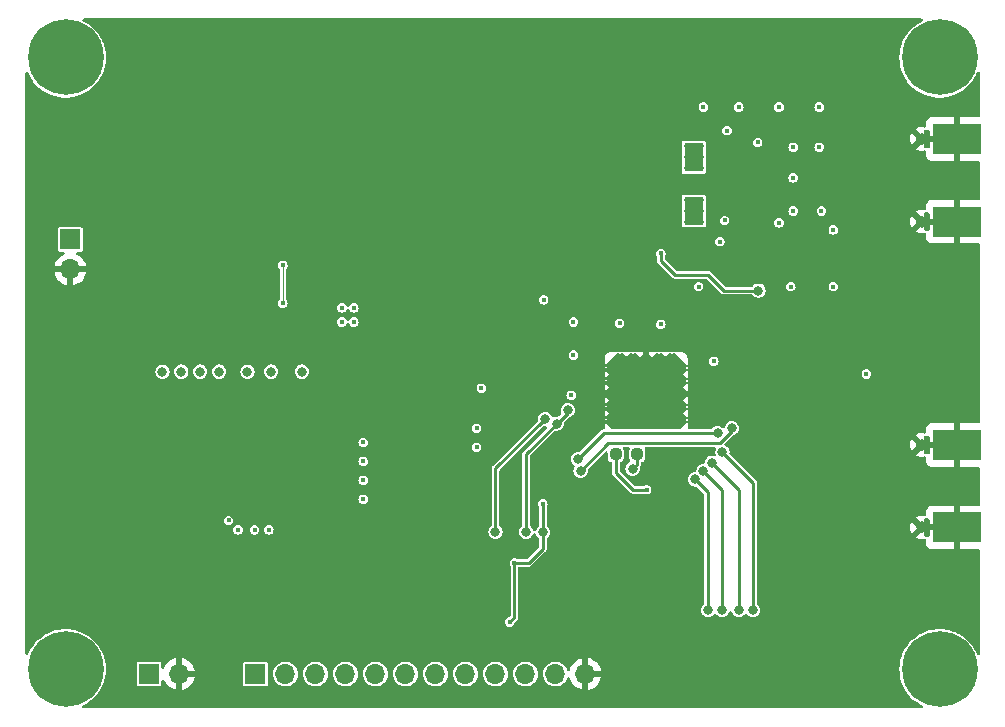
<source format=gbr>
%TF.GenerationSoftware,KiCad,Pcbnew,6.0.6-3a73a75311~116~ubuntu20.04.1*%
%TF.CreationDate,2022-09-22T11:08:13+01:00*%
%TF.ProjectId,UFOMothership,55464f4d-6f74-4686-9572-736869702e6b,rev?*%
%TF.SameCoordinates,Original*%
%TF.FileFunction,Copper,L4,Bot*%
%TF.FilePolarity,Positive*%
%FSLAX46Y46*%
G04 Gerber Fmt 4.6, Leading zero omitted, Abs format (unit mm)*
G04 Created by KiCad (PCBNEW 6.0.6-3a73a75311~116~ubuntu20.04.1) date 2022-09-22 11:08:13*
%MOMM*%
%LPD*%
G01*
G04 APERTURE LIST*
G04 Aperture macros list*
%AMRoundRect*
0 Rectangle with rounded corners*
0 $1 Rounding radius*
0 $2 $3 $4 $5 $6 $7 $8 $9 X,Y pos of 4 corners*
0 Add a 4 corners polygon primitive as box body*
4,1,4,$2,$3,$4,$5,$6,$7,$8,$9,$2,$3,0*
0 Add four circle primitives for the rounded corners*
1,1,$1+$1,$2,$3*
1,1,$1+$1,$4,$5*
1,1,$1+$1,$6,$7*
1,1,$1+$1,$8,$9*
0 Add four rect primitives between the rounded corners*
20,1,$1+$1,$2,$3,$4,$5,0*
20,1,$1+$1,$4,$5,$6,$7,0*
20,1,$1+$1,$6,$7,$8,$9,0*
20,1,$1+$1,$8,$9,$2,$3,0*%
G04 Aperture macros list end*
%TA.AperFunction,ComponentPad*%
%ADD10C,0.800000*%
%TD*%
%TA.AperFunction,ComponentPad*%
%ADD11C,6.400000*%
%TD*%
%TA.AperFunction,ComponentPad*%
%ADD12R,1.700000X1.700000*%
%TD*%
%TA.AperFunction,ComponentPad*%
%ADD13O,1.700000X1.700000*%
%TD*%
%TA.AperFunction,SMDPad,CuDef*%
%ADD14R,0.890000X0.460000*%
%TD*%
%TA.AperFunction,ComponentPad*%
%ADD15C,0.970000*%
%TD*%
%TA.AperFunction,SMDPad,CuDef*%
%ADD16R,4.190000X2.665000*%
%TD*%
%TA.AperFunction,ComponentPad*%
%ADD17C,0.500000*%
%TD*%
%TA.AperFunction,SMDPad,CuDef*%
%ADD18R,6.000000X6.000000*%
%TD*%
%TA.AperFunction,SMDPad,CuDef*%
%ADD19R,1.650000X2.380000*%
%TD*%
%TA.AperFunction,SMDPad,CuDef*%
%ADD20RoundRect,0.237500X-0.250000X-0.237500X0.250000X-0.237500X0.250000X0.237500X-0.250000X0.237500X0*%
%TD*%
%TA.AperFunction,ViaPad*%
%ADD21C,0.800000*%
%TD*%
%TA.AperFunction,ViaPad*%
%ADD22C,0.400000*%
%TD*%
%TA.AperFunction,Conductor*%
%ADD23C,0.250000*%
%TD*%
%TA.AperFunction,Conductor*%
%ADD24C,0.100000*%
%TD*%
G04 APERTURE END LIST*
D10*
%TO.P,REF\u002A\u002A,1*%
%TO.N,N/C*%
X206200000Y-110600000D03*
D11*
X206200000Y-108200000D03*
D10*
X207897056Y-106502944D03*
X204502944Y-106502944D03*
X207897056Y-109897056D03*
X204502944Y-109897056D03*
X203800000Y-108200000D03*
X206200000Y-105800000D03*
X208600000Y-108200000D03*
%TD*%
D11*
%TO.P,REF\u002A\u002A,1*%
%TO.N,N/C*%
X206200000Y-56400000D03*
D10*
X207897056Y-54702944D03*
X204502944Y-58097056D03*
X207897056Y-58097056D03*
X208600000Y-56400000D03*
X206200000Y-58800000D03*
X206200000Y-54000000D03*
X204502944Y-54702944D03*
X203800000Y-56400000D03*
%TD*%
D12*
%TO.P,J6,1,Pin_1*%
%TO.N,+5V*%
X139260000Y-108600000D03*
D13*
%TO.P,J6,2,Pin_2*%
%TO.N,GND*%
X141800000Y-108600000D03*
%TD*%
D14*
%TO.P,J4,2,Ext*%
%TO.N,GND*%
X205125000Y-63307500D03*
D15*
X204680000Y-70292500D03*
X204680000Y-63307500D03*
D16*
X207665000Y-70292500D03*
X207665000Y-63307500D03*
D14*
X205125000Y-70292500D03*
%TD*%
D10*
%TO.P,REF\u002A\u002A,1*%
%TO.N,N/C*%
X130502944Y-106502944D03*
X130502944Y-109897056D03*
X134600000Y-108200000D03*
X133897056Y-106502944D03*
X132200000Y-105800000D03*
X133897056Y-109897056D03*
D11*
X132200000Y-108200000D03*
D10*
X132200000Y-110600000D03*
X129800000Y-108200000D03*
%TD*%
D17*
%TO.P,U3,73,GND*%
%TO.N,GND*%
X180800000Y-86512500D03*
X184100000Y-85412500D03*
X179700000Y-82112500D03*
X178600000Y-82112500D03*
X184100000Y-86512500D03*
X183000000Y-82112500D03*
X180800000Y-87612500D03*
X184100000Y-82112500D03*
X183000000Y-87612500D03*
X184100000Y-84312500D03*
X183000000Y-85412500D03*
X184100000Y-87612500D03*
X178600000Y-85412500D03*
X178600000Y-86512500D03*
D18*
X181350000Y-84862500D03*
D17*
X178600000Y-83212500D03*
X179700000Y-84312500D03*
X181900000Y-87612500D03*
X181900000Y-86512500D03*
X179700000Y-86512500D03*
X180800000Y-83212500D03*
X181900000Y-83212500D03*
X178600000Y-87612500D03*
X180800000Y-84312500D03*
X181900000Y-85412500D03*
X180800000Y-82112500D03*
X180800000Y-85412500D03*
X179700000Y-83212500D03*
X181900000Y-84312500D03*
X179700000Y-87612500D03*
X179700000Y-85412500D03*
X183000000Y-86512500D03*
X183000000Y-83212500D03*
X184100000Y-83212500D03*
X181900000Y-82112500D03*
X183000000Y-84312500D03*
X178600000Y-84312500D03*
%TD*%
D12*
%TO.P,J2,1,Pin_1*%
%TO.N,/GPIO0*%
X148280000Y-108600000D03*
D13*
%TO.P,J2,2,Pin_2*%
%TO.N,/GPIO1*%
X150820000Y-108600000D03*
%TO.P,J2,3,Pin_3*%
%TO.N,/GPIO2*%
X153360000Y-108600000D03*
%TO.P,J2,4,Pin_4*%
%TO.N,/GPIO3*%
X155900000Y-108600000D03*
%TO.P,J2,5,Pin_5*%
%TO.N,/GPIO4*%
X158440000Y-108600000D03*
%TO.P,J2,6,Pin_6*%
%TO.N,/GPIO5*%
X160980000Y-108600000D03*
%TO.P,J2,7,Pin_7*%
%TO.N,/GPIO6*%
X163520000Y-108600000D03*
%TO.P,J2,8,Pin_8*%
%TO.N,/GPIO7*%
X166060000Y-108600000D03*
%TO.P,J2,9,Pin_9*%
%TO.N,/SCL*%
X168600000Y-108600000D03*
%TO.P,J2,10,Pin_10*%
%TO.N,/SDA*%
X171140000Y-108600000D03*
%TO.P,J2,11,Pin_11*%
%TO.N,/TRIGGER_IN*%
X173680000Y-108600000D03*
%TO.P,J2,12,Pin_12*%
%TO.N,GND*%
X176220000Y-108600000D03*
%TD*%
D10*
%TO.P,REF\u002A\u002A,1*%
%TO.N,N/C*%
X130502944Y-54702944D03*
X132200000Y-58800000D03*
X134600000Y-56400000D03*
X133897056Y-58097056D03*
D11*
X132200000Y-56400000D03*
D10*
X133897056Y-54702944D03*
X132200000Y-54000000D03*
X129800000Y-56400000D03*
X130502944Y-58097056D03*
%TD*%
D12*
%TO.P,J1,1,Pin_1*%
%TO.N,+VDC*%
X132600000Y-71800000D03*
D13*
%TO.P,J1,2,Pin_2*%
%TO.N,GND*%
X132600000Y-74340000D03*
%TD*%
D17*
%TO.P,U9,9,OUT*%
%TO.N,/BIAS*%
X184825000Y-70340000D03*
X185975000Y-68460000D03*
X184825000Y-68460000D03*
D19*
X185400000Y-69400000D03*
D17*
X184825000Y-69400000D03*
X185975000Y-70340000D03*
X185975000Y-69400000D03*
%TD*%
D16*
%TO.P,J3,2,Ext*%
%TO.N,GND*%
X207665000Y-89215000D03*
D15*
X204680000Y-96200000D03*
D14*
X205125000Y-89215000D03*
X205125000Y-96200000D03*
D16*
X207665000Y-96200000D03*
D15*
X204680000Y-89215000D03*
%TD*%
D17*
%TO.P,U8,9,OUT*%
%TO.N,/BIAS*%
X185974999Y-63910001D03*
X185974999Y-64850001D03*
D19*
X185399999Y-64850001D03*
D17*
X184824999Y-65790001D03*
X185974999Y-65790001D03*
X184824999Y-64850001D03*
X184824999Y-63910001D03*
%TD*%
D20*
%TO.P,R5,1*%
%TO.N,+3.3V*%
X178775000Y-90000000D03*
%TO.P,R5,2*%
%TO.N,Net-(R5-Pad2)*%
X180600000Y-90000000D03*
%TD*%
D21*
%TO.N,GND*%
X178000000Y-100000000D03*
%TO.N,+3.3V*%
X172600000Y-96600000D03*
D22*
%TO.N,Net-(C3-Pad2)*%
X150600000Y-77200000D03*
X150600000Y-74000000D03*
%TO.N,GND*%
X150600000Y-80200000D03*
X202600000Y-96400000D03*
X177000000Y-76200000D03*
X185400000Y-104200000D03*
X201800000Y-75000000D03*
X142200000Y-78600000D03*
X203800000Y-72400000D03*
X203400000Y-89800000D03*
X189800000Y-87000000D03*
X208600000Y-77000000D03*
X195400000Y-90000000D03*
X200800000Y-81000000D03*
X142200000Y-74000000D03*
X159800000Y-85600000D03*
X183400000Y-76200000D03*
X201600000Y-94000000D03*
X203400000Y-83000000D03*
X142200000Y-76400000D03*
X194000000Y-92000000D03*
X203000000Y-78600000D03*
X208600000Y-73200000D03*
X149200000Y-72600000D03*
X170000000Y-77400000D03*
X204200000Y-99000000D03*
X148600000Y-80200000D03*
X149600000Y-79400000D03*
X146400000Y-80200000D03*
X148600000Y-79400000D03*
X149200000Y-74600000D03*
X203800000Y-91600000D03*
X184800000Y-100600000D03*
X161400000Y-85600000D03*
X151600000Y-80200000D03*
X195200000Y-81800000D03*
X147200000Y-88200000D03*
X143600000Y-94400000D03*
X179400000Y-65400000D03*
X151600000Y-81000000D03*
X171200000Y-78600000D03*
X180000000Y-76200000D03*
X140600000Y-75600000D03*
X190800000Y-80200000D03*
X154400000Y-72800000D03*
X208200000Y-99000000D03*
X147600000Y-80200000D03*
X149600000Y-81000000D03*
X190000000Y-70400000D03*
X201800000Y-70200000D03*
X203800000Y-94000000D03*
X192400000Y-95200000D03*
X149600000Y-80200000D03*
X147600000Y-79400000D03*
X163000000Y-85600000D03*
X143600000Y-92000000D03*
X208600000Y-85400000D03*
X196400000Y-93200000D03*
X201600000Y-91600000D03*
X150600000Y-79400000D03*
X145000000Y-74600000D03*
X190000000Y-71800000D03*
X195400000Y-74400000D03*
X203400000Y-84600000D03*
X154400000Y-75600000D03*
X145000000Y-72600000D03*
X140600000Y-77400000D03*
X179400000Y-69000000D03*
X150600000Y-81000000D03*
X144800000Y-88200000D03*
X190800000Y-84000000D03*
X152800000Y-79600000D03*
X147200000Y-74000000D03*
X140600000Y-72600000D03*
X183400000Y-62200000D03*
X147600000Y-81000000D03*
X144400000Y-78600000D03*
X146000000Y-89800000D03*
X200200000Y-77800000D03*
X201800000Y-72400000D03*
X208600000Y-81000000D03*
X203400000Y-87200000D03*
X170200000Y-79800000D03*
X148600000Y-81000000D03*
X203800000Y-75000000D03*
X158600000Y-85600000D03*
X152800000Y-80600000D03*
X190800000Y-82000000D03*
X183800000Y-72000000D03*
X197800000Y-79800000D03*
X199200000Y-94000000D03*
X143600000Y-89800000D03*
X151600000Y-79400000D03*
%TO.N,+VDC*%
X156600000Y-77600000D03*
X156600000Y-78800000D03*
X155600000Y-77600000D03*
X155600000Y-78800000D03*
D21*
X190862501Y-76137499D03*
D22*
X182600000Y-73000000D03*
D21*
%TO.N,+5V*%
X152200000Y-83000000D03*
X147600000Y-83000000D03*
X140400000Y-83000000D03*
X142000000Y-83000000D03*
D22*
X149400000Y-96400000D03*
X146800000Y-96400000D03*
D21*
X149600000Y-83000000D03*
X145200000Y-83000000D03*
X143600000Y-83000000D03*
D22*
X200000000Y-83200000D03*
X146000000Y-95600000D03*
X148200000Y-96400000D03*
D21*
%TO.N,/SCL*%
X168600000Y-96574001D03*
X172800000Y-87000000D03*
%TO.N,/SDA*%
X173800000Y-87400000D03*
X171200000Y-96574001D03*
X174713357Y-86264160D03*
D22*
%TO.N,+3.3V*%
X175000000Y-85000000D03*
X157400000Y-92200000D03*
X167000000Y-89400000D03*
X182600000Y-79000000D03*
X175200000Y-81600000D03*
X179100000Y-78900000D03*
X187087500Y-82112500D03*
X167400000Y-84400000D03*
X172600000Y-94200000D03*
X167000000Y-87800000D03*
X157400000Y-89000000D03*
X170200000Y-99200000D03*
X181400000Y-93000000D03*
X157400000Y-90600000D03*
X175200000Y-78800000D03*
X172675000Y-76925000D03*
X157400000Y-93800000D03*
X169800000Y-104200000D03*
D21*
%TO.N,TDI*%
X189200000Y-103200000D03*
X186912299Y-90712299D03*
%TO.N,TMS*%
X185498789Y-92125809D03*
X186600000Y-103200000D03*
%TO.N,/GPIO0*%
X175600000Y-90400000D03*
X187400000Y-88200000D03*
%TO.N,/GPIO1*%
X175800000Y-91400000D03*
X188600000Y-87800000D03*
%TO.N,Net-(R5-Pad2)*%
X180211829Y-91212770D03*
%TO.N,TCK*%
X187800000Y-103200000D03*
X186205544Y-91419054D03*
D22*
%TO.N,/BIAS*%
X193800000Y-64000000D03*
X188200000Y-62600000D03*
X197200000Y-71000000D03*
X196000000Y-64000000D03*
X193600000Y-75800000D03*
X196200000Y-69400000D03*
X197200000Y-75800000D03*
X196000000Y-60600000D03*
X186200000Y-60600000D03*
X187600000Y-72000000D03*
X192600000Y-70400000D03*
X185800000Y-75800000D03*
X193800000Y-69400000D03*
X188000000Y-70200000D03*
X193800000Y-66600000D03*
X192600000Y-60600000D03*
X189200000Y-60600000D03*
X190800000Y-63600000D03*
D21*
%TO.N,TDO*%
X190400000Y-103200000D03*
X187812299Y-89812299D03*
%TD*%
D23*
%TO.N,+3.3V*%
X172600000Y-98000000D02*
X172600000Y-96600000D01*
X172600000Y-96600000D02*
X172600000Y-94200000D01*
D24*
%TO.N,Net-(C3-Pad2)*%
X150600000Y-77200000D02*
X150600000Y-74000000D01*
D23*
%TO.N,+VDC*%
X186800000Y-75000000D02*
X186600000Y-74800000D01*
X187937499Y-76137499D02*
X186800000Y-75000000D01*
X186600000Y-74800000D02*
X183800000Y-74800000D01*
X190862501Y-76137499D02*
X187937499Y-76137499D01*
X183800000Y-74800000D02*
X182600000Y-73600000D01*
X182600000Y-73600000D02*
X182600000Y-73000000D01*
%TO.N,/SCL*%
X168600000Y-96574001D02*
X168600000Y-91200000D01*
X168600000Y-91200000D02*
X172800000Y-87000000D01*
%TO.N,/SDA*%
X171200000Y-96574001D02*
X171200000Y-90000000D01*
X173800000Y-87400000D02*
X174713357Y-86486643D01*
X171200000Y-90000000D02*
X173800000Y-87400000D01*
X174713357Y-86486643D02*
X174713357Y-86264160D01*
%TO.N,+3.3V*%
X178775000Y-91575000D02*
X180000000Y-92800000D01*
X170200000Y-103800000D02*
X170200000Y-99200000D01*
X169800000Y-104200000D02*
X170200000Y-103800000D01*
X180000000Y-92800000D02*
X180200000Y-93000000D01*
X178775000Y-90000000D02*
X178775000Y-91575000D01*
X170200000Y-99200000D02*
X171400000Y-99200000D01*
X171400000Y-99200000D02*
X172600000Y-98000000D01*
X180200000Y-93000000D02*
X181400000Y-93000000D01*
%TO.N,TDI*%
X189200000Y-103200000D02*
X189200000Y-93000000D01*
X189200000Y-93000000D02*
X186912299Y-90712299D01*
%TO.N,TMS*%
X186600000Y-103200000D02*
X186600000Y-93227020D01*
X186600000Y-93227020D02*
X185498789Y-92125809D01*
%TO.N,/GPIO0*%
X177800000Y-88200000D02*
X175600000Y-90400000D01*
X187400000Y-88200000D02*
X177800000Y-88200000D01*
%TO.N,/GPIO1*%
X188600000Y-87800000D02*
X188600000Y-88024598D01*
X188600000Y-88024598D02*
X187575097Y-89049501D01*
X187575097Y-89049501D02*
X178150499Y-89049501D01*
X178150499Y-89049501D02*
X175800000Y-91400000D01*
%TO.N,Net-(R5-Pad2)*%
X180600000Y-90000000D02*
X180600000Y-90824599D01*
X180600000Y-90824599D02*
X180211829Y-91212770D01*
%TO.N,TCK*%
X187800000Y-103200000D02*
X187800000Y-93013510D01*
X187800000Y-93013510D02*
X186205544Y-91419054D01*
%TO.N,TDO*%
X190400000Y-92400000D02*
X187812299Y-89812299D01*
X190400000Y-103200000D02*
X190400000Y-92400000D01*
%TD*%
%TA.AperFunction,Conductor*%
%TO.N,GND*%
G36*
X204728493Y-53120502D02*
G01*
X204774986Y-53174158D01*
X204785090Y-53244432D01*
X204755596Y-53309012D01*
X204713023Y-53340972D01*
X204611723Y-53387565D01*
X204608789Y-53389321D01*
X204608787Y-53389322D01*
X204514763Y-53445594D01*
X204295672Y-53576718D01*
X204001898Y-53798897D01*
X203733837Y-54051505D01*
X203494626Y-54331585D01*
X203492698Y-54334412D01*
X203492696Y-54334414D01*
X203486251Y-54343862D01*
X203287062Y-54635862D01*
X203113574Y-54960776D01*
X203112299Y-54963948D01*
X203112297Y-54963952D01*
X203012173Y-55213021D01*
X202976192Y-55302526D01*
X202876521Y-55657115D01*
X202875959Y-55660472D01*
X202875959Y-55660473D01*
X202874015Y-55672093D01*
X202815729Y-56020393D01*
X202794527Y-56388113D01*
X202813162Y-56755971D01*
X202813699Y-56759326D01*
X202813700Y-56759332D01*
X202854038Y-57011170D01*
X202871416Y-57119665D01*
X202968608Y-57474941D01*
X203103602Y-57817642D01*
X203274817Y-58143759D01*
X203276718Y-58146588D01*
X203276724Y-58146598D01*
X203461707Y-58421879D01*
X203480252Y-58449477D01*
X203717502Y-58731221D01*
X203820006Y-58829176D01*
X203981329Y-58983341D01*
X203981336Y-58983347D01*
X203983792Y-58985694D01*
X204276008Y-59209919D01*
X204590731Y-59401274D01*
X204924279Y-59557519D01*
X204927497Y-59558621D01*
X204927500Y-59558622D01*
X205269528Y-59675725D01*
X205269536Y-59675727D01*
X205272751Y-59676828D01*
X205632070Y-59757804D01*
X205715002Y-59767253D01*
X205994650Y-59799115D01*
X205994658Y-59799115D01*
X205998033Y-59799500D01*
X206001437Y-59799518D01*
X206001440Y-59799518D01*
X206201074Y-59800563D01*
X206366358Y-59801428D01*
X206369744Y-59801078D01*
X206369746Y-59801078D01*
X206729345Y-59763918D01*
X206729354Y-59763917D01*
X206732737Y-59763567D01*
X206736070Y-59762853D01*
X206736073Y-59762852D01*
X206913488Y-59724817D01*
X207092884Y-59686358D01*
X207442586Y-59570705D01*
X207777752Y-59417961D01*
X207874965Y-59360240D01*
X208091516Y-59231662D01*
X208091521Y-59231659D01*
X208094461Y-59229913D01*
X208121091Y-59209919D01*
X208386276Y-59010812D01*
X208389009Y-59008760D01*
X208657950Y-58757089D01*
X208898138Y-58477846D01*
X208915838Y-58452093D01*
X209104831Y-58177104D01*
X209106762Y-58174295D01*
X209108374Y-58171301D01*
X209108379Y-58171293D01*
X209279761Y-57853001D01*
X209281383Y-57849989D01*
X209356757Y-57664365D01*
X209400919Y-57608774D01*
X209468124Y-57585884D01*
X209537036Y-57602961D01*
X209585776Y-57654584D01*
X209599500Y-57711769D01*
X209599500Y-61341000D01*
X209579498Y-61409121D01*
X209525842Y-61455614D01*
X209473500Y-61467000D01*
X207937115Y-61467000D01*
X207921876Y-61471475D01*
X207920671Y-61472865D01*
X207919000Y-61480548D01*
X207919000Y-65129884D01*
X207923475Y-65145123D01*
X207924865Y-65146328D01*
X207932548Y-65147999D01*
X209473500Y-65147999D01*
X209541621Y-65168001D01*
X209588114Y-65221657D01*
X209599500Y-65273999D01*
X209599500Y-68326000D01*
X209579498Y-68394121D01*
X209525842Y-68440614D01*
X209473500Y-68452000D01*
X207937115Y-68452000D01*
X207921876Y-68456475D01*
X207920671Y-68457865D01*
X207919000Y-68465548D01*
X207919000Y-72114884D01*
X207923475Y-72130123D01*
X207924865Y-72131328D01*
X207932548Y-72132999D01*
X209473500Y-72132999D01*
X209541621Y-72153001D01*
X209588114Y-72206657D01*
X209599500Y-72258999D01*
X209599500Y-87248500D01*
X209579498Y-87316621D01*
X209525842Y-87363114D01*
X209473500Y-87374500D01*
X207937115Y-87374500D01*
X207921876Y-87378975D01*
X207920671Y-87380365D01*
X207919000Y-87388048D01*
X207919000Y-91037384D01*
X207923475Y-91052623D01*
X207924865Y-91053828D01*
X207932548Y-91055499D01*
X209473500Y-91055499D01*
X209541621Y-91075501D01*
X209588114Y-91129157D01*
X209599500Y-91181499D01*
X209599500Y-94233500D01*
X209579498Y-94301621D01*
X209525842Y-94348114D01*
X209473500Y-94359500D01*
X207937115Y-94359500D01*
X207921876Y-94363975D01*
X207920671Y-94365365D01*
X207919000Y-94373048D01*
X207919000Y-98022384D01*
X207923475Y-98037623D01*
X207924865Y-98038828D01*
X207932548Y-98040499D01*
X209473500Y-98040499D01*
X209541621Y-98060501D01*
X209588114Y-98114157D01*
X209599500Y-98166499D01*
X209599500Y-106888303D01*
X209579498Y-106956424D01*
X209525842Y-107002917D01*
X209455568Y-107013021D01*
X209390988Y-106983527D01*
X209356429Y-106934891D01*
X209292690Y-106774722D01*
X209291431Y-106771558D01*
X209261358Y-106714760D01*
X209120677Y-106449060D01*
X209120673Y-106449053D01*
X209119078Y-106446041D01*
X208912578Y-106141041D01*
X208674346Y-105860128D01*
X208407168Y-105606586D01*
X208114172Y-105383382D01*
X208111260Y-105381625D01*
X208111255Y-105381622D01*
X207801705Y-105194889D01*
X207801696Y-105194884D01*
X207798783Y-105193127D01*
X207795693Y-105191693D01*
X207795688Y-105191690D01*
X207631737Y-105115587D01*
X207464691Y-105038047D01*
X207461466Y-105036955D01*
X207461460Y-105036953D01*
X207119032Y-104921048D01*
X207119027Y-104921047D01*
X207115805Y-104919956D01*
X206881920Y-104868104D01*
X206759536Y-104840972D01*
X206759532Y-104840971D01*
X206756206Y-104840234D01*
X206606624Y-104823720D01*
X206393482Y-104800189D01*
X206393475Y-104800189D01*
X206390100Y-104799816D01*
X206386701Y-104799810D01*
X206386700Y-104799810D01*
X206212980Y-104799507D01*
X206021770Y-104799173D01*
X205884556Y-104813837D01*
X205658910Y-104837951D01*
X205658904Y-104837952D01*
X205655526Y-104838313D01*
X205295650Y-104916779D01*
X204946354Y-105033652D01*
X204943261Y-105035075D01*
X204943260Y-105035075D01*
X204933674Y-105039484D01*
X204611723Y-105187565D01*
X204608789Y-105189321D01*
X204608787Y-105189322D01*
X204514763Y-105245594D01*
X204295672Y-105376718D01*
X204001898Y-105598897D01*
X203733837Y-105851505D01*
X203494626Y-106131585D01*
X203492698Y-106134412D01*
X203492696Y-106134414D01*
X203486251Y-106143862D01*
X203287062Y-106435862D01*
X203113574Y-106760776D01*
X203112299Y-106763948D01*
X203112297Y-106763952D01*
X203012173Y-107013021D01*
X202976192Y-107102526D01*
X202975273Y-107105794D01*
X202975271Y-107105801D01*
X202877442Y-107453837D01*
X202876521Y-107457115D01*
X202875959Y-107460472D01*
X202875959Y-107460473D01*
X202832203Y-107721951D01*
X202815729Y-107820393D01*
X202794527Y-108188113D01*
X202813162Y-108555971D01*
X202813699Y-108559326D01*
X202813700Y-108559332D01*
X202824935Y-108629474D01*
X202871416Y-108919665D01*
X202968608Y-109274941D01*
X203052067Y-109486812D01*
X203084521Y-109569201D01*
X203103602Y-109617642D01*
X203113838Y-109637139D01*
X203269900Y-109934393D01*
X203274817Y-109943759D01*
X203276718Y-109946588D01*
X203276724Y-109946598D01*
X203461707Y-110221879D01*
X203480252Y-110249477D01*
X203717502Y-110531221D01*
X203820006Y-110629176D01*
X203981329Y-110783341D01*
X203981336Y-110783347D01*
X203983792Y-110785694D01*
X204276008Y-111009919D01*
X204590731Y-111201274D01*
X204593814Y-111202718D01*
X204714813Y-111259398D01*
X204768016Y-111306408D01*
X204787358Y-111374719D01*
X204766698Y-111442643D01*
X204712595Y-111488615D01*
X204661364Y-111499500D01*
X133740291Y-111499500D01*
X133672170Y-111479498D01*
X133625677Y-111425842D01*
X133615573Y-111355568D01*
X133645067Y-111290988D01*
X133688040Y-111258845D01*
X133774640Y-111219379D01*
X133777752Y-111217961D01*
X133874965Y-111160240D01*
X134091516Y-111031662D01*
X134091521Y-111031659D01*
X134094461Y-111029913D01*
X134121091Y-111009919D01*
X134386276Y-110810812D01*
X134389009Y-110808760D01*
X134657950Y-110557089D01*
X134898138Y-110277846D01*
X134915838Y-110252093D01*
X135104831Y-109977104D01*
X135106762Y-109974295D01*
X135108374Y-109971301D01*
X135108379Y-109971293D01*
X135279761Y-109653001D01*
X135281383Y-109649989D01*
X135354571Y-109469748D01*
X138209500Y-109469748D01*
X138210707Y-109475816D01*
X138217872Y-109511835D01*
X138221133Y-109528231D01*
X138265448Y-109594552D01*
X138331769Y-109638867D01*
X138343938Y-109641288D01*
X138343939Y-109641288D01*
X138371766Y-109646823D01*
X138390252Y-109650500D01*
X140129748Y-109650500D01*
X140148234Y-109646823D01*
X140176061Y-109641288D01*
X140176062Y-109641288D01*
X140188231Y-109638867D01*
X140254552Y-109594552D01*
X140298867Y-109528231D01*
X140302129Y-109511835D01*
X140309293Y-109475816D01*
X140310500Y-109469748D01*
X140310500Y-109186752D01*
X140330502Y-109118631D01*
X140384158Y-109072138D01*
X140454432Y-109062034D01*
X140519012Y-109091528D01*
X140553243Y-109139348D01*
X140581770Y-109209603D01*
X140586413Y-109218794D01*
X140697694Y-109400388D01*
X140703777Y-109408699D01*
X140843213Y-109569667D01*
X140850580Y-109576883D01*
X141014434Y-109712916D01*
X141022881Y-109718831D01*
X141206756Y-109826279D01*
X141216042Y-109830729D01*
X141415001Y-109906703D01*
X141424899Y-109909579D01*
X141528250Y-109930606D01*
X141542299Y-109929410D01*
X141546000Y-109919065D01*
X141546000Y-109918517D01*
X142054000Y-109918517D01*
X142058064Y-109932359D01*
X142071478Y-109934393D01*
X142078184Y-109933534D01*
X142088262Y-109931392D01*
X142292255Y-109870191D01*
X142301842Y-109866433D01*
X142493095Y-109772739D01*
X142501945Y-109767464D01*
X142675328Y-109643792D01*
X142683200Y-109637139D01*
X142834052Y-109486812D01*
X142840730Y-109478965D01*
X142847353Y-109469748D01*
X147229500Y-109469748D01*
X147230707Y-109475816D01*
X147237872Y-109511835D01*
X147241133Y-109528231D01*
X147285448Y-109594552D01*
X147351769Y-109638867D01*
X147363938Y-109641288D01*
X147363939Y-109641288D01*
X147391766Y-109646823D01*
X147410252Y-109650500D01*
X149149748Y-109650500D01*
X149168234Y-109646823D01*
X149196061Y-109641288D01*
X149196062Y-109641288D01*
X149208231Y-109638867D01*
X149274552Y-109594552D01*
X149318867Y-109528231D01*
X149322129Y-109511835D01*
X149329293Y-109475816D01*
X149330500Y-109469748D01*
X149330500Y-108585262D01*
X149764520Y-108585262D01*
X149781759Y-108790553D01*
X149783458Y-108796478D01*
X149829395Y-108956678D01*
X149838544Y-108988586D01*
X149841359Y-108994063D01*
X149841360Y-108994066D01*
X149916025Y-109139348D01*
X149932712Y-109171818D01*
X150060677Y-109333270D01*
X150065370Y-109337264D01*
X150065371Y-109337265D01*
X150190449Y-109443714D01*
X150217564Y-109466791D01*
X150222942Y-109469797D01*
X150222944Y-109469798D01*
X150298161Y-109511835D01*
X150397398Y-109567297D01*
X150481280Y-109594552D01*
X150587471Y-109629056D01*
X150587475Y-109629057D01*
X150593329Y-109630959D01*
X150797894Y-109655351D01*
X150804029Y-109654879D01*
X150804031Y-109654879D01*
X150876625Y-109649293D01*
X151003300Y-109639546D01*
X151009230Y-109637890D01*
X151009232Y-109637890D01*
X151195797Y-109585800D01*
X151195796Y-109585800D01*
X151201725Y-109584145D01*
X151207214Y-109581372D01*
X151207220Y-109581370D01*
X151380116Y-109494033D01*
X151385610Y-109491258D01*
X151401345Y-109478965D01*
X151501919Y-109400388D01*
X151547951Y-109364424D01*
X151593313Y-109311872D01*
X151678540Y-109213134D01*
X151678540Y-109213133D01*
X151682564Y-109208472D01*
X151703387Y-109171818D01*
X151733601Y-109118631D01*
X151784323Y-109029344D01*
X151849351Y-108833863D01*
X151875171Y-108629474D01*
X151875583Y-108600000D01*
X151874138Y-108585262D01*
X152304520Y-108585262D01*
X152321759Y-108790553D01*
X152323458Y-108796478D01*
X152369395Y-108956678D01*
X152378544Y-108988586D01*
X152381359Y-108994063D01*
X152381360Y-108994066D01*
X152456025Y-109139348D01*
X152472712Y-109171818D01*
X152600677Y-109333270D01*
X152605370Y-109337264D01*
X152605371Y-109337265D01*
X152730449Y-109443714D01*
X152757564Y-109466791D01*
X152762942Y-109469797D01*
X152762944Y-109469798D01*
X152838161Y-109511835D01*
X152937398Y-109567297D01*
X153021280Y-109594552D01*
X153127471Y-109629056D01*
X153127475Y-109629057D01*
X153133329Y-109630959D01*
X153337894Y-109655351D01*
X153344029Y-109654879D01*
X153344031Y-109654879D01*
X153416625Y-109649293D01*
X153543300Y-109639546D01*
X153549230Y-109637890D01*
X153549232Y-109637890D01*
X153735797Y-109585800D01*
X153735796Y-109585800D01*
X153741725Y-109584145D01*
X153747214Y-109581372D01*
X153747220Y-109581370D01*
X153920116Y-109494033D01*
X153925610Y-109491258D01*
X153941345Y-109478965D01*
X154041919Y-109400388D01*
X154087951Y-109364424D01*
X154133313Y-109311872D01*
X154218540Y-109213134D01*
X154218540Y-109213133D01*
X154222564Y-109208472D01*
X154243387Y-109171818D01*
X154273601Y-109118631D01*
X154324323Y-109029344D01*
X154389351Y-108833863D01*
X154415171Y-108629474D01*
X154415583Y-108600000D01*
X154414138Y-108585262D01*
X154844520Y-108585262D01*
X154861759Y-108790553D01*
X154863458Y-108796478D01*
X154909395Y-108956678D01*
X154918544Y-108988586D01*
X154921359Y-108994063D01*
X154921360Y-108994066D01*
X154996025Y-109139348D01*
X155012712Y-109171818D01*
X155140677Y-109333270D01*
X155145370Y-109337264D01*
X155145371Y-109337265D01*
X155270449Y-109443714D01*
X155297564Y-109466791D01*
X155302942Y-109469797D01*
X155302944Y-109469798D01*
X155378161Y-109511835D01*
X155477398Y-109567297D01*
X155561280Y-109594552D01*
X155667471Y-109629056D01*
X155667475Y-109629057D01*
X155673329Y-109630959D01*
X155877894Y-109655351D01*
X155884029Y-109654879D01*
X155884031Y-109654879D01*
X155956625Y-109649293D01*
X156083300Y-109639546D01*
X156089230Y-109637890D01*
X156089232Y-109637890D01*
X156275797Y-109585800D01*
X156275796Y-109585800D01*
X156281725Y-109584145D01*
X156287214Y-109581372D01*
X156287220Y-109581370D01*
X156460116Y-109494033D01*
X156465610Y-109491258D01*
X156481345Y-109478965D01*
X156581919Y-109400388D01*
X156627951Y-109364424D01*
X156673313Y-109311872D01*
X156758540Y-109213134D01*
X156758540Y-109213133D01*
X156762564Y-109208472D01*
X156783387Y-109171818D01*
X156813601Y-109118631D01*
X156864323Y-109029344D01*
X156929351Y-108833863D01*
X156955171Y-108629474D01*
X156955583Y-108600000D01*
X156954138Y-108585262D01*
X157384520Y-108585262D01*
X157401759Y-108790553D01*
X157403458Y-108796478D01*
X157449395Y-108956678D01*
X157458544Y-108988586D01*
X157461359Y-108994063D01*
X157461360Y-108994066D01*
X157536025Y-109139348D01*
X157552712Y-109171818D01*
X157680677Y-109333270D01*
X157685370Y-109337264D01*
X157685371Y-109337265D01*
X157810449Y-109443714D01*
X157837564Y-109466791D01*
X157842942Y-109469797D01*
X157842944Y-109469798D01*
X157918161Y-109511835D01*
X158017398Y-109567297D01*
X158101280Y-109594552D01*
X158207471Y-109629056D01*
X158207475Y-109629057D01*
X158213329Y-109630959D01*
X158417894Y-109655351D01*
X158424029Y-109654879D01*
X158424031Y-109654879D01*
X158496625Y-109649293D01*
X158623300Y-109639546D01*
X158629230Y-109637890D01*
X158629232Y-109637890D01*
X158815797Y-109585800D01*
X158815796Y-109585800D01*
X158821725Y-109584145D01*
X158827214Y-109581372D01*
X158827220Y-109581370D01*
X159000116Y-109494033D01*
X159005610Y-109491258D01*
X159021345Y-109478965D01*
X159121919Y-109400388D01*
X159167951Y-109364424D01*
X159213313Y-109311872D01*
X159298540Y-109213134D01*
X159298540Y-109213133D01*
X159302564Y-109208472D01*
X159323387Y-109171818D01*
X159353601Y-109118631D01*
X159404323Y-109029344D01*
X159469351Y-108833863D01*
X159495171Y-108629474D01*
X159495583Y-108600000D01*
X159494138Y-108585262D01*
X159924520Y-108585262D01*
X159941759Y-108790553D01*
X159943458Y-108796478D01*
X159989395Y-108956678D01*
X159998544Y-108988586D01*
X160001359Y-108994063D01*
X160001360Y-108994066D01*
X160076025Y-109139348D01*
X160092712Y-109171818D01*
X160220677Y-109333270D01*
X160225370Y-109337264D01*
X160225371Y-109337265D01*
X160350449Y-109443714D01*
X160377564Y-109466791D01*
X160382942Y-109469797D01*
X160382944Y-109469798D01*
X160458161Y-109511835D01*
X160557398Y-109567297D01*
X160641280Y-109594552D01*
X160747471Y-109629056D01*
X160747475Y-109629057D01*
X160753329Y-109630959D01*
X160957894Y-109655351D01*
X160964029Y-109654879D01*
X160964031Y-109654879D01*
X161036625Y-109649293D01*
X161163300Y-109639546D01*
X161169230Y-109637890D01*
X161169232Y-109637890D01*
X161355797Y-109585800D01*
X161355796Y-109585800D01*
X161361725Y-109584145D01*
X161367214Y-109581372D01*
X161367220Y-109581370D01*
X161540116Y-109494033D01*
X161545610Y-109491258D01*
X161561345Y-109478965D01*
X161661919Y-109400388D01*
X161707951Y-109364424D01*
X161753313Y-109311872D01*
X161838540Y-109213134D01*
X161838540Y-109213133D01*
X161842564Y-109208472D01*
X161863387Y-109171818D01*
X161893601Y-109118631D01*
X161944323Y-109029344D01*
X162009351Y-108833863D01*
X162035171Y-108629474D01*
X162035583Y-108600000D01*
X162034138Y-108585262D01*
X162464520Y-108585262D01*
X162481759Y-108790553D01*
X162483458Y-108796478D01*
X162529395Y-108956678D01*
X162538544Y-108988586D01*
X162541359Y-108994063D01*
X162541360Y-108994066D01*
X162616025Y-109139348D01*
X162632712Y-109171818D01*
X162760677Y-109333270D01*
X162765370Y-109337264D01*
X162765371Y-109337265D01*
X162890449Y-109443714D01*
X162917564Y-109466791D01*
X162922942Y-109469797D01*
X162922944Y-109469798D01*
X162998161Y-109511835D01*
X163097398Y-109567297D01*
X163181280Y-109594552D01*
X163287471Y-109629056D01*
X163287475Y-109629057D01*
X163293329Y-109630959D01*
X163497894Y-109655351D01*
X163504029Y-109654879D01*
X163504031Y-109654879D01*
X163576625Y-109649293D01*
X163703300Y-109639546D01*
X163709230Y-109637890D01*
X163709232Y-109637890D01*
X163895797Y-109585800D01*
X163895796Y-109585800D01*
X163901725Y-109584145D01*
X163907214Y-109581372D01*
X163907220Y-109581370D01*
X164080116Y-109494033D01*
X164085610Y-109491258D01*
X164101345Y-109478965D01*
X164201919Y-109400388D01*
X164247951Y-109364424D01*
X164293313Y-109311872D01*
X164378540Y-109213134D01*
X164378540Y-109213133D01*
X164382564Y-109208472D01*
X164403387Y-109171818D01*
X164433601Y-109118631D01*
X164484323Y-109029344D01*
X164549351Y-108833863D01*
X164575171Y-108629474D01*
X164575583Y-108600000D01*
X164574138Y-108585262D01*
X165004520Y-108585262D01*
X165021759Y-108790553D01*
X165023458Y-108796478D01*
X165069395Y-108956678D01*
X165078544Y-108988586D01*
X165081359Y-108994063D01*
X165081360Y-108994066D01*
X165156025Y-109139348D01*
X165172712Y-109171818D01*
X165300677Y-109333270D01*
X165305370Y-109337264D01*
X165305371Y-109337265D01*
X165430449Y-109443714D01*
X165457564Y-109466791D01*
X165462942Y-109469797D01*
X165462944Y-109469798D01*
X165538161Y-109511835D01*
X165637398Y-109567297D01*
X165721280Y-109594552D01*
X165827471Y-109629056D01*
X165827475Y-109629057D01*
X165833329Y-109630959D01*
X166037894Y-109655351D01*
X166044029Y-109654879D01*
X166044031Y-109654879D01*
X166116625Y-109649293D01*
X166243300Y-109639546D01*
X166249230Y-109637890D01*
X166249232Y-109637890D01*
X166435797Y-109585800D01*
X166435796Y-109585800D01*
X166441725Y-109584145D01*
X166447214Y-109581372D01*
X166447220Y-109581370D01*
X166620116Y-109494033D01*
X166625610Y-109491258D01*
X166641345Y-109478965D01*
X166741919Y-109400388D01*
X166787951Y-109364424D01*
X166833313Y-109311872D01*
X166918540Y-109213134D01*
X166918540Y-109213133D01*
X166922564Y-109208472D01*
X166943387Y-109171818D01*
X166973601Y-109118631D01*
X167024323Y-109029344D01*
X167089351Y-108833863D01*
X167115171Y-108629474D01*
X167115583Y-108600000D01*
X167114138Y-108585262D01*
X167544520Y-108585262D01*
X167561759Y-108790553D01*
X167563458Y-108796478D01*
X167609395Y-108956678D01*
X167618544Y-108988586D01*
X167621359Y-108994063D01*
X167621360Y-108994066D01*
X167696025Y-109139348D01*
X167712712Y-109171818D01*
X167840677Y-109333270D01*
X167845370Y-109337264D01*
X167845371Y-109337265D01*
X167970449Y-109443714D01*
X167997564Y-109466791D01*
X168002942Y-109469797D01*
X168002944Y-109469798D01*
X168078161Y-109511835D01*
X168177398Y-109567297D01*
X168261280Y-109594552D01*
X168367471Y-109629056D01*
X168367475Y-109629057D01*
X168373329Y-109630959D01*
X168577894Y-109655351D01*
X168584029Y-109654879D01*
X168584031Y-109654879D01*
X168656625Y-109649293D01*
X168783300Y-109639546D01*
X168789230Y-109637890D01*
X168789232Y-109637890D01*
X168975797Y-109585800D01*
X168975796Y-109585800D01*
X168981725Y-109584145D01*
X168987214Y-109581372D01*
X168987220Y-109581370D01*
X169160116Y-109494033D01*
X169165610Y-109491258D01*
X169181345Y-109478965D01*
X169281919Y-109400388D01*
X169327951Y-109364424D01*
X169373313Y-109311872D01*
X169458540Y-109213134D01*
X169458540Y-109213133D01*
X169462564Y-109208472D01*
X169483387Y-109171818D01*
X169513601Y-109118631D01*
X169564323Y-109029344D01*
X169629351Y-108833863D01*
X169655171Y-108629474D01*
X169655583Y-108600000D01*
X169654138Y-108585262D01*
X170084520Y-108585262D01*
X170101759Y-108790553D01*
X170103458Y-108796478D01*
X170149395Y-108956678D01*
X170158544Y-108988586D01*
X170161359Y-108994063D01*
X170161360Y-108994066D01*
X170236025Y-109139348D01*
X170252712Y-109171818D01*
X170380677Y-109333270D01*
X170385370Y-109337264D01*
X170385371Y-109337265D01*
X170510449Y-109443714D01*
X170537564Y-109466791D01*
X170542942Y-109469797D01*
X170542944Y-109469798D01*
X170618161Y-109511835D01*
X170717398Y-109567297D01*
X170801280Y-109594552D01*
X170907471Y-109629056D01*
X170907475Y-109629057D01*
X170913329Y-109630959D01*
X171117894Y-109655351D01*
X171124029Y-109654879D01*
X171124031Y-109654879D01*
X171196625Y-109649293D01*
X171323300Y-109639546D01*
X171329230Y-109637890D01*
X171329232Y-109637890D01*
X171515797Y-109585800D01*
X171515796Y-109585800D01*
X171521725Y-109584145D01*
X171527214Y-109581372D01*
X171527220Y-109581370D01*
X171700116Y-109494033D01*
X171705610Y-109491258D01*
X171721345Y-109478965D01*
X171821919Y-109400388D01*
X171867951Y-109364424D01*
X171913313Y-109311872D01*
X171998540Y-109213134D01*
X171998540Y-109213133D01*
X172002564Y-109208472D01*
X172023387Y-109171818D01*
X172053601Y-109118631D01*
X172104323Y-109029344D01*
X172169351Y-108833863D01*
X172195171Y-108629474D01*
X172195583Y-108600000D01*
X172194138Y-108585262D01*
X172624520Y-108585262D01*
X172641759Y-108790553D01*
X172643458Y-108796478D01*
X172689395Y-108956678D01*
X172698544Y-108988586D01*
X172701359Y-108994063D01*
X172701360Y-108994066D01*
X172776025Y-109139348D01*
X172792712Y-109171818D01*
X172920677Y-109333270D01*
X172925370Y-109337264D01*
X172925371Y-109337265D01*
X173050449Y-109443714D01*
X173077564Y-109466791D01*
X173082942Y-109469797D01*
X173082944Y-109469798D01*
X173158161Y-109511835D01*
X173257398Y-109567297D01*
X173341280Y-109594552D01*
X173447471Y-109629056D01*
X173447475Y-109629057D01*
X173453329Y-109630959D01*
X173657894Y-109655351D01*
X173664029Y-109654879D01*
X173664031Y-109654879D01*
X173736625Y-109649293D01*
X173863300Y-109639546D01*
X173869230Y-109637890D01*
X173869232Y-109637890D01*
X174055797Y-109585800D01*
X174055796Y-109585800D01*
X174061725Y-109584145D01*
X174067214Y-109581372D01*
X174067220Y-109581370D01*
X174240116Y-109494033D01*
X174245610Y-109491258D01*
X174261345Y-109478965D01*
X174361919Y-109400388D01*
X174407951Y-109364424D01*
X174453313Y-109311872D01*
X174538540Y-109213134D01*
X174538540Y-109213133D01*
X174542564Y-109208472D01*
X174563387Y-109171818D01*
X174593601Y-109118631D01*
X174644323Y-109029344D01*
X174653271Y-109002444D01*
X174668496Y-108956678D01*
X174708978Y-108898354D01*
X174774566Y-108871175D01*
X174844437Y-108883770D01*
X174896406Y-108932141D01*
X174910971Y-108968751D01*
X174918564Y-109002444D01*
X174921645Y-109012275D01*
X175001770Y-109209603D01*
X175006413Y-109218794D01*
X175117694Y-109400388D01*
X175123777Y-109408699D01*
X175263213Y-109569667D01*
X175270580Y-109576883D01*
X175434434Y-109712916D01*
X175442881Y-109718831D01*
X175626756Y-109826279D01*
X175636042Y-109830729D01*
X175835001Y-109906703D01*
X175844899Y-109909579D01*
X175948250Y-109930606D01*
X175962299Y-109929410D01*
X175966000Y-109919065D01*
X175966000Y-109918517D01*
X176474000Y-109918517D01*
X176478064Y-109932359D01*
X176491478Y-109934393D01*
X176498184Y-109933534D01*
X176508262Y-109931392D01*
X176712255Y-109870191D01*
X176721842Y-109866433D01*
X176913095Y-109772739D01*
X176921945Y-109767464D01*
X177095328Y-109643792D01*
X177103200Y-109637139D01*
X177254052Y-109486812D01*
X177260730Y-109478965D01*
X177385003Y-109306020D01*
X177390313Y-109297183D01*
X177484670Y-109106267D01*
X177488469Y-109096672D01*
X177550377Y-108892910D01*
X177552555Y-108882837D01*
X177553986Y-108871962D01*
X177551775Y-108857778D01*
X177538617Y-108854000D01*
X176492115Y-108854000D01*
X176476876Y-108858475D01*
X176475671Y-108859865D01*
X176474000Y-108867548D01*
X176474000Y-109918517D01*
X175966000Y-109918517D01*
X175966000Y-108327885D01*
X176474000Y-108327885D01*
X176478475Y-108343124D01*
X176479865Y-108344329D01*
X176487548Y-108346000D01*
X177538344Y-108346000D01*
X177551875Y-108342027D01*
X177553180Y-108332947D01*
X177511214Y-108165875D01*
X177507894Y-108156124D01*
X177422972Y-107960814D01*
X177418105Y-107951739D01*
X177302426Y-107772926D01*
X177296136Y-107764757D01*
X177152806Y-107607240D01*
X177145273Y-107600215D01*
X176978139Y-107468222D01*
X176969552Y-107462517D01*
X176783117Y-107359599D01*
X176773705Y-107355369D01*
X176572959Y-107284280D01*
X176562988Y-107281646D01*
X176491837Y-107268972D01*
X176478540Y-107270432D01*
X176474000Y-107284989D01*
X176474000Y-108327885D01*
X175966000Y-108327885D01*
X175966000Y-107283102D01*
X175962082Y-107269758D01*
X175947806Y-107267771D01*
X175909324Y-107273660D01*
X175899288Y-107276051D01*
X175696868Y-107342212D01*
X175687359Y-107346209D01*
X175498463Y-107444542D01*
X175489738Y-107450036D01*
X175319433Y-107577905D01*
X175311726Y-107584748D01*
X175164590Y-107738717D01*
X175158104Y-107746727D01*
X175038098Y-107922649D01*
X175033000Y-107931623D01*
X174943338Y-108124783D01*
X174939775Y-108134470D01*
X174911012Y-108238185D01*
X174873533Y-108298483D01*
X174809405Y-108328946D01*
X174738986Y-108319903D01*
X174684636Y-108274224D01*
X174668973Y-108240933D01*
X174664335Y-108225572D01*
X174655935Y-108197749D01*
X174559218Y-108015849D01*
X174483206Y-107922649D01*
X174432906Y-107860975D01*
X174432903Y-107860972D01*
X174429011Y-107856200D01*
X174411786Y-107841950D01*
X174275025Y-107728811D01*
X174275021Y-107728809D01*
X174270275Y-107724882D01*
X174089055Y-107626897D01*
X173892254Y-107565977D01*
X173886129Y-107565333D01*
X173886128Y-107565333D01*
X173693498Y-107545087D01*
X173693496Y-107545087D01*
X173687369Y-107544443D01*
X173600529Y-107552346D01*
X173488342Y-107562555D01*
X173488339Y-107562556D01*
X173482203Y-107563114D01*
X173284572Y-107621280D01*
X173102002Y-107716726D01*
X173097201Y-107720586D01*
X173097198Y-107720588D01*
X172954138Y-107835611D01*
X172941447Y-107845815D01*
X172809024Y-108003630D01*
X172806056Y-108009028D01*
X172806053Y-108009033D01*
X172725190Y-108156124D01*
X172709776Y-108184162D01*
X172647484Y-108380532D01*
X172646798Y-108386649D01*
X172646797Y-108386653D01*
X172628186Y-108552576D01*
X172624520Y-108585262D01*
X172194138Y-108585262D01*
X172175480Y-108394970D01*
X172115935Y-108197749D01*
X172019218Y-108015849D01*
X171943206Y-107922649D01*
X171892906Y-107860975D01*
X171892903Y-107860972D01*
X171889011Y-107856200D01*
X171871786Y-107841950D01*
X171735025Y-107728811D01*
X171735021Y-107728809D01*
X171730275Y-107724882D01*
X171549055Y-107626897D01*
X171352254Y-107565977D01*
X171346129Y-107565333D01*
X171346128Y-107565333D01*
X171153498Y-107545087D01*
X171153496Y-107545087D01*
X171147369Y-107544443D01*
X171060529Y-107552346D01*
X170948342Y-107562555D01*
X170948339Y-107562556D01*
X170942203Y-107563114D01*
X170744572Y-107621280D01*
X170562002Y-107716726D01*
X170557201Y-107720586D01*
X170557198Y-107720588D01*
X170414138Y-107835611D01*
X170401447Y-107845815D01*
X170269024Y-108003630D01*
X170266056Y-108009028D01*
X170266053Y-108009033D01*
X170185190Y-108156124D01*
X170169776Y-108184162D01*
X170107484Y-108380532D01*
X170106798Y-108386649D01*
X170106797Y-108386653D01*
X170088186Y-108552576D01*
X170084520Y-108585262D01*
X169654138Y-108585262D01*
X169635480Y-108394970D01*
X169575935Y-108197749D01*
X169479218Y-108015849D01*
X169403206Y-107922649D01*
X169352906Y-107860975D01*
X169352903Y-107860972D01*
X169349011Y-107856200D01*
X169331786Y-107841950D01*
X169195025Y-107728811D01*
X169195021Y-107728809D01*
X169190275Y-107724882D01*
X169009055Y-107626897D01*
X168812254Y-107565977D01*
X168806129Y-107565333D01*
X168806128Y-107565333D01*
X168613498Y-107545087D01*
X168613496Y-107545087D01*
X168607369Y-107544443D01*
X168520529Y-107552346D01*
X168408342Y-107562555D01*
X168408339Y-107562556D01*
X168402203Y-107563114D01*
X168204572Y-107621280D01*
X168022002Y-107716726D01*
X168017201Y-107720586D01*
X168017198Y-107720588D01*
X167874138Y-107835611D01*
X167861447Y-107845815D01*
X167729024Y-108003630D01*
X167726056Y-108009028D01*
X167726053Y-108009033D01*
X167645190Y-108156124D01*
X167629776Y-108184162D01*
X167567484Y-108380532D01*
X167566798Y-108386649D01*
X167566797Y-108386653D01*
X167548186Y-108552576D01*
X167544520Y-108585262D01*
X167114138Y-108585262D01*
X167095480Y-108394970D01*
X167035935Y-108197749D01*
X166939218Y-108015849D01*
X166863206Y-107922649D01*
X166812906Y-107860975D01*
X166812903Y-107860972D01*
X166809011Y-107856200D01*
X166791786Y-107841950D01*
X166655025Y-107728811D01*
X166655021Y-107728809D01*
X166650275Y-107724882D01*
X166469055Y-107626897D01*
X166272254Y-107565977D01*
X166266129Y-107565333D01*
X166266128Y-107565333D01*
X166073498Y-107545087D01*
X166073496Y-107545087D01*
X166067369Y-107544443D01*
X165980529Y-107552346D01*
X165868342Y-107562555D01*
X165868339Y-107562556D01*
X165862203Y-107563114D01*
X165664572Y-107621280D01*
X165482002Y-107716726D01*
X165477201Y-107720586D01*
X165477198Y-107720588D01*
X165334138Y-107835611D01*
X165321447Y-107845815D01*
X165189024Y-108003630D01*
X165186056Y-108009028D01*
X165186053Y-108009033D01*
X165105190Y-108156124D01*
X165089776Y-108184162D01*
X165027484Y-108380532D01*
X165026798Y-108386649D01*
X165026797Y-108386653D01*
X165008186Y-108552576D01*
X165004520Y-108585262D01*
X164574138Y-108585262D01*
X164555480Y-108394970D01*
X164495935Y-108197749D01*
X164399218Y-108015849D01*
X164323206Y-107922649D01*
X164272906Y-107860975D01*
X164272903Y-107860972D01*
X164269011Y-107856200D01*
X164251786Y-107841950D01*
X164115025Y-107728811D01*
X164115021Y-107728809D01*
X164110275Y-107724882D01*
X163929055Y-107626897D01*
X163732254Y-107565977D01*
X163726129Y-107565333D01*
X163726128Y-107565333D01*
X163533498Y-107545087D01*
X163533496Y-107545087D01*
X163527369Y-107544443D01*
X163440529Y-107552346D01*
X163328342Y-107562555D01*
X163328339Y-107562556D01*
X163322203Y-107563114D01*
X163124572Y-107621280D01*
X162942002Y-107716726D01*
X162937201Y-107720586D01*
X162937198Y-107720588D01*
X162794138Y-107835611D01*
X162781447Y-107845815D01*
X162649024Y-108003630D01*
X162646056Y-108009028D01*
X162646053Y-108009033D01*
X162565190Y-108156124D01*
X162549776Y-108184162D01*
X162487484Y-108380532D01*
X162486798Y-108386649D01*
X162486797Y-108386653D01*
X162468186Y-108552576D01*
X162464520Y-108585262D01*
X162034138Y-108585262D01*
X162015480Y-108394970D01*
X161955935Y-108197749D01*
X161859218Y-108015849D01*
X161783206Y-107922649D01*
X161732906Y-107860975D01*
X161732903Y-107860972D01*
X161729011Y-107856200D01*
X161711786Y-107841950D01*
X161575025Y-107728811D01*
X161575021Y-107728809D01*
X161570275Y-107724882D01*
X161389055Y-107626897D01*
X161192254Y-107565977D01*
X161186129Y-107565333D01*
X161186128Y-107565333D01*
X160993498Y-107545087D01*
X160993496Y-107545087D01*
X160987369Y-107544443D01*
X160900529Y-107552346D01*
X160788342Y-107562555D01*
X160788339Y-107562556D01*
X160782203Y-107563114D01*
X160584572Y-107621280D01*
X160402002Y-107716726D01*
X160397201Y-107720586D01*
X160397198Y-107720588D01*
X160254138Y-107835611D01*
X160241447Y-107845815D01*
X160109024Y-108003630D01*
X160106056Y-108009028D01*
X160106053Y-108009033D01*
X160025190Y-108156124D01*
X160009776Y-108184162D01*
X159947484Y-108380532D01*
X159946798Y-108386649D01*
X159946797Y-108386653D01*
X159928186Y-108552576D01*
X159924520Y-108585262D01*
X159494138Y-108585262D01*
X159475480Y-108394970D01*
X159415935Y-108197749D01*
X159319218Y-108015849D01*
X159243206Y-107922649D01*
X159192906Y-107860975D01*
X159192903Y-107860972D01*
X159189011Y-107856200D01*
X159171786Y-107841950D01*
X159035025Y-107728811D01*
X159035021Y-107728809D01*
X159030275Y-107724882D01*
X158849055Y-107626897D01*
X158652254Y-107565977D01*
X158646129Y-107565333D01*
X158646128Y-107565333D01*
X158453498Y-107545087D01*
X158453496Y-107545087D01*
X158447369Y-107544443D01*
X158360529Y-107552346D01*
X158248342Y-107562555D01*
X158248339Y-107562556D01*
X158242203Y-107563114D01*
X158044572Y-107621280D01*
X157862002Y-107716726D01*
X157857201Y-107720586D01*
X157857198Y-107720588D01*
X157714138Y-107835611D01*
X157701447Y-107845815D01*
X157569024Y-108003630D01*
X157566056Y-108009028D01*
X157566053Y-108009033D01*
X157485190Y-108156124D01*
X157469776Y-108184162D01*
X157407484Y-108380532D01*
X157406798Y-108386649D01*
X157406797Y-108386653D01*
X157388186Y-108552576D01*
X157384520Y-108585262D01*
X156954138Y-108585262D01*
X156935480Y-108394970D01*
X156875935Y-108197749D01*
X156779218Y-108015849D01*
X156703206Y-107922649D01*
X156652906Y-107860975D01*
X156652903Y-107860972D01*
X156649011Y-107856200D01*
X156631786Y-107841950D01*
X156495025Y-107728811D01*
X156495021Y-107728809D01*
X156490275Y-107724882D01*
X156309055Y-107626897D01*
X156112254Y-107565977D01*
X156106129Y-107565333D01*
X156106128Y-107565333D01*
X155913498Y-107545087D01*
X155913496Y-107545087D01*
X155907369Y-107544443D01*
X155820529Y-107552346D01*
X155708342Y-107562555D01*
X155708339Y-107562556D01*
X155702203Y-107563114D01*
X155504572Y-107621280D01*
X155322002Y-107716726D01*
X155317201Y-107720586D01*
X155317198Y-107720588D01*
X155174138Y-107835611D01*
X155161447Y-107845815D01*
X155029024Y-108003630D01*
X155026056Y-108009028D01*
X155026053Y-108009033D01*
X154945190Y-108156124D01*
X154929776Y-108184162D01*
X154867484Y-108380532D01*
X154866798Y-108386649D01*
X154866797Y-108386653D01*
X154848186Y-108552576D01*
X154844520Y-108585262D01*
X154414138Y-108585262D01*
X154395480Y-108394970D01*
X154335935Y-108197749D01*
X154239218Y-108015849D01*
X154163206Y-107922649D01*
X154112906Y-107860975D01*
X154112903Y-107860972D01*
X154109011Y-107856200D01*
X154091786Y-107841950D01*
X153955025Y-107728811D01*
X153955021Y-107728809D01*
X153950275Y-107724882D01*
X153769055Y-107626897D01*
X153572254Y-107565977D01*
X153566129Y-107565333D01*
X153566128Y-107565333D01*
X153373498Y-107545087D01*
X153373496Y-107545087D01*
X153367369Y-107544443D01*
X153280529Y-107552346D01*
X153168342Y-107562555D01*
X153168339Y-107562556D01*
X153162203Y-107563114D01*
X152964572Y-107621280D01*
X152782002Y-107716726D01*
X152777201Y-107720586D01*
X152777198Y-107720588D01*
X152634138Y-107835611D01*
X152621447Y-107845815D01*
X152489024Y-108003630D01*
X152486056Y-108009028D01*
X152486053Y-108009033D01*
X152405190Y-108156124D01*
X152389776Y-108184162D01*
X152327484Y-108380532D01*
X152326798Y-108386649D01*
X152326797Y-108386653D01*
X152308186Y-108552576D01*
X152304520Y-108585262D01*
X151874138Y-108585262D01*
X151855480Y-108394970D01*
X151795935Y-108197749D01*
X151699218Y-108015849D01*
X151623206Y-107922649D01*
X151572906Y-107860975D01*
X151572903Y-107860972D01*
X151569011Y-107856200D01*
X151551786Y-107841950D01*
X151415025Y-107728811D01*
X151415021Y-107728809D01*
X151410275Y-107724882D01*
X151229055Y-107626897D01*
X151032254Y-107565977D01*
X151026129Y-107565333D01*
X151026128Y-107565333D01*
X150833498Y-107545087D01*
X150833496Y-107545087D01*
X150827369Y-107544443D01*
X150740529Y-107552346D01*
X150628342Y-107562555D01*
X150628339Y-107562556D01*
X150622203Y-107563114D01*
X150424572Y-107621280D01*
X150242002Y-107716726D01*
X150237201Y-107720586D01*
X150237198Y-107720588D01*
X150094138Y-107835611D01*
X150081447Y-107845815D01*
X149949024Y-108003630D01*
X149946056Y-108009028D01*
X149946053Y-108009033D01*
X149865190Y-108156124D01*
X149849776Y-108184162D01*
X149787484Y-108380532D01*
X149786798Y-108386649D01*
X149786797Y-108386653D01*
X149768186Y-108552576D01*
X149764520Y-108585262D01*
X149330500Y-108585262D01*
X149330500Y-107730252D01*
X149318867Y-107671769D01*
X149274552Y-107605448D01*
X149208231Y-107561133D01*
X149196062Y-107558712D01*
X149196061Y-107558712D01*
X149155816Y-107550707D01*
X149149748Y-107549500D01*
X147410252Y-107549500D01*
X147404184Y-107550707D01*
X147363939Y-107558712D01*
X147363938Y-107558712D01*
X147351769Y-107561133D01*
X147285448Y-107605448D01*
X147241133Y-107671769D01*
X147229500Y-107730252D01*
X147229500Y-109469748D01*
X142847353Y-109469748D01*
X142965003Y-109306020D01*
X142970313Y-109297183D01*
X143064670Y-109106267D01*
X143068469Y-109096672D01*
X143130377Y-108892910D01*
X143132555Y-108882837D01*
X143133986Y-108871962D01*
X143131775Y-108857778D01*
X143118617Y-108854000D01*
X142072115Y-108854000D01*
X142056876Y-108858475D01*
X142055671Y-108859865D01*
X142054000Y-108867548D01*
X142054000Y-109918517D01*
X141546000Y-109918517D01*
X141546000Y-108327885D01*
X142054000Y-108327885D01*
X142058475Y-108343124D01*
X142059865Y-108344329D01*
X142067548Y-108346000D01*
X143118344Y-108346000D01*
X143131875Y-108342027D01*
X143133180Y-108332947D01*
X143091214Y-108165875D01*
X143087894Y-108156124D01*
X143002972Y-107960814D01*
X142998105Y-107951739D01*
X142882426Y-107772926D01*
X142876136Y-107764757D01*
X142732806Y-107607240D01*
X142725273Y-107600215D01*
X142558139Y-107468222D01*
X142549552Y-107462517D01*
X142363117Y-107359599D01*
X142353705Y-107355369D01*
X142152959Y-107284280D01*
X142142988Y-107281646D01*
X142071837Y-107268972D01*
X142058540Y-107270432D01*
X142054000Y-107284989D01*
X142054000Y-108327885D01*
X141546000Y-108327885D01*
X141546000Y-107283102D01*
X141542082Y-107269758D01*
X141527806Y-107267771D01*
X141489324Y-107273660D01*
X141479288Y-107276051D01*
X141276868Y-107342212D01*
X141267359Y-107346209D01*
X141078463Y-107444542D01*
X141069738Y-107450036D01*
X140899433Y-107577905D01*
X140891726Y-107584748D01*
X140744590Y-107738717D01*
X140738104Y-107746727D01*
X140618098Y-107922649D01*
X140613000Y-107931623D01*
X140550788Y-108065647D01*
X140503964Y-108119014D01*
X140435720Y-108138595D01*
X140367725Y-108118171D01*
X140321565Y-108064229D01*
X140310500Y-108012597D01*
X140310500Y-107730252D01*
X140298867Y-107671769D01*
X140254552Y-107605448D01*
X140188231Y-107561133D01*
X140176062Y-107558712D01*
X140176061Y-107558712D01*
X140135816Y-107550707D01*
X140129748Y-107549500D01*
X138390252Y-107549500D01*
X138384184Y-107550707D01*
X138343939Y-107558712D01*
X138343938Y-107558712D01*
X138331769Y-107561133D01*
X138265448Y-107605448D01*
X138221133Y-107671769D01*
X138209500Y-107730252D01*
X138209500Y-109469748D01*
X135354571Y-109469748D01*
X135419958Y-109308720D01*
X135423245Y-109297183D01*
X135480361Y-109096672D01*
X135520865Y-108954482D01*
X135533112Y-108882837D01*
X135582353Y-108594765D01*
X135582353Y-108594763D01*
X135582925Y-108591418D01*
X135583677Y-108579137D01*
X135605301Y-108225572D01*
X135605411Y-108223775D01*
X135605450Y-108212700D01*
X135605488Y-108201820D01*
X135605488Y-108201808D01*
X135605494Y-108200000D01*
X135585575Y-107832209D01*
X135526052Y-107468720D01*
X135427620Y-107113786D01*
X135424443Y-107105801D01*
X135292690Y-106774722D01*
X135291431Y-106771558D01*
X135261358Y-106714760D01*
X135120677Y-106449060D01*
X135120673Y-106449053D01*
X135119078Y-106446041D01*
X134912578Y-106141041D01*
X134674346Y-105860128D01*
X134407168Y-105606586D01*
X134114172Y-105383382D01*
X134111260Y-105381625D01*
X134111255Y-105381622D01*
X133801705Y-105194889D01*
X133801696Y-105194884D01*
X133798783Y-105193127D01*
X133795693Y-105191693D01*
X133795688Y-105191690D01*
X133631737Y-105115587D01*
X133464691Y-105038047D01*
X133461466Y-105036955D01*
X133461460Y-105036953D01*
X133119032Y-104921048D01*
X133119027Y-104921047D01*
X133115805Y-104919956D01*
X132881920Y-104868104D01*
X132759536Y-104840972D01*
X132759532Y-104840971D01*
X132756206Y-104840234D01*
X132606624Y-104823720D01*
X132393482Y-104800189D01*
X132393475Y-104800189D01*
X132390100Y-104799816D01*
X132386701Y-104799810D01*
X132386700Y-104799810D01*
X132212980Y-104799507D01*
X132021770Y-104799173D01*
X131884556Y-104813837D01*
X131658910Y-104837951D01*
X131658904Y-104837952D01*
X131655526Y-104838313D01*
X131295650Y-104916779D01*
X130946354Y-105033652D01*
X130943261Y-105035075D01*
X130943260Y-105035075D01*
X130933674Y-105039484D01*
X130611723Y-105187565D01*
X130608789Y-105189321D01*
X130608787Y-105189322D01*
X130514763Y-105245594D01*
X130295672Y-105376718D01*
X130001898Y-105598897D01*
X129733837Y-105851505D01*
X129494626Y-106131585D01*
X129492698Y-106134412D01*
X129492696Y-106134414D01*
X129486251Y-106143862D01*
X129287062Y-106435862D01*
X129113574Y-106760776D01*
X129112299Y-106763948D01*
X129112297Y-106763952D01*
X129043407Y-106935323D01*
X128999441Y-106991068D01*
X128932316Y-107014193D01*
X128863344Y-106997356D01*
X128814425Y-106945904D01*
X128800500Y-106888327D01*
X128800500Y-96400000D01*
X146394508Y-96400000D01*
X146396059Y-96409793D01*
X146411371Y-96506468D01*
X146414354Y-96525304D01*
X146471950Y-96638342D01*
X146561658Y-96728050D01*
X146674696Y-96785646D01*
X146684485Y-96787196D01*
X146684487Y-96787197D01*
X146790207Y-96803941D01*
X146800000Y-96805492D01*
X146809793Y-96803941D01*
X146915513Y-96787197D01*
X146915515Y-96787196D01*
X146925304Y-96785646D01*
X147038342Y-96728050D01*
X147128050Y-96638342D01*
X147185646Y-96525304D01*
X147188630Y-96506468D01*
X147203941Y-96409793D01*
X147205492Y-96400000D01*
X147794508Y-96400000D01*
X147796059Y-96409793D01*
X147811371Y-96506468D01*
X147814354Y-96525304D01*
X147871950Y-96638342D01*
X147961658Y-96728050D01*
X148074696Y-96785646D01*
X148084485Y-96787196D01*
X148084487Y-96787197D01*
X148190207Y-96803941D01*
X148200000Y-96805492D01*
X148209793Y-96803941D01*
X148315513Y-96787197D01*
X148315515Y-96787196D01*
X148325304Y-96785646D01*
X148438342Y-96728050D01*
X148528050Y-96638342D01*
X148585646Y-96525304D01*
X148588630Y-96506468D01*
X148603941Y-96409793D01*
X148605492Y-96400000D01*
X148994508Y-96400000D01*
X148996059Y-96409793D01*
X149011371Y-96506468D01*
X149014354Y-96525304D01*
X149071950Y-96638342D01*
X149161658Y-96728050D01*
X149274696Y-96785646D01*
X149284485Y-96787196D01*
X149284487Y-96787197D01*
X149390207Y-96803941D01*
X149400000Y-96805492D01*
X149409793Y-96803941D01*
X149515513Y-96787197D01*
X149515515Y-96787196D01*
X149525304Y-96785646D01*
X149638342Y-96728050D01*
X149728050Y-96638342D01*
X149760834Y-96574001D01*
X167994318Y-96574001D01*
X168014956Y-96730763D01*
X168018116Y-96738392D01*
X168022334Y-96748574D01*
X168075464Y-96876842D01*
X168171718Y-97002283D01*
X168297159Y-97098537D01*
X168443238Y-97159045D01*
X168600000Y-97179683D01*
X168608188Y-97178605D01*
X168748574Y-97160123D01*
X168756762Y-97159045D01*
X168902841Y-97098537D01*
X169028282Y-97002283D01*
X169124536Y-96876842D01*
X169177666Y-96748574D01*
X169181884Y-96738392D01*
X169185044Y-96730763D01*
X169205682Y-96574001D01*
X169185044Y-96417239D01*
X169124536Y-96271160D01*
X169028282Y-96145719D01*
X168974796Y-96104678D01*
X168932929Y-96047340D01*
X168925500Y-96004715D01*
X168925500Y-91387016D01*
X168945502Y-91318895D01*
X168962405Y-91297921D01*
X172627617Y-87632709D01*
X172689929Y-87598683D01*
X172733157Y-87596882D01*
X172800000Y-87605682D01*
X172808188Y-87604604D01*
X172808190Y-87604604D01*
X172816622Y-87603494D01*
X172886771Y-87614434D01*
X172939869Y-87661563D01*
X172959058Y-87729917D01*
X172938246Y-87797794D01*
X172922162Y-87817511D01*
X170983784Y-89755890D01*
X170975681Y-89763316D01*
X170946806Y-89787545D01*
X170941293Y-89797094D01*
X170927961Y-89820185D01*
X170922055Y-89829456D01*
X170900446Y-89860316D01*
X170897592Y-89870966D01*
X170896115Y-89874134D01*
X170894923Y-89877410D01*
X170889412Y-89886955D01*
X170883702Y-89919342D01*
X170882870Y-89924058D01*
X170880492Y-89934785D01*
X170870736Y-89971193D01*
X170871697Y-89982178D01*
X170871697Y-89982180D01*
X170874020Y-90008728D01*
X170874500Y-90019710D01*
X170874500Y-96004715D01*
X170854498Y-96072836D01*
X170825204Y-96104678D01*
X170771718Y-96145719D01*
X170675464Y-96271160D01*
X170614956Y-96417239D01*
X170594318Y-96574001D01*
X170614956Y-96730763D01*
X170618116Y-96738392D01*
X170622334Y-96748574D01*
X170675464Y-96876842D01*
X170771718Y-97002283D01*
X170897159Y-97098537D01*
X171043238Y-97159045D01*
X171200000Y-97179683D01*
X171208188Y-97178605D01*
X171348574Y-97160123D01*
X171356762Y-97159045D01*
X171502841Y-97098537D01*
X171628282Y-97002283D01*
X171724536Y-96876842D01*
X171779050Y-96745234D01*
X171823597Y-96689954D01*
X171890960Y-96667533D01*
X171959752Y-96685091D01*
X172008130Y-96737053D01*
X172014606Y-96754103D01*
X172014956Y-96756762D01*
X172018115Y-96764389D01*
X172018116Y-96764392D01*
X172045210Y-96829801D01*
X172075464Y-96902841D01*
X172171718Y-97028282D01*
X172178264Y-97033305D01*
X172225204Y-97069323D01*
X172267071Y-97126661D01*
X172274500Y-97169286D01*
X172274500Y-97812983D01*
X172254498Y-97881104D01*
X172237600Y-97902073D01*
X171302078Y-98837596D01*
X171239767Y-98871620D01*
X171212984Y-98874500D01*
X170473597Y-98874500D01*
X170416394Y-98860767D01*
X170325304Y-98814354D01*
X170315515Y-98812804D01*
X170315513Y-98812803D01*
X170209793Y-98796059D01*
X170200000Y-98794508D01*
X170190207Y-98796059D01*
X170084487Y-98812803D01*
X170084485Y-98812804D01*
X170074696Y-98814354D01*
X169961658Y-98871950D01*
X169871950Y-98961658D01*
X169814354Y-99074696D01*
X169794508Y-99200000D01*
X169814354Y-99325304D01*
X169818855Y-99334137D01*
X169860767Y-99416394D01*
X169874500Y-99473597D01*
X169874500Y-103612983D01*
X169854498Y-103681104D01*
X169837595Y-103702078D01*
X169763796Y-103775877D01*
X169694414Y-103811230D01*
X169684492Y-103812802D01*
X169684489Y-103812803D01*
X169674696Y-103814354D01*
X169561658Y-103871950D01*
X169471950Y-103961658D01*
X169414354Y-104074696D01*
X169394508Y-104200000D01*
X169414354Y-104325304D01*
X169471950Y-104438342D01*
X169561658Y-104528050D01*
X169674696Y-104585646D01*
X169684485Y-104587196D01*
X169684487Y-104587197D01*
X169790207Y-104603941D01*
X169800000Y-104605492D01*
X169809793Y-104603941D01*
X169915513Y-104587197D01*
X169915515Y-104587196D01*
X169925304Y-104585646D01*
X170038342Y-104528050D01*
X170128050Y-104438342D01*
X170185646Y-104325304D01*
X170187198Y-104315508D01*
X170188770Y-104305586D01*
X170224123Y-104236204D01*
X170416222Y-104044105D01*
X170424326Y-104036678D01*
X170444749Y-104019541D01*
X170453194Y-104012455D01*
X170472039Y-103979815D01*
X170477943Y-103970547D01*
X170493231Y-103948713D01*
X170499553Y-103939684D01*
X170502406Y-103929038D01*
X170503883Y-103925870D01*
X170505076Y-103922593D01*
X170510588Y-103913045D01*
X170517132Y-103875931D01*
X170519512Y-103865196D01*
X170526410Y-103839454D01*
X170529263Y-103828807D01*
X170527726Y-103811230D01*
X170525979Y-103791269D01*
X170525500Y-103780288D01*
X170525500Y-99651500D01*
X170545502Y-99583379D01*
X170599158Y-99536886D01*
X170651500Y-99525500D01*
X171380290Y-99525500D01*
X171391272Y-99525980D01*
X171417820Y-99528303D01*
X171417822Y-99528303D01*
X171428807Y-99529264D01*
X171465215Y-99519508D01*
X171475942Y-99517130D01*
X171479301Y-99516538D01*
X171513045Y-99510588D01*
X171522590Y-99505077D01*
X171525866Y-99503885D01*
X171529034Y-99502408D01*
X171539684Y-99499554D01*
X171570544Y-99477945D01*
X171579815Y-99472039D01*
X171602910Y-99458705D01*
X171602911Y-99458704D01*
X171612455Y-99453194D01*
X171636685Y-99424319D01*
X171644110Y-99416217D01*
X172816222Y-98244105D01*
X172824326Y-98236678D01*
X172844750Y-98219540D01*
X172853194Y-98212455D01*
X172858704Y-98202912D01*
X172858707Y-98202908D01*
X172872036Y-98179821D01*
X172877941Y-98170551D01*
X172893232Y-98148713D01*
X172899554Y-98139684D01*
X172902407Y-98129036D01*
X172903886Y-98125865D01*
X172905078Y-98122589D01*
X172910588Y-98113045D01*
X172917134Y-98075924D01*
X172919508Y-98065217D01*
X172929263Y-98028807D01*
X172925979Y-97991269D01*
X172925500Y-97980288D01*
X172925500Y-97169286D01*
X172945502Y-97101165D01*
X172974796Y-97069323D01*
X173021736Y-97033305D01*
X173028282Y-97028282D01*
X173124536Y-96902841D01*
X173185044Y-96756762D01*
X173205682Y-96600000D01*
X173185044Y-96443238D01*
X173179050Y-96428766D01*
X173174275Y-96417239D01*
X173124536Y-96297159D01*
X173028282Y-96171718D01*
X173015172Y-96161658D01*
X172974796Y-96130677D01*
X172932929Y-96073339D01*
X172925500Y-96030714D01*
X172925500Y-94473597D01*
X172939233Y-94416394D01*
X172940363Y-94414176D01*
X172985646Y-94325304D01*
X173005492Y-94200000D01*
X172994809Y-94132550D01*
X172987197Y-94084487D01*
X172987196Y-94084485D01*
X172985646Y-94074696D01*
X172928050Y-93961658D01*
X172838342Y-93871950D01*
X172725304Y-93814354D01*
X172715515Y-93812804D01*
X172715513Y-93812803D01*
X172609793Y-93796059D01*
X172600000Y-93794508D01*
X172590207Y-93796059D01*
X172484487Y-93812803D01*
X172484485Y-93812804D01*
X172474696Y-93814354D01*
X172361658Y-93871950D01*
X172271950Y-93961658D01*
X172214354Y-94074696D01*
X172212804Y-94084485D01*
X172212803Y-94084487D01*
X172205191Y-94132550D01*
X172194508Y-94200000D01*
X172214354Y-94325304D01*
X172259637Y-94414176D01*
X172260767Y-94416394D01*
X172274500Y-94473597D01*
X172274500Y-96030714D01*
X172254498Y-96098835D01*
X172225204Y-96130677D01*
X172184829Y-96161658D01*
X172171718Y-96171718D01*
X172075464Y-96297159D01*
X172025726Y-96417239D01*
X172020951Y-96428766D01*
X171976403Y-96484047D01*
X171909040Y-96506468D01*
X171840248Y-96488910D01*
X171791870Y-96436948D01*
X171785394Y-96419898D01*
X171785044Y-96417239D01*
X171777904Y-96400000D01*
X171754790Y-96344199D01*
X171724536Y-96271160D01*
X171628282Y-96145719D01*
X171574796Y-96104678D01*
X171532929Y-96047340D01*
X171525500Y-96004715D01*
X171525500Y-90400000D01*
X174994318Y-90400000D01*
X175014956Y-90556762D01*
X175075464Y-90702841D01*
X175171718Y-90828282D01*
X175178264Y-90833305D01*
X175266911Y-90901326D01*
X175308778Y-90958664D01*
X175313000Y-91029535D01*
X175290171Y-91077991D01*
X175280493Y-91090604D01*
X175280491Y-91090608D01*
X175275464Y-91097159D01*
X175214956Y-91243238D01*
X175213878Y-91251426D01*
X175212353Y-91263010D01*
X175194318Y-91400000D01*
X175197688Y-91425595D01*
X175209660Y-91516531D01*
X175214956Y-91556762D01*
X175275464Y-91702841D01*
X175371718Y-91828282D01*
X175497159Y-91924536D01*
X175643238Y-91985044D01*
X175800000Y-92005682D01*
X175808188Y-92004604D01*
X175948574Y-91986122D01*
X175956762Y-91985044D01*
X176102841Y-91924536D01*
X176228282Y-91828282D01*
X176324536Y-91702841D01*
X176385044Y-91556762D01*
X176390341Y-91516531D01*
X176402312Y-91425595D01*
X176405682Y-91400000D01*
X176396882Y-91333157D01*
X176407821Y-91263010D01*
X176432709Y-91227617D01*
X177871905Y-89788421D01*
X177934217Y-89754395D01*
X178005032Y-89759460D01*
X178061868Y-89802007D01*
X178086679Y-89868527D01*
X178087000Y-89877516D01*
X178087001Y-90090608D01*
X178087001Y-90289832D01*
X178089899Y-90320500D01*
X178092444Y-90327748D01*
X178092445Y-90327751D01*
X178121042Y-90409181D01*
X178133539Y-90444768D01*
X178139134Y-90452343D01*
X178139135Y-90452345D01*
X178163900Y-90485874D01*
X178211789Y-90550711D01*
X178219360Y-90556303D01*
X178310155Y-90623365D01*
X178310157Y-90623366D01*
X178317732Y-90628961D01*
X178326622Y-90632083D01*
X178365249Y-90645648D01*
X178422894Y-90687091D01*
X178448982Y-90753121D01*
X178449500Y-90764530D01*
X178449500Y-91555290D01*
X178449020Y-91566272D01*
X178445736Y-91603807D01*
X178455491Y-91640210D01*
X178457870Y-91650942D01*
X178464412Y-91688045D01*
X178469923Y-91697590D01*
X178471115Y-91700866D01*
X178472592Y-91704034D01*
X178475446Y-91714684D01*
X178491287Y-91737306D01*
X178497055Y-91745544D01*
X178502961Y-91754815D01*
X178516293Y-91777906D01*
X178521806Y-91787455D01*
X178535436Y-91798892D01*
X178550682Y-91811685D01*
X178558785Y-91819111D01*
X179955889Y-93216215D01*
X179963316Y-93224319D01*
X179987545Y-93253194D01*
X179997094Y-93258707D01*
X180020185Y-93272039D01*
X180029456Y-93277945D01*
X180060316Y-93299554D01*
X180070966Y-93302408D01*
X180074134Y-93303885D01*
X180077410Y-93305077D01*
X180086955Y-93310588D01*
X180120699Y-93316538D01*
X180124058Y-93317130D01*
X180134785Y-93319508D01*
X180171193Y-93329264D01*
X180182169Y-93328304D01*
X180182172Y-93328304D01*
X180208743Y-93325979D01*
X180219724Y-93325500D01*
X181126403Y-93325500D01*
X181183606Y-93339233D01*
X181274696Y-93385646D01*
X181284485Y-93387196D01*
X181284487Y-93387197D01*
X181390207Y-93403941D01*
X181400000Y-93405492D01*
X181409793Y-93403941D01*
X181515513Y-93387197D01*
X181515515Y-93387196D01*
X181525304Y-93385646D01*
X181638342Y-93328050D01*
X181728050Y-93238342D01*
X181785646Y-93125304D01*
X181787441Y-93113975D01*
X181803941Y-93009793D01*
X181805492Y-93000000D01*
X181801384Y-92974062D01*
X181787197Y-92884487D01*
X181787196Y-92884485D01*
X181785646Y-92874696D01*
X181728050Y-92761658D01*
X181638342Y-92671950D01*
X181525304Y-92614354D01*
X181515515Y-92612804D01*
X181515513Y-92612803D01*
X181409793Y-92596059D01*
X181400000Y-92594508D01*
X181390207Y-92596059D01*
X181284487Y-92612803D01*
X181284485Y-92612804D01*
X181274696Y-92614354D01*
X181183606Y-92660767D01*
X181126403Y-92674500D01*
X180387016Y-92674500D01*
X180318895Y-92654498D01*
X180297921Y-92637595D01*
X179137405Y-91477079D01*
X179103379Y-91414767D01*
X179100500Y-91387984D01*
X179100500Y-90764530D01*
X179120502Y-90696409D01*
X179174158Y-90649916D01*
X179184751Y-90645648D01*
X179223378Y-90632083D01*
X179232268Y-90628961D01*
X179239843Y-90623366D01*
X179239845Y-90623365D01*
X179330640Y-90556303D01*
X179338211Y-90550711D01*
X179386100Y-90485874D01*
X179410865Y-90452345D01*
X179410866Y-90452343D01*
X179416461Y-90444768D01*
X179428959Y-90409181D01*
X179457556Y-90327748D01*
X179457557Y-90327746D01*
X179460101Y-90320500D01*
X179463000Y-90289833D01*
X179462999Y-89710168D01*
X179460101Y-89679500D01*
X179457555Y-89672249D01*
X179419583Y-89564121D01*
X179419582Y-89564119D01*
X179416461Y-89555232D01*
X179416397Y-89555145D01*
X179403181Y-89490399D01*
X179428844Y-89424203D01*
X179486221Y-89382390D01*
X179528734Y-89375001D01*
X179846266Y-89375001D01*
X179914387Y-89395003D01*
X179960880Y-89448659D01*
X179970984Y-89518933D01*
X179959651Y-89553727D01*
X179958539Y-89555232D01*
X179955418Y-89564119D01*
X179955417Y-89564121D01*
X179917445Y-89672249D01*
X179914899Y-89679500D01*
X179912000Y-89710167D01*
X179912001Y-90289832D01*
X179914899Y-90320500D01*
X179917444Y-90327748D01*
X179917445Y-90327751D01*
X179946042Y-90409181D01*
X179958539Y-90444768D01*
X179964134Y-90452343D01*
X179964135Y-90452345D01*
X179988900Y-90485874D01*
X180013282Y-90552553D01*
X179997745Y-90621828D01*
X179947221Y-90671707D01*
X179935771Y-90677140D01*
X179908988Y-90688234D01*
X179783547Y-90784488D01*
X179778524Y-90791034D01*
X179764143Y-90809776D01*
X179687293Y-90909929D01*
X179626785Y-91056008D01*
X179606147Y-91212770D01*
X179626785Y-91369532D01*
X179687293Y-91515611D01*
X179783547Y-91641052D01*
X179908988Y-91737306D01*
X180055067Y-91797814D01*
X180211829Y-91818452D01*
X180220017Y-91817374D01*
X180242957Y-91814354D01*
X180368591Y-91797814D01*
X180514670Y-91737306D01*
X180640111Y-91641052D01*
X180736365Y-91515611D01*
X180796873Y-91369532D01*
X180817511Y-91212770D01*
X180809251Y-91150031D01*
X180820190Y-91079884D01*
X180839867Y-91054435D01*
X180837663Y-91052585D01*
X180844748Y-91044141D01*
X180853194Y-91037054D01*
X180862933Y-91020185D01*
X180872039Y-91004414D01*
X180877945Y-90995143D01*
X180893230Y-90973314D01*
X180899554Y-90964283D01*
X180902408Y-90953633D01*
X180903885Y-90950465D01*
X180905077Y-90947189D01*
X180910588Y-90937644D01*
X180916657Y-90903224D01*
X180917130Y-90900541D01*
X180919509Y-90889809D01*
X180920883Y-90884682D01*
X180929264Y-90853406D01*
X180928157Y-90840745D01*
X180925979Y-90815856D01*
X180925500Y-90804875D01*
X180925500Y-90764530D01*
X180945502Y-90696409D01*
X180999158Y-90649916D01*
X181009751Y-90645648D01*
X181048378Y-90632083D01*
X181057268Y-90628961D01*
X181064843Y-90623366D01*
X181064845Y-90623365D01*
X181155640Y-90556303D01*
X181163211Y-90550711D01*
X181211100Y-90485874D01*
X181235865Y-90452345D01*
X181235866Y-90452343D01*
X181241461Y-90444768D01*
X181253959Y-90409181D01*
X181282556Y-90327748D01*
X181282557Y-90327746D01*
X181285101Y-90320500D01*
X181288000Y-90289833D01*
X181287999Y-89710168D01*
X181285101Y-89679500D01*
X181282555Y-89672249D01*
X181244583Y-89564121D01*
X181244582Y-89564119D01*
X181241461Y-89555232D01*
X181241397Y-89555145D01*
X181228181Y-89490399D01*
X181253844Y-89424203D01*
X181311221Y-89382390D01*
X181353734Y-89375001D01*
X187154884Y-89375001D01*
X187223005Y-89395003D01*
X187269498Y-89448659D01*
X187279602Y-89518933D01*
X187271293Y-89549219D01*
X187265121Y-89564121D01*
X187227255Y-89655537D01*
X187206617Y-89812299D01*
X187207695Y-89820487D01*
X187226134Y-89960544D01*
X187227255Y-89969061D01*
X187230192Y-89976151D01*
X187228507Y-90046859D01*
X187188712Y-90105654D01*
X187123447Y-90133600D01*
X187076225Y-90130223D01*
X187069061Y-90127255D01*
X187060877Y-90126178D01*
X187060875Y-90126177D01*
X186920487Y-90107695D01*
X186912299Y-90106617D01*
X186755537Y-90127255D01*
X186609458Y-90187763D01*
X186484017Y-90284017D01*
X186478994Y-90290563D01*
X186467636Y-90305365D01*
X186387763Y-90409458D01*
X186327255Y-90555537D01*
X186326177Y-90563726D01*
X186307478Y-90705757D01*
X186278755Y-90770685D01*
X186219490Y-90809776D01*
X186199002Y-90814233D01*
X186094804Y-90827951D01*
X186048782Y-90834010D01*
X185902703Y-90894518D01*
X185777262Y-90990772D01*
X185681008Y-91116213D01*
X185620500Y-91262292D01*
X185619422Y-91270481D01*
X185600723Y-91412512D01*
X185572000Y-91477440D01*
X185512735Y-91516531D01*
X185492247Y-91520988D01*
X185388049Y-91534706D01*
X185342027Y-91540765D01*
X185195948Y-91601273D01*
X185070507Y-91697527D01*
X184974253Y-91822968D01*
X184913745Y-91969047D01*
X184893107Y-92125809D01*
X184913745Y-92282571D01*
X184974253Y-92428650D01*
X185070507Y-92554091D01*
X185195948Y-92650345D01*
X185342027Y-92710853D01*
X185498789Y-92731491D01*
X185565632Y-92722691D01*
X185635779Y-92733630D01*
X185671172Y-92758518D01*
X186237595Y-93324941D01*
X186271621Y-93387253D01*
X186274500Y-93414036D01*
X186274500Y-102630714D01*
X186254498Y-102698835D01*
X186225204Y-102730677D01*
X186171718Y-102771718D01*
X186075464Y-102897159D01*
X186014956Y-103043238D01*
X185994318Y-103200000D01*
X186014956Y-103356762D01*
X186075464Y-103502841D01*
X186171718Y-103628282D01*
X186297159Y-103724536D01*
X186443238Y-103785044D01*
X186600000Y-103805682D01*
X186608188Y-103804604D01*
X186748574Y-103786122D01*
X186756762Y-103785044D01*
X186902841Y-103724536D01*
X187028282Y-103628282D01*
X187100037Y-103534769D01*
X187157375Y-103492902D01*
X187228246Y-103488680D01*
X187290149Y-103523444D01*
X187299963Y-103534769D01*
X187371718Y-103628282D01*
X187497159Y-103724536D01*
X187643238Y-103785044D01*
X187800000Y-103805682D01*
X187808188Y-103804604D01*
X187948574Y-103786122D01*
X187956762Y-103785044D01*
X188102841Y-103724536D01*
X188228282Y-103628282D01*
X188324536Y-103502841D01*
X188383591Y-103360270D01*
X188428139Y-103304989D01*
X188495503Y-103282568D01*
X188564294Y-103300126D01*
X188612672Y-103352088D01*
X188616409Y-103360270D01*
X188675464Y-103502841D01*
X188771718Y-103628282D01*
X188897159Y-103724536D01*
X189043238Y-103785044D01*
X189200000Y-103805682D01*
X189208188Y-103804604D01*
X189348574Y-103786122D01*
X189356762Y-103785044D01*
X189502841Y-103724536D01*
X189628282Y-103628282D01*
X189700037Y-103534769D01*
X189757375Y-103492902D01*
X189828246Y-103488680D01*
X189890149Y-103523444D01*
X189899963Y-103534769D01*
X189971718Y-103628282D01*
X190097159Y-103724536D01*
X190243238Y-103785044D01*
X190400000Y-103805682D01*
X190408188Y-103804604D01*
X190548574Y-103786122D01*
X190556762Y-103785044D01*
X190702841Y-103724536D01*
X190828282Y-103628282D01*
X190924536Y-103502841D01*
X190985044Y-103356762D01*
X191005682Y-103200000D01*
X190985044Y-103043238D01*
X190924536Y-102897159D01*
X190828282Y-102771718D01*
X190774796Y-102730677D01*
X190732929Y-102673339D01*
X190725500Y-102630714D01*
X190725500Y-97058109D01*
X204186721Y-97058109D01*
X204191630Y-97064667D01*
X204275150Y-97111344D01*
X204286390Y-97116255D01*
X204459877Y-97172624D01*
X204471851Y-97175257D01*
X204652992Y-97196857D01*
X204665241Y-97197114D01*
X204847125Y-97183119D01*
X204859195Y-97180990D01*
X204902117Y-97169006D01*
X204973108Y-97169953D01*
X205032317Y-97209129D01*
X205060946Y-97274097D01*
X205062001Y-97290365D01*
X205062001Y-97577169D01*
X205062371Y-97583990D01*
X205067895Y-97634852D01*
X205071521Y-97650104D01*
X205116676Y-97770554D01*
X205125214Y-97786149D01*
X205201715Y-97888224D01*
X205214276Y-97900785D01*
X205316351Y-97977286D01*
X205331946Y-97985824D01*
X205452394Y-98030978D01*
X205467649Y-98034605D01*
X205518514Y-98040131D01*
X205525328Y-98040500D01*
X207392885Y-98040500D01*
X207408124Y-98036025D01*
X207409329Y-98034635D01*
X207411000Y-98026952D01*
X207411000Y-96472115D01*
X207406525Y-96456876D01*
X207405135Y-96455671D01*
X207397452Y-96454000D01*
X205373115Y-96454000D01*
X205357876Y-96458475D01*
X205356671Y-96459865D01*
X205355000Y-96467548D01*
X205355000Y-96852000D01*
X205334998Y-96920121D01*
X205281342Y-96966614D01*
X205229000Y-96978000D01*
X205021000Y-96978000D01*
X204952879Y-96957998D01*
X204906386Y-96904342D01*
X204895000Y-96852000D01*
X204895000Y-96362325D01*
X204891763Y-96351300D01*
X204884672Y-96354538D01*
X204193481Y-97045729D01*
X204186721Y-97058109D01*
X190725500Y-97058109D01*
X190725500Y-96192212D01*
X203682808Y-96192212D01*
X203698071Y-96373982D01*
X203700286Y-96386047D01*
X203750565Y-96561391D01*
X203755083Y-96572803D01*
X203812286Y-96684107D01*
X203822007Y-96694328D01*
X203828806Y-96691984D01*
X204307978Y-96212812D01*
X204315592Y-96198868D01*
X204315461Y-96197035D01*
X204311210Y-96190420D01*
X203834166Y-95713376D01*
X203821786Y-95706616D01*
X203815398Y-95711398D01*
X203765854Y-95801516D01*
X203761017Y-95812801D01*
X203705861Y-95986675D01*
X203703313Y-95998664D01*
X203682979Y-96179943D01*
X203682808Y-96192212D01*
X190725500Y-96192212D01*
X190725500Y-95342216D01*
X204185934Y-95342216D01*
X204188389Y-95349179D01*
X204882188Y-96042978D01*
X204892277Y-96048487D01*
X204895000Y-96041186D01*
X204895000Y-95548000D01*
X204915002Y-95479879D01*
X204968658Y-95433386D01*
X205021000Y-95422000D01*
X205229000Y-95422000D01*
X205297121Y-95442002D01*
X205343614Y-95495658D01*
X205355000Y-95548000D01*
X205355000Y-95927885D01*
X205359475Y-95943124D01*
X205360865Y-95944329D01*
X205368548Y-95946000D01*
X207392885Y-95946000D01*
X207408124Y-95941525D01*
X207409329Y-95940135D01*
X207411000Y-95932452D01*
X207411000Y-94377616D01*
X207406525Y-94362377D01*
X207405135Y-94361172D01*
X207397452Y-94359501D01*
X205525331Y-94359501D01*
X205518510Y-94359871D01*
X205467648Y-94365395D01*
X205452396Y-94369021D01*
X205331946Y-94414176D01*
X205316351Y-94422714D01*
X205214276Y-94499215D01*
X205201715Y-94511776D01*
X205125214Y-94613851D01*
X205116676Y-94629446D01*
X205071522Y-94749894D01*
X205067895Y-94765149D01*
X205062369Y-94816014D01*
X205062000Y-94822828D01*
X205062000Y-95107814D01*
X205041998Y-95175935D01*
X204988342Y-95222428D01*
X204918068Y-95232532D01*
X204898742Y-95228179D01*
X204886527Y-95224398D01*
X204874511Y-95221931D01*
X204693094Y-95202863D01*
X204680826Y-95202778D01*
X204499169Y-95219310D01*
X204487120Y-95221608D01*
X204312128Y-95273111D01*
X204300751Y-95277708D01*
X204196083Y-95332427D01*
X204185934Y-95342216D01*
X190725500Y-95342216D01*
X190725500Y-92419710D01*
X190725980Y-92408728D01*
X190728303Y-92382180D01*
X190728303Y-92382178D01*
X190729264Y-92371193D01*
X190719508Y-92334785D01*
X190717130Y-92324058D01*
X190712569Y-92298192D01*
X190710588Y-92286955D01*
X190705077Y-92277410D01*
X190703885Y-92274134D01*
X190702408Y-92270966D01*
X190699554Y-92260316D01*
X190677945Y-92229456D01*
X190672039Y-92220185D01*
X190658707Y-92197094D01*
X190653194Y-92187545D01*
X190624317Y-92163315D01*
X190616215Y-92155889D01*
X188533435Y-90073109D01*
X204186721Y-90073109D01*
X204191630Y-90079667D01*
X204275150Y-90126344D01*
X204286390Y-90131255D01*
X204459877Y-90187624D01*
X204471851Y-90190257D01*
X204652992Y-90211857D01*
X204665241Y-90212114D01*
X204847125Y-90198119D01*
X204859195Y-90195990D01*
X204902117Y-90184006D01*
X204973108Y-90184953D01*
X205032317Y-90224129D01*
X205060946Y-90289097D01*
X205062001Y-90305365D01*
X205062001Y-90592169D01*
X205062371Y-90598990D01*
X205067895Y-90649852D01*
X205071521Y-90665104D01*
X205116676Y-90785554D01*
X205125214Y-90801149D01*
X205201715Y-90903224D01*
X205214276Y-90915785D01*
X205316351Y-90992286D01*
X205331946Y-91000824D01*
X205452394Y-91045978D01*
X205467649Y-91049605D01*
X205518514Y-91055131D01*
X205525328Y-91055500D01*
X207392885Y-91055500D01*
X207408124Y-91051025D01*
X207409329Y-91049635D01*
X207411000Y-91041952D01*
X207411000Y-89487115D01*
X207406525Y-89471876D01*
X207405135Y-89470671D01*
X207397452Y-89469000D01*
X205373115Y-89469000D01*
X205357876Y-89473475D01*
X205356671Y-89474865D01*
X205355000Y-89482548D01*
X205355000Y-89867000D01*
X205334998Y-89935121D01*
X205281342Y-89981614D01*
X205229000Y-89993000D01*
X205021000Y-89993000D01*
X204952879Y-89972998D01*
X204906386Y-89919342D01*
X204895000Y-89867000D01*
X204895000Y-89377325D01*
X204891763Y-89366300D01*
X204884672Y-89369538D01*
X204193481Y-90060729D01*
X204186721Y-90073109D01*
X188533435Y-90073109D01*
X188445008Y-89984682D01*
X188410982Y-89922370D01*
X188409181Y-89879141D01*
X188410579Y-89868527D01*
X188417981Y-89812299D01*
X188397343Y-89655537D01*
X188336835Y-89509458D01*
X188240581Y-89384017D01*
X188115140Y-89287763D01*
X188107511Y-89284603D01*
X188107506Y-89284600D01*
X188064512Y-89266791D01*
X188009231Y-89222243D01*
X188004228Y-89207212D01*
X203682808Y-89207212D01*
X203698071Y-89388982D01*
X203700286Y-89401047D01*
X203750565Y-89576391D01*
X203755083Y-89587803D01*
X203812286Y-89699107D01*
X203822007Y-89709328D01*
X203828806Y-89706984D01*
X204307978Y-89227812D01*
X204315592Y-89213868D01*
X204315461Y-89212035D01*
X204311210Y-89205420D01*
X203834166Y-88728376D01*
X203821786Y-88721616D01*
X203815398Y-88726398D01*
X203765854Y-88816516D01*
X203761017Y-88827801D01*
X203705861Y-89001675D01*
X203703313Y-89013664D01*
X203682979Y-89194943D01*
X203682808Y-89207212D01*
X188004228Y-89207212D01*
X187986811Y-89154879D01*
X188004370Y-89086088D01*
X188023636Y-89061288D01*
X188661012Y-88423912D01*
X188723324Y-88389886D01*
X188733658Y-88388086D01*
X188756762Y-88385044D01*
X188823945Y-88357216D01*
X204185934Y-88357216D01*
X204188389Y-88364179D01*
X204882188Y-89057978D01*
X204892277Y-89063487D01*
X204895000Y-89056186D01*
X204895000Y-88563000D01*
X204915002Y-88494879D01*
X204968658Y-88448386D01*
X205021000Y-88437000D01*
X205229000Y-88437000D01*
X205297121Y-88457002D01*
X205343614Y-88510658D01*
X205355000Y-88563000D01*
X205355000Y-88942885D01*
X205359475Y-88958124D01*
X205360865Y-88959329D01*
X205368548Y-88961000D01*
X207392885Y-88961000D01*
X207408124Y-88956525D01*
X207409329Y-88955135D01*
X207411000Y-88947452D01*
X207411000Y-87392616D01*
X207406525Y-87377377D01*
X207405135Y-87376172D01*
X207397452Y-87374501D01*
X205525331Y-87374501D01*
X205518510Y-87374871D01*
X205467648Y-87380395D01*
X205452396Y-87384021D01*
X205331946Y-87429176D01*
X205316351Y-87437714D01*
X205214276Y-87514215D01*
X205201715Y-87526776D01*
X205125214Y-87628851D01*
X205116676Y-87644446D01*
X205071522Y-87764894D01*
X205067895Y-87780149D01*
X205062369Y-87831014D01*
X205062000Y-87837828D01*
X205062000Y-88122814D01*
X205041998Y-88190935D01*
X204988342Y-88237428D01*
X204918068Y-88247532D01*
X204898742Y-88243179D01*
X204886527Y-88239398D01*
X204874511Y-88236931D01*
X204693094Y-88217863D01*
X204680826Y-88217778D01*
X204499169Y-88234310D01*
X204487120Y-88236608D01*
X204312128Y-88288111D01*
X204300751Y-88292708D01*
X204196083Y-88347427D01*
X204185934Y-88357216D01*
X188823945Y-88357216D01*
X188902841Y-88324536D01*
X189028282Y-88228282D01*
X189124536Y-88102841D01*
X189185044Y-87956762D01*
X189189198Y-87925213D01*
X189204604Y-87808188D01*
X189205682Y-87800000D01*
X189185044Y-87643238D01*
X189124536Y-87497159D01*
X189056059Y-87407918D01*
X189033305Y-87378264D01*
X189028282Y-87371718D01*
X188902841Y-87275464D01*
X188756762Y-87214956D01*
X188600000Y-87194318D01*
X188443238Y-87214956D01*
X188297159Y-87275464D01*
X188171718Y-87371718D01*
X188166695Y-87378264D01*
X188143941Y-87407918D01*
X188075464Y-87497159D01*
X188014956Y-87643238D01*
X188011130Y-87672304D01*
X188010952Y-87673653D01*
X187982231Y-87738581D01*
X187922966Y-87777674D01*
X187851975Y-87778519D01*
X187809327Y-87757172D01*
X187709396Y-87680493D01*
X187709392Y-87680491D01*
X187702841Y-87675464D01*
X187556762Y-87614956D01*
X187508195Y-87608562D01*
X187440789Y-87599688D01*
X187400000Y-87594318D01*
X187359211Y-87599688D01*
X187291806Y-87608562D01*
X187243238Y-87614956D01*
X187097159Y-87675464D01*
X186971718Y-87771718D01*
X186966695Y-87778264D01*
X186930677Y-87825204D01*
X186873339Y-87867071D01*
X186830714Y-87874500D01*
X184984000Y-87874500D01*
X184915879Y-87854498D01*
X184869386Y-87800842D01*
X184858000Y-87748500D01*
X184858000Y-87674623D01*
X184859226Y-87657087D01*
X184861948Y-87637722D01*
X184862554Y-87629838D01*
X184862741Y-87616462D01*
X184862354Y-87608562D01*
X184858785Y-87576741D01*
X184858000Y-87562696D01*
X184858000Y-86574623D01*
X184859226Y-86557087D01*
X184861948Y-86537721D01*
X184862554Y-86529838D01*
X184862741Y-86516462D01*
X184862354Y-86508562D01*
X184858785Y-86476740D01*
X184858000Y-86462695D01*
X184858000Y-85474624D01*
X184859226Y-85457089D01*
X184861948Y-85437723D01*
X184862554Y-85429838D01*
X184862741Y-85416447D01*
X184862356Y-85408576D01*
X184858785Y-85376738D01*
X184858000Y-85362694D01*
X184858000Y-85134615D01*
X184853525Y-85119376D01*
X184852135Y-85118171D01*
X184844452Y-85116500D01*
X184767668Y-85116500D01*
X184742023Y-85124030D01*
X184466365Y-85399688D01*
X184458751Y-85413632D01*
X184458882Y-85415465D01*
X184463133Y-85422080D01*
X184751952Y-85710899D01*
X184785978Y-85773211D01*
X184780913Y-85844026D01*
X184751952Y-85889089D01*
X184691352Y-85949689D01*
X184683740Y-85963630D01*
X184683871Y-85965466D01*
X184688123Y-85972082D01*
X184751952Y-86035911D01*
X184785978Y-86098223D01*
X184780913Y-86169038D01*
X184751952Y-86214101D01*
X184466365Y-86499688D01*
X184458751Y-86513632D01*
X184458882Y-86515465D01*
X184463133Y-86522080D01*
X184751952Y-86810899D01*
X184785978Y-86873211D01*
X184780913Y-86944026D01*
X184751952Y-86989089D01*
X184691352Y-87049689D01*
X184683740Y-87063630D01*
X184683871Y-87065466D01*
X184688123Y-87072082D01*
X184751952Y-87135911D01*
X184785978Y-87198223D01*
X184780913Y-87269038D01*
X184751952Y-87314101D01*
X184228458Y-87837595D01*
X184166146Y-87871621D01*
X184139363Y-87874500D01*
X183788637Y-87874500D01*
X183720516Y-87854498D01*
X183674023Y-87800842D01*
X183663919Y-87730568D01*
X183693413Y-87665988D01*
X183699542Y-87659405D01*
X183733635Y-87625312D01*
X183741249Y-87611368D01*
X183741118Y-87609535D01*
X183736867Y-87602920D01*
X183562812Y-87428865D01*
X183548868Y-87421251D01*
X183547035Y-87421382D01*
X183540420Y-87425633D01*
X183366365Y-87599688D01*
X183358751Y-87613632D01*
X183358882Y-87615465D01*
X183363133Y-87622080D01*
X183400458Y-87659405D01*
X183434484Y-87721717D01*
X183429419Y-87792532D01*
X183386872Y-87849368D01*
X183320352Y-87874179D01*
X183311363Y-87874500D01*
X182688637Y-87874500D01*
X182620516Y-87854498D01*
X182574023Y-87800842D01*
X182563919Y-87730568D01*
X182593413Y-87665988D01*
X182599542Y-87659405D01*
X182633635Y-87625312D01*
X182641249Y-87611368D01*
X182641118Y-87609535D01*
X182636867Y-87602920D01*
X182462812Y-87428865D01*
X182448868Y-87421251D01*
X182447035Y-87421382D01*
X182440420Y-87425633D01*
X182266365Y-87599688D01*
X182258751Y-87613632D01*
X182258882Y-87615465D01*
X182263133Y-87622080D01*
X182300458Y-87659405D01*
X182334484Y-87721717D01*
X182329419Y-87792532D01*
X182286872Y-87849368D01*
X182220352Y-87874179D01*
X182211363Y-87874500D01*
X181588637Y-87874500D01*
X181520516Y-87854498D01*
X181474023Y-87800842D01*
X181463919Y-87730568D01*
X181493413Y-87665988D01*
X181499542Y-87659405D01*
X181533635Y-87625312D01*
X181541249Y-87611368D01*
X181541118Y-87609535D01*
X181536867Y-87602920D01*
X181362812Y-87428865D01*
X181348868Y-87421251D01*
X181347035Y-87421382D01*
X181340420Y-87425633D01*
X181166365Y-87599688D01*
X181158751Y-87613632D01*
X181158882Y-87615465D01*
X181163133Y-87622080D01*
X181200458Y-87659405D01*
X181234484Y-87721717D01*
X181229419Y-87792532D01*
X181186872Y-87849368D01*
X181120352Y-87874179D01*
X181111363Y-87874500D01*
X180488637Y-87874500D01*
X180420516Y-87854498D01*
X180374023Y-87800842D01*
X180363919Y-87730568D01*
X180393413Y-87665988D01*
X180399542Y-87659405D01*
X180433635Y-87625312D01*
X180441249Y-87611368D01*
X180441118Y-87609535D01*
X180436867Y-87602920D01*
X180262812Y-87428865D01*
X180248868Y-87421251D01*
X180247035Y-87421382D01*
X180240420Y-87425633D01*
X180066365Y-87599688D01*
X180058751Y-87613632D01*
X180058882Y-87615465D01*
X180063133Y-87622080D01*
X180100458Y-87659405D01*
X180134484Y-87721717D01*
X180129419Y-87792532D01*
X180086872Y-87849368D01*
X180020352Y-87874179D01*
X180011363Y-87874500D01*
X179388637Y-87874500D01*
X179320516Y-87854498D01*
X179274023Y-87800842D01*
X179263919Y-87730568D01*
X179293413Y-87665988D01*
X179299542Y-87659405D01*
X179333635Y-87625312D01*
X179341249Y-87611368D01*
X179341118Y-87609535D01*
X179336867Y-87602920D01*
X179162812Y-87428865D01*
X179148868Y-87421251D01*
X179147035Y-87421382D01*
X179140420Y-87425633D01*
X178966365Y-87599688D01*
X178958751Y-87613632D01*
X178958882Y-87615465D01*
X178963133Y-87622080D01*
X179000458Y-87659405D01*
X179034484Y-87721717D01*
X179029419Y-87792532D01*
X178986872Y-87849368D01*
X178920352Y-87874179D01*
X178911363Y-87874500D01*
X178560637Y-87874500D01*
X178492516Y-87854498D01*
X178471542Y-87837595D01*
X177948048Y-87314101D01*
X177914022Y-87251789D01*
X177919087Y-87180974D01*
X177948048Y-87135911D01*
X178008648Y-87075311D01*
X178015025Y-87063632D01*
X178408751Y-87063632D01*
X178408882Y-87065465D01*
X178413133Y-87072080D01*
X178587188Y-87246135D01*
X178601132Y-87253749D01*
X178602965Y-87253618D01*
X178609580Y-87249367D01*
X178783635Y-87075312D01*
X178790013Y-87063632D01*
X179508751Y-87063632D01*
X179508882Y-87065465D01*
X179513133Y-87072080D01*
X179687188Y-87246135D01*
X179701132Y-87253749D01*
X179702965Y-87253618D01*
X179709580Y-87249367D01*
X179883635Y-87075312D01*
X179890013Y-87063632D01*
X180608751Y-87063632D01*
X180608882Y-87065465D01*
X180613133Y-87072080D01*
X180787188Y-87246135D01*
X180801132Y-87253749D01*
X180802965Y-87253618D01*
X180809580Y-87249367D01*
X180983635Y-87075312D01*
X180990013Y-87063632D01*
X181708751Y-87063632D01*
X181708882Y-87065465D01*
X181713133Y-87072080D01*
X181887188Y-87246135D01*
X181901132Y-87253749D01*
X181902965Y-87253618D01*
X181909580Y-87249367D01*
X182083635Y-87075312D01*
X182090013Y-87063632D01*
X182808751Y-87063632D01*
X182808882Y-87065465D01*
X182813133Y-87072080D01*
X182987188Y-87246135D01*
X183001132Y-87253749D01*
X183002965Y-87253618D01*
X183009580Y-87249367D01*
X183183635Y-87075312D01*
X183190013Y-87063632D01*
X183908751Y-87063632D01*
X183908882Y-87065465D01*
X183913133Y-87072080D01*
X184087188Y-87246135D01*
X184101132Y-87253749D01*
X184102965Y-87253618D01*
X184109580Y-87249367D01*
X184283635Y-87075312D01*
X184291249Y-87061368D01*
X184291118Y-87059535D01*
X184286867Y-87052920D01*
X184112812Y-86878865D01*
X184098868Y-86871251D01*
X184097035Y-86871382D01*
X184090420Y-86875633D01*
X183916365Y-87049688D01*
X183908751Y-87063632D01*
X183190013Y-87063632D01*
X183191249Y-87061368D01*
X183191118Y-87059535D01*
X183186867Y-87052920D01*
X183012812Y-86878865D01*
X182998868Y-86871251D01*
X182997035Y-86871382D01*
X182990420Y-86875633D01*
X182816365Y-87049688D01*
X182808751Y-87063632D01*
X182090013Y-87063632D01*
X182091249Y-87061368D01*
X182091118Y-87059535D01*
X182086867Y-87052920D01*
X181912812Y-86878865D01*
X181898868Y-86871251D01*
X181897035Y-86871382D01*
X181890420Y-86875633D01*
X181716365Y-87049688D01*
X181708751Y-87063632D01*
X180990013Y-87063632D01*
X180991249Y-87061368D01*
X180991118Y-87059535D01*
X180986867Y-87052920D01*
X180812812Y-86878865D01*
X180798868Y-86871251D01*
X180797035Y-86871382D01*
X180790420Y-86875633D01*
X180616365Y-87049688D01*
X180608751Y-87063632D01*
X179890013Y-87063632D01*
X179891249Y-87061368D01*
X179891118Y-87059535D01*
X179886867Y-87052920D01*
X179712812Y-86878865D01*
X179698868Y-86871251D01*
X179697035Y-86871382D01*
X179690420Y-86875633D01*
X179516365Y-87049688D01*
X179508751Y-87063632D01*
X178790013Y-87063632D01*
X178791249Y-87061368D01*
X178791118Y-87059535D01*
X178786867Y-87052920D01*
X178612812Y-86878865D01*
X178598868Y-86871251D01*
X178597035Y-86871382D01*
X178590420Y-86875633D01*
X178416365Y-87049688D01*
X178408751Y-87063632D01*
X178015025Y-87063632D01*
X178016260Y-87061370D01*
X178016129Y-87059534D01*
X178011877Y-87052918D01*
X177948048Y-86989089D01*
X177914022Y-86926777D01*
X177919087Y-86855962D01*
X177948048Y-86810899D01*
X178233635Y-86525312D01*
X178240013Y-86513632D01*
X178958751Y-86513632D01*
X178958882Y-86515465D01*
X178963133Y-86522080D01*
X179137188Y-86696135D01*
X179151132Y-86703749D01*
X179152965Y-86703618D01*
X179159580Y-86699367D01*
X179333635Y-86525312D01*
X179340013Y-86513632D01*
X180058751Y-86513632D01*
X180058882Y-86515465D01*
X180063133Y-86522080D01*
X180237188Y-86696135D01*
X180251132Y-86703749D01*
X180252965Y-86703618D01*
X180259580Y-86699367D01*
X180433635Y-86525312D01*
X180440013Y-86513632D01*
X181158751Y-86513632D01*
X181158882Y-86515465D01*
X181163133Y-86522080D01*
X181337188Y-86696135D01*
X181351132Y-86703749D01*
X181352965Y-86703618D01*
X181359580Y-86699367D01*
X181533635Y-86525312D01*
X181540013Y-86513632D01*
X182258751Y-86513632D01*
X182258882Y-86515465D01*
X182263133Y-86522080D01*
X182437188Y-86696135D01*
X182451132Y-86703749D01*
X182452965Y-86703618D01*
X182459580Y-86699367D01*
X182633635Y-86525312D01*
X182640013Y-86513632D01*
X183358751Y-86513632D01*
X183358882Y-86515465D01*
X183363133Y-86522080D01*
X183537188Y-86696135D01*
X183551132Y-86703749D01*
X183552965Y-86703618D01*
X183559580Y-86699367D01*
X183733635Y-86525312D01*
X183741249Y-86511368D01*
X183741118Y-86509535D01*
X183736867Y-86502920D01*
X183562812Y-86328865D01*
X183548868Y-86321251D01*
X183547035Y-86321382D01*
X183540420Y-86325633D01*
X183366365Y-86499688D01*
X183358751Y-86513632D01*
X182640013Y-86513632D01*
X182641249Y-86511368D01*
X182641118Y-86509535D01*
X182636867Y-86502920D01*
X182462812Y-86328865D01*
X182448868Y-86321251D01*
X182447035Y-86321382D01*
X182440420Y-86325633D01*
X182266365Y-86499688D01*
X182258751Y-86513632D01*
X181540013Y-86513632D01*
X181541249Y-86511368D01*
X181541118Y-86509535D01*
X181536867Y-86502920D01*
X181362812Y-86328865D01*
X181348868Y-86321251D01*
X181347035Y-86321382D01*
X181340420Y-86325633D01*
X181166365Y-86499688D01*
X181158751Y-86513632D01*
X180440013Y-86513632D01*
X180441249Y-86511368D01*
X180441118Y-86509535D01*
X180436867Y-86502920D01*
X180262812Y-86328865D01*
X180248868Y-86321251D01*
X180247035Y-86321382D01*
X180240420Y-86325633D01*
X180066365Y-86499688D01*
X180058751Y-86513632D01*
X179340013Y-86513632D01*
X179341249Y-86511368D01*
X179341118Y-86509535D01*
X179336867Y-86502920D01*
X179162812Y-86328865D01*
X179148868Y-86321251D01*
X179147035Y-86321382D01*
X179140420Y-86325633D01*
X178966365Y-86499688D01*
X178958751Y-86513632D01*
X178240013Y-86513632D01*
X178241249Y-86511368D01*
X178241118Y-86509535D01*
X178236867Y-86502920D01*
X177948048Y-86214101D01*
X177914022Y-86151789D01*
X177919087Y-86080974D01*
X177948048Y-86035911D01*
X178008648Y-85975311D01*
X178015025Y-85963632D01*
X178408751Y-85963632D01*
X178408882Y-85965465D01*
X178413133Y-85972080D01*
X178587188Y-86146135D01*
X178601132Y-86153749D01*
X178602965Y-86153618D01*
X178609580Y-86149367D01*
X178783635Y-85975312D01*
X178790013Y-85963632D01*
X179508751Y-85963632D01*
X179508882Y-85965465D01*
X179513133Y-85972080D01*
X179687188Y-86146135D01*
X179701132Y-86153749D01*
X179702965Y-86153618D01*
X179709580Y-86149367D01*
X179883635Y-85975312D01*
X179890013Y-85963632D01*
X180608751Y-85963632D01*
X180608882Y-85965465D01*
X180613133Y-85972080D01*
X180787188Y-86146135D01*
X180801132Y-86153749D01*
X180802965Y-86153618D01*
X180809580Y-86149367D01*
X180983635Y-85975312D01*
X180990013Y-85963632D01*
X181708751Y-85963632D01*
X181708882Y-85965465D01*
X181713133Y-85972080D01*
X181887188Y-86146135D01*
X181901132Y-86153749D01*
X181902965Y-86153618D01*
X181909580Y-86149367D01*
X182083635Y-85975312D01*
X182090013Y-85963632D01*
X182808751Y-85963632D01*
X182808882Y-85965465D01*
X182813133Y-85972080D01*
X182987188Y-86146135D01*
X183001132Y-86153749D01*
X183002965Y-86153618D01*
X183009580Y-86149367D01*
X183183635Y-85975312D01*
X183190013Y-85963632D01*
X183908751Y-85963632D01*
X183908882Y-85965465D01*
X183913133Y-85972080D01*
X184087188Y-86146135D01*
X184101132Y-86153749D01*
X184102965Y-86153618D01*
X184109580Y-86149367D01*
X184283635Y-85975312D01*
X184291249Y-85961368D01*
X184291118Y-85959535D01*
X184286867Y-85952920D01*
X184112812Y-85778865D01*
X184098868Y-85771251D01*
X184097035Y-85771382D01*
X184090420Y-85775633D01*
X183916365Y-85949688D01*
X183908751Y-85963632D01*
X183190013Y-85963632D01*
X183191249Y-85961368D01*
X183191118Y-85959535D01*
X183186867Y-85952920D01*
X183012812Y-85778865D01*
X182998868Y-85771251D01*
X182997035Y-85771382D01*
X182990420Y-85775633D01*
X182816365Y-85949688D01*
X182808751Y-85963632D01*
X182090013Y-85963632D01*
X182091249Y-85961368D01*
X182091118Y-85959535D01*
X182086867Y-85952920D01*
X181912812Y-85778865D01*
X181898868Y-85771251D01*
X181897035Y-85771382D01*
X181890420Y-85775633D01*
X181716365Y-85949688D01*
X181708751Y-85963632D01*
X180990013Y-85963632D01*
X180991249Y-85961368D01*
X180991118Y-85959535D01*
X180986867Y-85952920D01*
X180812812Y-85778865D01*
X180798868Y-85771251D01*
X180797035Y-85771382D01*
X180790420Y-85775633D01*
X180616365Y-85949688D01*
X180608751Y-85963632D01*
X179890013Y-85963632D01*
X179891249Y-85961368D01*
X179891118Y-85959535D01*
X179886867Y-85952920D01*
X179712812Y-85778865D01*
X179698868Y-85771251D01*
X179697035Y-85771382D01*
X179690420Y-85775633D01*
X179516365Y-85949688D01*
X179508751Y-85963632D01*
X178790013Y-85963632D01*
X178791249Y-85961368D01*
X178791118Y-85959535D01*
X178786867Y-85952920D01*
X178612812Y-85778865D01*
X178598868Y-85771251D01*
X178597035Y-85771382D01*
X178590420Y-85775633D01*
X178416365Y-85949688D01*
X178408751Y-85963632D01*
X178015025Y-85963632D01*
X178016260Y-85961370D01*
X178016129Y-85959534D01*
X178011877Y-85952918D01*
X177948048Y-85889089D01*
X177914022Y-85826777D01*
X177919087Y-85755962D01*
X177948048Y-85710899D01*
X178233635Y-85425312D01*
X178240013Y-85413632D01*
X178958751Y-85413632D01*
X178958882Y-85415465D01*
X178963133Y-85422080D01*
X179137188Y-85596135D01*
X179151132Y-85603749D01*
X179152965Y-85603618D01*
X179159580Y-85599367D01*
X179333635Y-85425312D01*
X179340013Y-85413632D01*
X180058751Y-85413632D01*
X180058882Y-85415465D01*
X180063133Y-85422080D01*
X180237188Y-85596135D01*
X180251132Y-85603749D01*
X180252965Y-85603618D01*
X180259580Y-85599367D01*
X180433635Y-85425312D01*
X180440013Y-85413632D01*
X181158751Y-85413632D01*
X181158882Y-85415465D01*
X181163133Y-85422080D01*
X181337188Y-85596135D01*
X181351132Y-85603749D01*
X181352965Y-85603618D01*
X181359580Y-85599367D01*
X181533635Y-85425312D01*
X181540013Y-85413632D01*
X182258751Y-85413632D01*
X182258882Y-85415465D01*
X182263133Y-85422080D01*
X182437188Y-85596135D01*
X182451132Y-85603749D01*
X182452965Y-85603618D01*
X182459580Y-85599367D01*
X182633635Y-85425312D01*
X182640013Y-85413632D01*
X183358751Y-85413632D01*
X183358882Y-85415465D01*
X183363133Y-85422080D01*
X183537188Y-85596135D01*
X183551132Y-85603749D01*
X183552965Y-85603618D01*
X183559580Y-85599367D01*
X183733635Y-85425312D01*
X183741249Y-85411368D01*
X183741118Y-85409535D01*
X183736867Y-85402920D01*
X183562812Y-85228865D01*
X183548868Y-85221251D01*
X183547035Y-85221382D01*
X183540420Y-85225633D01*
X183366365Y-85399688D01*
X183358751Y-85413632D01*
X182640013Y-85413632D01*
X182641249Y-85411368D01*
X182641118Y-85409535D01*
X182636867Y-85402920D01*
X182462812Y-85228865D01*
X182448868Y-85221251D01*
X182447035Y-85221382D01*
X182440420Y-85225633D01*
X182266365Y-85399688D01*
X182258751Y-85413632D01*
X181540013Y-85413632D01*
X181541249Y-85411368D01*
X181541118Y-85409535D01*
X181536867Y-85402920D01*
X181362812Y-85228865D01*
X181348868Y-85221251D01*
X181347035Y-85221382D01*
X181340420Y-85225633D01*
X181166365Y-85399688D01*
X181158751Y-85413632D01*
X180440013Y-85413632D01*
X180441249Y-85411368D01*
X180441118Y-85409535D01*
X180436867Y-85402920D01*
X180262812Y-85228865D01*
X180248868Y-85221251D01*
X180247035Y-85221382D01*
X180240420Y-85225633D01*
X180066365Y-85399688D01*
X180058751Y-85413632D01*
X179340013Y-85413632D01*
X179341249Y-85411368D01*
X179341118Y-85409535D01*
X179336867Y-85402920D01*
X179162812Y-85228865D01*
X179148868Y-85221251D01*
X179147035Y-85221382D01*
X179140420Y-85225633D01*
X178966365Y-85399688D01*
X178958751Y-85413632D01*
X178240013Y-85413632D01*
X178241249Y-85411368D01*
X178241118Y-85409535D01*
X178236867Y-85402920D01*
X177963259Y-85129312D01*
X177939797Y-85116500D01*
X177860116Y-85116500D01*
X177844877Y-85120975D01*
X177843672Y-85122365D01*
X177842001Y-85130048D01*
X177842001Y-85356541D01*
X177841007Y-85372335D01*
X177838162Y-85394857D01*
X177837965Y-85408871D01*
X177841399Y-85443884D01*
X177842001Y-85456181D01*
X177842001Y-86456541D01*
X177841007Y-86472334D01*
X177838162Y-86494856D01*
X177837966Y-86508862D01*
X177841400Y-86543886D01*
X177842001Y-86556182D01*
X177842001Y-87556540D01*
X177841007Y-87572333D01*
X177838162Y-87594856D01*
X177837966Y-87608862D01*
X177841400Y-87643888D01*
X177842001Y-87656184D01*
X177842001Y-87755080D01*
X177821999Y-87823201D01*
X177768343Y-87869694D01*
X177748613Y-87876786D01*
X177734790Y-87880490D01*
X177724058Y-87882870D01*
X177720699Y-87883462D01*
X177686955Y-87889412D01*
X177677410Y-87894923D01*
X177674134Y-87896115D01*
X177670966Y-87897592D01*
X177660316Y-87900446D01*
X177651285Y-87906770D01*
X177629456Y-87922055D01*
X177620185Y-87927961D01*
X177597094Y-87941293D01*
X177587545Y-87946806D01*
X177580459Y-87955251D01*
X177563315Y-87975682D01*
X177555889Y-87983785D01*
X175772383Y-89767291D01*
X175710071Y-89801317D01*
X175666843Y-89803118D01*
X175600000Y-89794318D01*
X175443238Y-89814956D01*
X175297159Y-89875464D01*
X175171718Y-89971718D01*
X175166695Y-89978264D01*
X175163690Y-89982180D01*
X175075464Y-90097159D01*
X175014956Y-90243238D01*
X174994318Y-90400000D01*
X171525500Y-90400000D01*
X171525500Y-90187016D01*
X171545502Y-90118895D01*
X171562405Y-90097921D01*
X173627618Y-88032709D01*
X173689930Y-87998683D01*
X173733158Y-87996882D01*
X173800000Y-88005682D01*
X173808188Y-88004604D01*
X173948574Y-87986122D01*
X173956762Y-87985044D01*
X174102841Y-87924536D01*
X174228282Y-87828282D01*
X174249984Y-87800000D01*
X174319509Y-87709392D01*
X174324536Y-87702841D01*
X174385044Y-87556762D01*
X174405682Y-87400000D01*
X174396882Y-87333157D01*
X174407821Y-87263010D01*
X174432709Y-87227617D01*
X174771933Y-86888393D01*
X174834245Y-86854367D01*
X174844579Y-86852566D01*
X174870119Y-86849204D01*
X175016198Y-86788696D01*
X175141639Y-86692442D01*
X175237893Y-86567001D01*
X175298401Y-86420922D01*
X175319039Y-86264160D01*
X175298401Y-86107398D01*
X175237893Y-85961319D01*
X175141639Y-85835878D01*
X175016198Y-85739624D01*
X174870119Y-85679116D01*
X174713357Y-85658478D01*
X174556595Y-85679116D01*
X174410516Y-85739624D01*
X174285075Y-85835878D01*
X174188821Y-85961319D01*
X174128313Y-86107398D01*
X174107675Y-86264160D01*
X174128313Y-86420922D01*
X174131473Y-86428550D01*
X174131474Y-86428555D01*
X174151873Y-86477803D01*
X174159462Y-86548393D01*
X174124559Y-86615115D01*
X173972383Y-86767291D01*
X173910071Y-86801317D01*
X173866843Y-86803118D01*
X173800000Y-86794318D01*
X173643238Y-86814956D01*
X173635611Y-86818115D01*
X173635608Y-86818116D01*
X173529265Y-86862165D01*
X173458675Y-86869754D01*
X173395188Y-86837975D01*
X173364638Y-86793974D01*
X173362452Y-86788696D01*
X173324536Y-86697159D01*
X173228282Y-86571718D01*
X173209215Y-86557087D01*
X173154971Y-86515465D01*
X173102841Y-86475464D01*
X172956762Y-86414956D01*
X172800000Y-86394318D01*
X172643238Y-86414956D01*
X172497159Y-86475464D01*
X172445029Y-86515465D01*
X172390786Y-86557087D01*
X172371718Y-86571718D01*
X172275464Y-86697159D01*
X172214956Y-86843238D01*
X172194318Y-87000000D01*
X172202398Y-87061370D01*
X172203118Y-87066842D01*
X172192179Y-87136990D01*
X172167291Y-87172383D01*
X168383785Y-90955889D01*
X168375681Y-90963316D01*
X168346806Y-90987545D01*
X168341293Y-90997094D01*
X168327961Y-91020185D01*
X168322055Y-91029456D01*
X168300446Y-91060316D01*
X168297592Y-91070966D01*
X168296115Y-91074134D01*
X168294923Y-91077410D01*
X168289412Y-91086955D01*
X168284253Y-91116213D01*
X168282870Y-91124058D01*
X168280492Y-91134785D01*
X168270736Y-91171193D01*
X168271697Y-91182178D01*
X168271697Y-91182180D01*
X168274020Y-91208728D01*
X168274500Y-91219710D01*
X168274500Y-96004715D01*
X168254498Y-96072836D01*
X168225204Y-96104678D01*
X168171718Y-96145719D01*
X168075464Y-96271160D01*
X168014956Y-96417239D01*
X167994318Y-96574001D01*
X149760834Y-96574001D01*
X149785646Y-96525304D01*
X149788630Y-96506468D01*
X149803941Y-96409793D01*
X149805492Y-96400000D01*
X149785646Y-96274696D01*
X149728050Y-96161658D01*
X149638342Y-96071950D01*
X149525304Y-96014354D01*
X149515515Y-96012804D01*
X149515513Y-96012803D01*
X149409793Y-95996059D01*
X149400000Y-95994508D01*
X149390207Y-95996059D01*
X149284487Y-96012803D01*
X149284485Y-96012804D01*
X149274696Y-96014354D01*
X149161658Y-96071950D01*
X149071950Y-96161658D01*
X149014354Y-96274696D01*
X148994508Y-96400000D01*
X148605492Y-96400000D01*
X148585646Y-96274696D01*
X148528050Y-96161658D01*
X148438342Y-96071950D01*
X148325304Y-96014354D01*
X148315515Y-96012804D01*
X148315513Y-96012803D01*
X148209793Y-95996059D01*
X148200000Y-95994508D01*
X148190207Y-95996059D01*
X148084487Y-96012803D01*
X148084485Y-96012804D01*
X148074696Y-96014354D01*
X147961658Y-96071950D01*
X147871950Y-96161658D01*
X147814354Y-96274696D01*
X147794508Y-96400000D01*
X147205492Y-96400000D01*
X147185646Y-96274696D01*
X147128050Y-96161658D01*
X147038342Y-96071950D01*
X146925304Y-96014354D01*
X146915515Y-96012804D01*
X146915513Y-96012803D01*
X146809793Y-95996059D01*
X146800000Y-95994508D01*
X146790207Y-95996059D01*
X146684487Y-96012803D01*
X146684485Y-96012804D01*
X146674696Y-96014354D01*
X146561658Y-96071950D01*
X146471950Y-96161658D01*
X146414354Y-96274696D01*
X146394508Y-96400000D01*
X128800500Y-96400000D01*
X128800500Y-95600000D01*
X145594508Y-95600000D01*
X145596059Y-95609793D01*
X145612152Y-95711398D01*
X145614354Y-95725304D01*
X145671950Y-95838342D01*
X145761658Y-95928050D01*
X145874696Y-95985646D01*
X145884485Y-95987196D01*
X145884487Y-95987197D01*
X145990207Y-96003941D01*
X146000000Y-96005492D01*
X146009793Y-96003941D01*
X146115513Y-95987197D01*
X146115515Y-95987196D01*
X146125304Y-95985646D01*
X146238342Y-95928050D01*
X146328050Y-95838342D01*
X146385646Y-95725304D01*
X146387849Y-95711398D01*
X146403941Y-95609793D01*
X146405492Y-95600000D01*
X146385646Y-95474696D01*
X146328050Y-95361658D01*
X146238342Y-95271950D01*
X146125304Y-95214354D01*
X146115515Y-95212804D01*
X146115513Y-95212803D01*
X146009793Y-95196059D01*
X146000000Y-95194508D01*
X145990207Y-95196059D01*
X145884487Y-95212803D01*
X145884485Y-95212804D01*
X145874696Y-95214354D01*
X145761658Y-95271950D01*
X145671950Y-95361658D01*
X145614354Y-95474696D01*
X145594508Y-95600000D01*
X128800500Y-95600000D01*
X128800500Y-93800000D01*
X156994508Y-93800000D01*
X156996059Y-93809793D01*
X157005904Y-93871950D01*
X157014354Y-93925304D01*
X157071950Y-94038342D01*
X157161658Y-94128050D01*
X157274696Y-94185646D01*
X157284485Y-94187196D01*
X157284487Y-94187197D01*
X157390207Y-94203941D01*
X157400000Y-94205492D01*
X157409793Y-94203941D01*
X157515513Y-94187197D01*
X157515515Y-94187196D01*
X157525304Y-94185646D01*
X157638342Y-94128050D01*
X157728050Y-94038342D01*
X157785646Y-93925304D01*
X157794097Y-93871950D01*
X157803941Y-93809793D01*
X157805492Y-93800000D01*
X157785646Y-93674696D01*
X157728050Y-93561658D01*
X157638342Y-93471950D01*
X157525304Y-93414354D01*
X157515515Y-93412804D01*
X157515513Y-93412803D01*
X157409793Y-93396059D01*
X157400000Y-93394508D01*
X157390207Y-93396059D01*
X157284487Y-93412803D01*
X157284485Y-93412804D01*
X157274696Y-93414354D01*
X157161658Y-93471950D01*
X157071950Y-93561658D01*
X157014354Y-93674696D01*
X156994508Y-93800000D01*
X128800500Y-93800000D01*
X128800500Y-92200000D01*
X156994508Y-92200000D01*
X156996059Y-92209793D01*
X157006250Y-92274134D01*
X157014354Y-92325304D01*
X157071950Y-92438342D01*
X157161658Y-92528050D01*
X157274696Y-92585646D01*
X157284485Y-92587196D01*
X157284487Y-92587197D01*
X157390207Y-92603941D01*
X157400000Y-92605492D01*
X157409793Y-92603941D01*
X157515513Y-92587197D01*
X157515515Y-92587196D01*
X157525304Y-92585646D01*
X157638342Y-92528050D01*
X157728050Y-92438342D01*
X157785646Y-92325304D01*
X157793751Y-92274134D01*
X157803941Y-92209793D01*
X157805492Y-92200000D01*
X157799682Y-92163315D01*
X157787197Y-92084487D01*
X157787196Y-92084485D01*
X157785646Y-92074696D01*
X157728050Y-91961658D01*
X157638342Y-91871950D01*
X157525304Y-91814354D01*
X157515515Y-91812804D01*
X157515513Y-91812803D01*
X157409793Y-91796059D01*
X157400000Y-91794508D01*
X157390207Y-91796059D01*
X157284487Y-91812803D01*
X157284485Y-91812804D01*
X157274696Y-91814354D01*
X157161658Y-91871950D01*
X157071950Y-91961658D01*
X157014354Y-92074696D01*
X157012804Y-92084485D01*
X157012803Y-92084487D01*
X157000318Y-92163315D01*
X156994508Y-92200000D01*
X128800500Y-92200000D01*
X128800500Y-90600000D01*
X156994508Y-90600000D01*
X156996059Y-90609793D01*
X157009778Y-90696409D01*
X157014354Y-90725304D01*
X157071950Y-90838342D01*
X157161658Y-90928050D01*
X157274696Y-90985646D01*
X157284485Y-90987196D01*
X157284487Y-90987197D01*
X157390207Y-91003941D01*
X157400000Y-91005492D01*
X157409793Y-91003941D01*
X157515513Y-90987197D01*
X157515515Y-90987196D01*
X157525304Y-90985646D01*
X157638342Y-90928050D01*
X157728050Y-90838342D01*
X157785646Y-90725304D01*
X157790223Y-90696409D01*
X157803941Y-90609793D01*
X157805492Y-90600000D01*
X157797977Y-90552553D01*
X157787197Y-90484487D01*
X157787196Y-90484485D01*
X157785646Y-90474696D01*
X157728050Y-90361658D01*
X157638342Y-90271950D01*
X157525304Y-90214354D01*
X157515515Y-90212804D01*
X157515513Y-90212803D01*
X157409793Y-90196059D01*
X157400000Y-90194508D01*
X157390207Y-90196059D01*
X157284487Y-90212803D01*
X157284485Y-90212804D01*
X157274696Y-90214354D01*
X157161658Y-90271950D01*
X157071950Y-90361658D01*
X157014354Y-90474696D01*
X157012804Y-90484485D01*
X157012803Y-90484487D01*
X157002023Y-90552553D01*
X156994508Y-90600000D01*
X128800500Y-90600000D01*
X128800500Y-89000000D01*
X156994508Y-89000000D01*
X156996059Y-89009793D01*
X157005904Y-89071950D01*
X157014354Y-89125304D01*
X157071950Y-89238342D01*
X157161658Y-89328050D01*
X157274696Y-89385646D01*
X157284485Y-89387196D01*
X157284487Y-89387197D01*
X157390207Y-89403941D01*
X157400000Y-89405492D01*
X157409793Y-89403941D01*
X157434676Y-89400000D01*
X166594508Y-89400000D01*
X166596059Y-89409793D01*
X166610807Y-89502907D01*
X166614354Y-89525304D01*
X166671950Y-89638342D01*
X166761658Y-89728050D01*
X166874696Y-89785646D01*
X166884485Y-89787196D01*
X166884487Y-89787197D01*
X166990207Y-89803941D01*
X167000000Y-89805492D01*
X167009793Y-89803941D01*
X167115513Y-89787197D01*
X167115515Y-89787196D01*
X167125304Y-89785646D01*
X167238342Y-89728050D01*
X167328050Y-89638342D01*
X167385646Y-89525304D01*
X167389194Y-89502907D01*
X167403941Y-89409793D01*
X167405492Y-89400000D01*
X167400667Y-89369538D01*
X167387197Y-89284487D01*
X167387196Y-89284485D01*
X167385646Y-89274696D01*
X167328050Y-89161658D01*
X167238342Y-89071950D01*
X167125304Y-89014354D01*
X167115515Y-89012804D01*
X167115513Y-89012803D01*
X167009793Y-88996059D01*
X167000000Y-88994508D01*
X166990207Y-88996059D01*
X166884487Y-89012803D01*
X166884485Y-89012804D01*
X166874696Y-89014354D01*
X166761658Y-89071950D01*
X166671950Y-89161658D01*
X166614354Y-89274696D01*
X166612804Y-89284485D01*
X166612803Y-89284487D01*
X166599333Y-89369538D01*
X166594508Y-89400000D01*
X157434676Y-89400000D01*
X157515513Y-89387197D01*
X157515515Y-89387196D01*
X157525304Y-89385646D01*
X157638342Y-89328050D01*
X157728050Y-89238342D01*
X157785646Y-89125304D01*
X157794097Y-89071950D01*
X157803941Y-89009793D01*
X157805492Y-89000000D01*
X157799315Y-88961000D01*
X157787197Y-88884487D01*
X157787196Y-88884485D01*
X157785646Y-88874696D01*
X157728050Y-88761658D01*
X157638342Y-88671950D01*
X157525304Y-88614354D01*
X157515515Y-88612804D01*
X157515513Y-88612803D01*
X157409793Y-88596059D01*
X157400000Y-88594508D01*
X157390207Y-88596059D01*
X157284487Y-88612803D01*
X157284485Y-88612804D01*
X157274696Y-88614354D01*
X157161658Y-88671950D01*
X157071950Y-88761658D01*
X157014354Y-88874696D01*
X157012804Y-88884485D01*
X157012803Y-88884487D01*
X157000685Y-88961000D01*
X156994508Y-89000000D01*
X128800500Y-89000000D01*
X128800500Y-87800000D01*
X166594508Y-87800000D01*
X166596059Y-87809793D01*
X166611419Y-87906770D01*
X166614354Y-87925304D01*
X166671950Y-88038342D01*
X166761658Y-88128050D01*
X166874696Y-88185646D01*
X166884485Y-88187196D01*
X166884487Y-88187197D01*
X166990207Y-88203941D01*
X167000000Y-88205492D01*
X167009793Y-88203941D01*
X167115513Y-88187197D01*
X167115515Y-88187196D01*
X167125304Y-88185646D01*
X167238342Y-88128050D01*
X167328050Y-88038342D01*
X167385646Y-87925304D01*
X167388582Y-87906770D01*
X167403941Y-87809793D01*
X167405492Y-87800000D01*
X167398709Y-87757172D01*
X167387197Y-87684487D01*
X167387196Y-87684485D01*
X167385646Y-87674696D01*
X167328050Y-87561658D01*
X167238342Y-87471950D01*
X167125304Y-87414354D01*
X167115515Y-87412804D01*
X167115513Y-87412803D01*
X167009793Y-87396059D01*
X167000000Y-87394508D01*
X166990207Y-87396059D01*
X166884487Y-87412803D01*
X166884485Y-87412804D01*
X166874696Y-87414354D01*
X166761658Y-87471950D01*
X166671950Y-87561658D01*
X166614354Y-87674696D01*
X166612804Y-87684485D01*
X166612803Y-87684487D01*
X166601291Y-87757172D01*
X166594508Y-87800000D01*
X128800500Y-87800000D01*
X128800500Y-85000000D01*
X174594508Y-85000000D01*
X174614354Y-85125304D01*
X174671950Y-85238342D01*
X174761658Y-85328050D01*
X174874696Y-85385646D01*
X174884485Y-85387196D01*
X174884487Y-85387197D01*
X174990207Y-85403941D01*
X175000000Y-85405492D01*
X175009793Y-85403941D01*
X175115513Y-85387197D01*
X175115515Y-85387196D01*
X175125304Y-85385646D01*
X175238342Y-85328050D01*
X175328050Y-85238342D01*
X175385646Y-85125304D01*
X175405492Y-85000000D01*
X175385646Y-84874696D01*
X175328050Y-84761658D01*
X175238342Y-84671950D01*
X175125304Y-84614354D01*
X175115515Y-84612804D01*
X175115513Y-84612803D01*
X175009793Y-84596059D01*
X175000000Y-84594508D01*
X174990207Y-84596059D01*
X174884487Y-84612803D01*
X174884485Y-84612804D01*
X174874696Y-84614354D01*
X174761658Y-84671950D01*
X174671950Y-84761658D01*
X174614354Y-84874696D01*
X174594508Y-85000000D01*
X128800500Y-85000000D01*
X128800500Y-84400000D01*
X166994508Y-84400000D01*
X167014354Y-84525304D01*
X167071950Y-84638342D01*
X167161658Y-84728050D01*
X167274696Y-84785646D01*
X167284485Y-84787196D01*
X167284487Y-84787197D01*
X167390207Y-84803941D01*
X167400000Y-84805492D01*
X167409793Y-84803941D01*
X167515513Y-84787197D01*
X167515515Y-84787196D01*
X167525304Y-84785646D01*
X167638342Y-84728050D01*
X167728050Y-84638342D01*
X167785646Y-84525304D01*
X167805492Y-84400000D01*
X167795626Y-84337707D01*
X167791057Y-84308860D01*
X177837965Y-84308860D01*
X177841399Y-84343882D01*
X177842000Y-84356177D01*
X177842000Y-84590385D01*
X177846475Y-84605624D01*
X177847865Y-84606829D01*
X177855548Y-84608500D01*
X177932332Y-84608500D01*
X177957977Y-84600970D01*
X178233635Y-84325312D01*
X178240013Y-84313632D01*
X178958751Y-84313632D01*
X178958882Y-84315465D01*
X178963133Y-84322080D01*
X179137188Y-84496135D01*
X179151132Y-84503749D01*
X179152965Y-84503618D01*
X179159580Y-84499367D01*
X179333635Y-84325312D01*
X179340013Y-84313632D01*
X180058751Y-84313632D01*
X180058882Y-84315465D01*
X180063133Y-84322080D01*
X180237188Y-84496135D01*
X180251132Y-84503749D01*
X180252965Y-84503618D01*
X180259580Y-84499367D01*
X180433635Y-84325312D01*
X180440013Y-84313632D01*
X182258751Y-84313632D01*
X182258882Y-84315465D01*
X182263133Y-84322080D01*
X182437188Y-84496135D01*
X182451132Y-84503749D01*
X182452965Y-84503618D01*
X182459580Y-84499367D01*
X182633635Y-84325312D01*
X182640013Y-84313632D01*
X183358751Y-84313632D01*
X183358882Y-84315465D01*
X183363133Y-84322080D01*
X183537188Y-84496135D01*
X183551132Y-84503749D01*
X183552965Y-84503618D01*
X183559580Y-84499367D01*
X183733635Y-84325312D01*
X183741249Y-84311368D01*
X183741118Y-84309535D01*
X183736867Y-84302920D01*
X183562812Y-84128865D01*
X183548868Y-84121251D01*
X183547035Y-84121382D01*
X183540420Y-84125633D01*
X183366365Y-84299688D01*
X183358751Y-84313632D01*
X182640013Y-84313632D01*
X182641249Y-84311368D01*
X182641118Y-84309535D01*
X182636867Y-84302920D01*
X182462812Y-84128865D01*
X182448868Y-84121251D01*
X182447035Y-84121382D01*
X182440420Y-84125633D01*
X182266365Y-84299688D01*
X182258751Y-84313632D01*
X180440013Y-84313632D01*
X180441249Y-84311368D01*
X180441118Y-84309535D01*
X180436867Y-84302920D01*
X180262812Y-84128865D01*
X180248868Y-84121251D01*
X180247035Y-84121382D01*
X180240420Y-84125633D01*
X180066365Y-84299688D01*
X180058751Y-84313632D01*
X179340013Y-84313632D01*
X179341249Y-84311368D01*
X179341118Y-84309535D01*
X179336867Y-84302920D01*
X179162812Y-84128865D01*
X179148868Y-84121251D01*
X179147035Y-84121382D01*
X179140420Y-84125633D01*
X178966365Y-84299688D01*
X178958751Y-84313632D01*
X178240013Y-84313632D01*
X178241249Y-84311368D01*
X178241118Y-84309535D01*
X178236867Y-84302920D01*
X177948048Y-84014101D01*
X177914022Y-83951789D01*
X177919087Y-83880974D01*
X177948048Y-83835911D01*
X178008648Y-83775311D01*
X178015025Y-83763632D01*
X178408751Y-83763632D01*
X178408882Y-83765465D01*
X178413133Y-83772080D01*
X178587188Y-83946135D01*
X178601132Y-83953749D01*
X178602965Y-83953618D01*
X178609580Y-83949367D01*
X178783635Y-83775312D01*
X178790013Y-83763632D01*
X179508751Y-83763632D01*
X179508882Y-83765465D01*
X179513133Y-83772080D01*
X179687188Y-83946135D01*
X179701132Y-83953749D01*
X179702965Y-83953618D01*
X179709580Y-83949367D01*
X179883635Y-83775312D01*
X179890013Y-83763632D01*
X180608751Y-83763632D01*
X180608882Y-83765465D01*
X180613133Y-83772080D01*
X180787188Y-83946135D01*
X180801132Y-83953749D01*
X180802965Y-83953618D01*
X180809580Y-83949367D01*
X180983635Y-83775312D01*
X180990013Y-83763632D01*
X181708751Y-83763632D01*
X181708882Y-83765465D01*
X181713133Y-83772080D01*
X181887188Y-83946135D01*
X181901132Y-83953749D01*
X181902965Y-83953618D01*
X181909580Y-83949367D01*
X182083635Y-83775312D01*
X182090013Y-83763632D01*
X182808751Y-83763632D01*
X182808882Y-83765465D01*
X182813133Y-83772080D01*
X182987188Y-83946135D01*
X183001132Y-83953749D01*
X183002965Y-83953618D01*
X183009580Y-83949367D01*
X183183635Y-83775312D01*
X183190013Y-83763632D01*
X183908751Y-83763632D01*
X183908882Y-83765465D01*
X183913133Y-83772080D01*
X184087188Y-83946135D01*
X184101132Y-83953749D01*
X184102965Y-83953618D01*
X184109580Y-83949367D01*
X184283635Y-83775312D01*
X184291249Y-83761368D01*
X184291118Y-83759535D01*
X184286867Y-83752920D01*
X184112812Y-83578865D01*
X184098868Y-83571251D01*
X184097035Y-83571382D01*
X184090420Y-83575633D01*
X183916365Y-83749688D01*
X183908751Y-83763632D01*
X183190013Y-83763632D01*
X183191249Y-83761368D01*
X183191118Y-83759535D01*
X183186867Y-83752920D01*
X183012812Y-83578865D01*
X182998868Y-83571251D01*
X182997035Y-83571382D01*
X182990420Y-83575633D01*
X182816365Y-83749688D01*
X182808751Y-83763632D01*
X182090013Y-83763632D01*
X182091249Y-83761368D01*
X182091118Y-83759535D01*
X182086867Y-83752920D01*
X181912812Y-83578865D01*
X181898868Y-83571251D01*
X181897035Y-83571382D01*
X181890420Y-83575633D01*
X181716365Y-83749688D01*
X181708751Y-83763632D01*
X180990013Y-83763632D01*
X180991249Y-83761368D01*
X180991118Y-83759535D01*
X180986867Y-83752920D01*
X180812812Y-83578865D01*
X180798868Y-83571251D01*
X180797035Y-83571382D01*
X180790420Y-83575633D01*
X180616365Y-83749688D01*
X180608751Y-83763632D01*
X179890013Y-83763632D01*
X179891249Y-83761368D01*
X179891118Y-83759535D01*
X179886867Y-83752920D01*
X179712812Y-83578865D01*
X179698868Y-83571251D01*
X179697035Y-83571382D01*
X179690420Y-83575633D01*
X179516365Y-83749688D01*
X179508751Y-83763632D01*
X178790013Y-83763632D01*
X178791249Y-83761368D01*
X178791118Y-83759535D01*
X178786867Y-83752920D01*
X178612812Y-83578865D01*
X178598868Y-83571251D01*
X178597035Y-83571382D01*
X178590420Y-83575633D01*
X178416365Y-83749688D01*
X178408751Y-83763632D01*
X178015025Y-83763632D01*
X178016260Y-83761370D01*
X178016129Y-83759534D01*
X178011877Y-83752918D01*
X177948048Y-83689089D01*
X177914022Y-83626777D01*
X177919087Y-83555962D01*
X177948048Y-83510899D01*
X178233635Y-83225312D01*
X178240013Y-83213632D01*
X178958751Y-83213632D01*
X178958882Y-83215465D01*
X178963133Y-83222080D01*
X179137188Y-83396135D01*
X179151132Y-83403749D01*
X179152965Y-83403618D01*
X179159580Y-83399367D01*
X179333635Y-83225312D01*
X179340013Y-83213632D01*
X180058751Y-83213632D01*
X180058882Y-83215465D01*
X180063133Y-83222080D01*
X180237188Y-83396135D01*
X180251132Y-83403749D01*
X180252965Y-83403618D01*
X180259580Y-83399367D01*
X180433635Y-83225312D01*
X180440013Y-83213632D01*
X182258751Y-83213632D01*
X182258882Y-83215465D01*
X182263133Y-83222080D01*
X182437188Y-83396135D01*
X182451132Y-83403749D01*
X182452965Y-83403618D01*
X182459580Y-83399367D01*
X182633635Y-83225312D01*
X182640013Y-83213632D01*
X183358751Y-83213632D01*
X183358882Y-83215465D01*
X183363133Y-83222080D01*
X183537188Y-83396135D01*
X183551132Y-83403749D01*
X183552965Y-83403618D01*
X183559580Y-83399367D01*
X183733635Y-83225312D01*
X183741249Y-83211368D01*
X183741118Y-83209535D01*
X183736867Y-83202920D01*
X183562812Y-83028865D01*
X183548868Y-83021251D01*
X183547035Y-83021382D01*
X183540420Y-83025633D01*
X183366365Y-83199688D01*
X183358751Y-83213632D01*
X182640013Y-83213632D01*
X182641249Y-83211368D01*
X182641118Y-83209535D01*
X182636867Y-83202920D01*
X182462812Y-83028865D01*
X182448868Y-83021251D01*
X182447035Y-83021382D01*
X182440420Y-83025633D01*
X182266365Y-83199688D01*
X182258751Y-83213632D01*
X180440013Y-83213632D01*
X180441249Y-83211368D01*
X180441118Y-83209535D01*
X180436867Y-83202920D01*
X180262812Y-83028865D01*
X180248868Y-83021251D01*
X180247035Y-83021382D01*
X180240420Y-83025633D01*
X180066365Y-83199688D01*
X180058751Y-83213632D01*
X179340013Y-83213632D01*
X179341249Y-83211368D01*
X179341118Y-83209535D01*
X179336867Y-83202920D01*
X179162812Y-83028865D01*
X179148868Y-83021251D01*
X179147035Y-83021382D01*
X179140420Y-83025633D01*
X178966365Y-83199688D01*
X178958751Y-83213632D01*
X178240013Y-83213632D01*
X178241249Y-83211368D01*
X178241118Y-83209535D01*
X178236867Y-83202920D01*
X177948048Y-82914101D01*
X177914022Y-82851789D01*
X177919087Y-82780974D01*
X177948048Y-82735911D01*
X178008648Y-82675311D01*
X178015025Y-82663632D01*
X178408751Y-82663632D01*
X178408882Y-82665465D01*
X178413133Y-82672080D01*
X178587188Y-82846135D01*
X178601132Y-82853749D01*
X178602965Y-82853618D01*
X178609580Y-82849367D01*
X178783635Y-82675312D01*
X178790013Y-82663632D01*
X179508751Y-82663632D01*
X179508882Y-82665465D01*
X179513133Y-82672080D01*
X179687188Y-82846135D01*
X179701132Y-82853749D01*
X179702965Y-82853618D01*
X179709580Y-82849367D01*
X179883635Y-82675312D01*
X179890013Y-82663632D01*
X180608751Y-82663632D01*
X180608882Y-82665465D01*
X180613133Y-82672080D01*
X180787188Y-82846135D01*
X180801132Y-82853749D01*
X180802965Y-82853618D01*
X180809580Y-82849367D01*
X180983635Y-82675312D01*
X180990013Y-82663632D01*
X181708751Y-82663632D01*
X181708882Y-82665465D01*
X181713133Y-82672080D01*
X181887188Y-82846135D01*
X181901132Y-82853749D01*
X181902965Y-82853618D01*
X181909580Y-82849367D01*
X182083635Y-82675312D01*
X182090013Y-82663632D01*
X182808751Y-82663632D01*
X182808882Y-82665465D01*
X182813133Y-82672080D01*
X182987188Y-82846135D01*
X183001132Y-82853749D01*
X183002965Y-82853618D01*
X183009580Y-82849367D01*
X183183635Y-82675312D01*
X183190013Y-82663632D01*
X183908751Y-82663632D01*
X183908882Y-82665465D01*
X183913133Y-82672080D01*
X184087188Y-82846135D01*
X184101132Y-82853749D01*
X184102965Y-82853618D01*
X184109580Y-82849367D01*
X184283635Y-82675312D01*
X184291249Y-82661368D01*
X184291118Y-82659535D01*
X184286867Y-82652920D01*
X184112812Y-82478865D01*
X184098868Y-82471251D01*
X184097035Y-82471382D01*
X184090420Y-82475633D01*
X183916365Y-82649688D01*
X183908751Y-82663632D01*
X183190013Y-82663632D01*
X183191249Y-82661368D01*
X183191118Y-82659535D01*
X183186867Y-82652920D01*
X183012812Y-82478865D01*
X182998868Y-82471251D01*
X182997035Y-82471382D01*
X182990420Y-82475633D01*
X182816365Y-82649688D01*
X182808751Y-82663632D01*
X182090013Y-82663632D01*
X182091249Y-82661368D01*
X182091118Y-82659535D01*
X182086867Y-82652920D01*
X181912812Y-82478865D01*
X181898868Y-82471251D01*
X181897035Y-82471382D01*
X181890420Y-82475633D01*
X181716365Y-82649688D01*
X181708751Y-82663632D01*
X180990013Y-82663632D01*
X180991249Y-82661368D01*
X180991118Y-82659535D01*
X180986867Y-82652920D01*
X180812812Y-82478865D01*
X180798868Y-82471251D01*
X180797035Y-82471382D01*
X180790420Y-82475633D01*
X180616365Y-82649688D01*
X180608751Y-82663632D01*
X179890013Y-82663632D01*
X179891249Y-82661368D01*
X179891118Y-82659535D01*
X179886867Y-82652920D01*
X179712812Y-82478865D01*
X179698868Y-82471251D01*
X179697035Y-82471382D01*
X179690420Y-82475633D01*
X179516365Y-82649688D01*
X179508751Y-82663632D01*
X178790013Y-82663632D01*
X178791249Y-82661368D01*
X178791118Y-82659535D01*
X178786867Y-82652920D01*
X178612812Y-82478865D01*
X178598868Y-82471251D01*
X178597035Y-82471382D01*
X178590420Y-82475633D01*
X178416365Y-82649688D01*
X178408751Y-82663632D01*
X178015025Y-82663632D01*
X178016260Y-82661370D01*
X178016129Y-82659534D01*
X178011877Y-82652918D01*
X177948048Y-82589089D01*
X177914022Y-82526777D01*
X177919087Y-82455962D01*
X177948048Y-82410899D01*
X178245315Y-82113632D01*
X178958751Y-82113632D01*
X178958882Y-82115465D01*
X178963133Y-82122080D01*
X179137188Y-82296135D01*
X179151132Y-82303749D01*
X179152965Y-82303618D01*
X179159580Y-82299367D01*
X179333635Y-82125312D01*
X179340013Y-82113632D01*
X180058751Y-82113632D01*
X180058882Y-82115465D01*
X180063133Y-82122080D01*
X180237188Y-82296135D01*
X180251132Y-82303749D01*
X180252965Y-82303618D01*
X180259580Y-82299367D01*
X180433635Y-82125312D01*
X180440013Y-82113632D01*
X182258751Y-82113632D01*
X182258882Y-82115465D01*
X182263133Y-82122080D01*
X182437188Y-82296135D01*
X182451132Y-82303749D01*
X182452965Y-82303618D01*
X182459580Y-82299367D01*
X182633635Y-82125312D01*
X182640013Y-82113632D01*
X183358751Y-82113632D01*
X183358882Y-82115465D01*
X183363133Y-82122080D01*
X183537188Y-82296135D01*
X183551132Y-82303749D01*
X183552965Y-82303618D01*
X183559580Y-82299367D01*
X183733635Y-82125312D01*
X183741249Y-82111368D01*
X183741118Y-82109535D01*
X183736867Y-82102920D01*
X183562812Y-81928865D01*
X183548868Y-81921251D01*
X183547035Y-81921382D01*
X183540420Y-81925633D01*
X183366365Y-82099688D01*
X183358751Y-82113632D01*
X182640013Y-82113632D01*
X182641249Y-82111368D01*
X182641118Y-82109535D01*
X182636867Y-82102920D01*
X182462812Y-81928865D01*
X182448868Y-81921251D01*
X182447035Y-81921382D01*
X182440420Y-81925633D01*
X182266365Y-82099688D01*
X182258751Y-82113632D01*
X180440013Y-82113632D01*
X180441249Y-82111368D01*
X180441118Y-82109535D01*
X180436867Y-82102920D01*
X180262812Y-81928865D01*
X180248868Y-81921251D01*
X180247035Y-81921382D01*
X180240420Y-81925633D01*
X180066365Y-82099688D01*
X180058751Y-82113632D01*
X179340013Y-82113632D01*
X179341249Y-82111368D01*
X179341118Y-82109535D01*
X179336867Y-82102920D01*
X179162812Y-81928865D01*
X179148868Y-81921251D01*
X179147035Y-81921382D01*
X179140420Y-81925633D01*
X178966365Y-82099688D01*
X178958751Y-82113632D01*
X178245315Y-82113632D01*
X178898399Y-81460548D01*
X178960711Y-81426522D01*
X179031526Y-81431587D01*
X179076589Y-81460548D01*
X179137189Y-81521148D01*
X179151130Y-81528760D01*
X179152966Y-81528629D01*
X179159582Y-81524377D01*
X179223411Y-81460548D01*
X179285723Y-81426522D01*
X179356538Y-81431587D01*
X179401601Y-81460548D01*
X179687188Y-81746135D01*
X179701132Y-81753749D01*
X179702965Y-81753618D01*
X179709580Y-81749367D01*
X179998399Y-81460548D01*
X180060711Y-81426522D01*
X180131526Y-81431587D01*
X180176589Y-81460548D01*
X180237189Y-81521148D01*
X180251130Y-81528760D01*
X180252966Y-81528629D01*
X180259582Y-81524377D01*
X180323411Y-81460548D01*
X180385723Y-81426522D01*
X180456538Y-81431587D01*
X180501601Y-81460548D01*
X180787188Y-81746135D01*
X180801132Y-81753749D01*
X180802965Y-81753618D01*
X180809580Y-81749367D01*
X181083188Y-81475759D01*
X181096000Y-81452297D01*
X181096000Y-81444832D01*
X181604000Y-81444832D01*
X181611530Y-81470477D01*
X181887188Y-81746135D01*
X181901132Y-81753749D01*
X181902965Y-81753618D01*
X181909580Y-81749367D01*
X182198399Y-81460548D01*
X182260711Y-81426522D01*
X182331526Y-81431587D01*
X182376589Y-81460548D01*
X182437189Y-81521148D01*
X182451130Y-81528760D01*
X182452966Y-81528629D01*
X182459582Y-81524377D01*
X182523411Y-81460548D01*
X182585723Y-81426522D01*
X182656538Y-81431587D01*
X182701601Y-81460548D01*
X182987188Y-81746135D01*
X183001132Y-81753749D01*
X183002965Y-81753618D01*
X183009580Y-81749367D01*
X183298399Y-81460548D01*
X183360711Y-81426522D01*
X183431526Y-81431587D01*
X183476589Y-81460548D01*
X183537189Y-81521148D01*
X183551130Y-81528760D01*
X183552966Y-81528629D01*
X183559582Y-81524377D01*
X183623411Y-81460548D01*
X183685723Y-81426522D01*
X183756538Y-81431587D01*
X183801601Y-81460548D01*
X184751952Y-82410899D01*
X184785978Y-82473211D01*
X184780913Y-82544026D01*
X184751952Y-82589089D01*
X184691352Y-82649689D01*
X184683740Y-82663630D01*
X184683871Y-82665466D01*
X184688123Y-82672082D01*
X184751952Y-82735911D01*
X184785978Y-82798223D01*
X184780913Y-82869038D01*
X184751952Y-82914101D01*
X184466365Y-83199688D01*
X184458751Y-83213632D01*
X184458882Y-83215465D01*
X184463133Y-83222080D01*
X184751952Y-83510899D01*
X184785978Y-83573211D01*
X184780913Y-83644026D01*
X184751952Y-83689089D01*
X184691352Y-83749689D01*
X184683740Y-83763630D01*
X184683871Y-83765466D01*
X184688123Y-83772082D01*
X184751952Y-83835911D01*
X184785978Y-83898223D01*
X184780913Y-83969038D01*
X184751952Y-84014101D01*
X184466365Y-84299688D01*
X184458751Y-84313632D01*
X184458882Y-84315465D01*
X184463133Y-84322080D01*
X184736741Y-84595688D01*
X184760203Y-84608500D01*
X184839884Y-84608500D01*
X184855123Y-84604025D01*
X184856328Y-84602635D01*
X184857999Y-84594952D01*
X184857999Y-84374623D01*
X184859225Y-84357085D01*
X184861949Y-84337707D01*
X184862554Y-84329843D01*
X184862741Y-84316462D01*
X184862354Y-84308565D01*
X184858784Y-84276737D01*
X184857999Y-84262690D01*
X184857999Y-83274630D01*
X184859226Y-83257092D01*
X184861947Y-83237732D01*
X184862554Y-83229841D01*
X184862741Y-83216462D01*
X184862354Y-83208563D01*
X184861394Y-83200000D01*
X199594508Y-83200000D01*
X199614354Y-83325304D01*
X199671950Y-83438342D01*
X199761658Y-83528050D01*
X199874696Y-83585646D01*
X199884485Y-83587196D01*
X199884487Y-83587197D01*
X199990207Y-83603941D01*
X200000000Y-83605492D01*
X200009793Y-83603941D01*
X200115513Y-83587197D01*
X200115515Y-83587196D01*
X200125304Y-83585646D01*
X200238342Y-83528050D01*
X200328050Y-83438342D01*
X200385646Y-83325304D01*
X200405492Y-83200000D01*
X200399852Y-83164391D01*
X200387197Y-83084487D01*
X200387196Y-83084485D01*
X200385646Y-83074696D01*
X200328050Y-82961658D01*
X200238342Y-82871950D01*
X200125304Y-82814354D01*
X200115515Y-82812804D01*
X200115513Y-82812803D01*
X200009793Y-82796059D01*
X200000000Y-82794508D01*
X199990207Y-82796059D01*
X199884487Y-82812803D01*
X199884485Y-82812804D01*
X199874696Y-82814354D01*
X199761658Y-82871950D01*
X199671950Y-82961658D01*
X199614354Y-83074696D01*
X199612804Y-83084485D01*
X199612803Y-83084487D01*
X199600148Y-83164391D01*
X199594508Y-83200000D01*
X184861394Y-83200000D01*
X184858784Y-83176734D01*
X184857999Y-83162688D01*
X184857999Y-82174630D01*
X184859225Y-82157094D01*
X184861948Y-82137721D01*
X184862554Y-82129838D01*
X184862741Y-82116462D01*
X184862547Y-82112500D01*
X186682008Y-82112500D01*
X186683559Y-82122293D01*
X186686003Y-82137721D01*
X186701854Y-82237804D01*
X186759450Y-82350842D01*
X186849158Y-82440550D01*
X186962196Y-82498146D01*
X186971985Y-82499696D01*
X186971987Y-82499697D01*
X187077707Y-82516441D01*
X187087500Y-82517992D01*
X187097293Y-82516441D01*
X187203013Y-82499697D01*
X187203015Y-82499696D01*
X187212804Y-82498146D01*
X187325842Y-82440550D01*
X187415550Y-82350842D01*
X187473146Y-82237804D01*
X187488998Y-82137721D01*
X187491441Y-82122293D01*
X187492992Y-82112500D01*
X187490963Y-82099688D01*
X187474697Y-81996987D01*
X187474696Y-81996985D01*
X187473146Y-81987196D01*
X187415550Y-81874158D01*
X187325842Y-81784450D01*
X187212804Y-81726854D01*
X187203015Y-81725304D01*
X187203013Y-81725303D01*
X187097293Y-81708559D01*
X187087500Y-81707008D01*
X187077707Y-81708559D01*
X186971987Y-81725303D01*
X186971985Y-81725304D01*
X186962196Y-81726854D01*
X186849158Y-81784450D01*
X186759450Y-81874158D01*
X186701854Y-81987196D01*
X186700304Y-81996985D01*
X186700303Y-81996987D01*
X186684037Y-82099688D01*
X186682008Y-82112500D01*
X184862547Y-82112500D01*
X184862354Y-82108562D01*
X184858784Y-82076732D01*
X184857999Y-82062687D01*
X184857999Y-81817831D01*
X184857629Y-81811010D01*
X184852105Y-81760148D01*
X184848479Y-81744896D01*
X184803324Y-81624446D01*
X184794786Y-81608851D01*
X184718285Y-81506776D01*
X184705724Y-81494215D01*
X184603649Y-81417714D01*
X184588054Y-81409176D01*
X184467606Y-81364022D01*
X184452351Y-81360395D01*
X184401486Y-81354869D01*
X184394672Y-81354500D01*
X184152876Y-81354500D01*
X184137958Y-81353614D01*
X184112319Y-81350557D01*
X184098321Y-81350459D01*
X184066438Y-81353810D01*
X184053268Y-81354500D01*
X183052876Y-81354500D01*
X183037958Y-81353614D01*
X183012318Y-81350557D01*
X182998320Y-81350459D01*
X182966436Y-81353810D01*
X182953267Y-81354500D01*
X181952876Y-81354500D01*
X181937958Y-81353614D01*
X181912317Y-81350557D01*
X181898320Y-81350459D01*
X181866435Y-81353810D01*
X181853266Y-81354500D01*
X181622115Y-81354500D01*
X181606876Y-81358975D01*
X181605671Y-81360365D01*
X181604000Y-81368048D01*
X181604000Y-81444832D01*
X181096000Y-81444832D01*
X181096000Y-81372616D01*
X181091525Y-81357377D01*
X181090135Y-81356172D01*
X181082452Y-81354501D01*
X180852882Y-81354501D01*
X180837962Y-81353615D01*
X180812317Y-81350557D01*
X180798321Y-81350459D01*
X180766433Y-81353811D01*
X180753262Y-81354501D01*
X179752882Y-81354501D01*
X179737963Y-81353615D01*
X179712317Y-81350557D01*
X179698321Y-81350459D01*
X179666431Y-81353811D01*
X179653260Y-81354501D01*
X178652884Y-81354501D01*
X178637965Y-81353615D01*
X178612318Y-81350557D01*
X178598321Y-81350459D01*
X178566429Y-81353811D01*
X178553259Y-81354501D01*
X178305331Y-81354501D01*
X178298510Y-81354871D01*
X178247648Y-81360395D01*
X178232396Y-81364021D01*
X178111946Y-81409176D01*
X178096351Y-81417714D01*
X177994276Y-81494215D01*
X177981715Y-81506776D01*
X177905214Y-81608851D01*
X177896676Y-81624446D01*
X177851522Y-81744894D01*
X177847895Y-81760149D01*
X177842369Y-81811014D01*
X177842000Y-81817828D01*
X177842000Y-82056548D01*
X177841006Y-82072340D01*
X177838162Y-82094856D01*
X177837966Y-82108863D01*
X177841399Y-82143879D01*
X177842000Y-82156175D01*
X177842000Y-83156540D01*
X177841007Y-83172332D01*
X177838161Y-83194864D01*
X177837965Y-83208860D01*
X177841399Y-83243880D01*
X177842000Y-83256175D01*
X177842000Y-84256539D01*
X177841007Y-84272330D01*
X177838161Y-84294863D01*
X177837965Y-84308860D01*
X167791057Y-84308860D01*
X167787197Y-84284487D01*
X167787196Y-84284485D01*
X167785646Y-84274696D01*
X167728050Y-84161658D01*
X167638342Y-84071950D01*
X167525304Y-84014354D01*
X167515515Y-84012804D01*
X167515513Y-84012803D01*
X167409793Y-83996059D01*
X167400000Y-83994508D01*
X167390207Y-83996059D01*
X167284487Y-84012803D01*
X167284485Y-84012804D01*
X167274696Y-84014354D01*
X167161658Y-84071950D01*
X167071950Y-84161658D01*
X167014354Y-84274696D01*
X167012804Y-84284485D01*
X167012803Y-84284487D01*
X167004374Y-84337707D01*
X166994508Y-84400000D01*
X128800500Y-84400000D01*
X128800500Y-83000000D01*
X139794318Y-83000000D01*
X139814956Y-83156762D01*
X139875464Y-83302841D01*
X139971718Y-83428282D01*
X140097159Y-83524536D01*
X140243238Y-83585044D01*
X140400000Y-83605682D01*
X140408188Y-83604604D01*
X140548574Y-83586122D01*
X140556762Y-83585044D01*
X140702841Y-83524536D01*
X140828282Y-83428282D01*
X140924536Y-83302841D01*
X140985044Y-83156762D01*
X141005682Y-83000000D01*
X141394318Y-83000000D01*
X141414956Y-83156762D01*
X141475464Y-83302841D01*
X141571718Y-83428282D01*
X141697159Y-83524536D01*
X141843238Y-83585044D01*
X142000000Y-83605682D01*
X142008188Y-83604604D01*
X142148574Y-83586122D01*
X142156762Y-83585044D01*
X142302841Y-83524536D01*
X142428282Y-83428282D01*
X142524536Y-83302841D01*
X142585044Y-83156762D01*
X142605682Y-83000000D01*
X142994318Y-83000000D01*
X143014956Y-83156762D01*
X143075464Y-83302841D01*
X143171718Y-83428282D01*
X143297159Y-83524536D01*
X143443238Y-83585044D01*
X143600000Y-83605682D01*
X143608188Y-83604604D01*
X143748574Y-83586122D01*
X143756762Y-83585044D01*
X143902841Y-83524536D01*
X144028282Y-83428282D01*
X144124536Y-83302841D01*
X144185044Y-83156762D01*
X144205682Y-83000000D01*
X144594318Y-83000000D01*
X144614956Y-83156762D01*
X144675464Y-83302841D01*
X144771718Y-83428282D01*
X144897159Y-83524536D01*
X145043238Y-83585044D01*
X145200000Y-83605682D01*
X145208188Y-83604604D01*
X145348574Y-83586122D01*
X145356762Y-83585044D01*
X145502841Y-83524536D01*
X145628282Y-83428282D01*
X145724536Y-83302841D01*
X145785044Y-83156762D01*
X145805682Y-83000000D01*
X146994318Y-83000000D01*
X147014956Y-83156762D01*
X147075464Y-83302841D01*
X147171718Y-83428282D01*
X147297159Y-83524536D01*
X147443238Y-83585044D01*
X147600000Y-83605682D01*
X147608188Y-83604604D01*
X147748574Y-83586122D01*
X147756762Y-83585044D01*
X147902841Y-83524536D01*
X148028282Y-83428282D01*
X148124536Y-83302841D01*
X148185044Y-83156762D01*
X148205682Y-83000000D01*
X148994318Y-83000000D01*
X149014956Y-83156762D01*
X149075464Y-83302841D01*
X149171718Y-83428282D01*
X149297159Y-83524536D01*
X149443238Y-83585044D01*
X149600000Y-83605682D01*
X149608188Y-83604604D01*
X149748574Y-83586122D01*
X149756762Y-83585044D01*
X149902841Y-83524536D01*
X150028282Y-83428282D01*
X150124536Y-83302841D01*
X150185044Y-83156762D01*
X150205682Y-83000000D01*
X151594318Y-83000000D01*
X151614956Y-83156762D01*
X151675464Y-83302841D01*
X151771718Y-83428282D01*
X151897159Y-83524536D01*
X152043238Y-83585044D01*
X152200000Y-83605682D01*
X152208188Y-83604604D01*
X152348574Y-83586122D01*
X152356762Y-83585044D01*
X152502841Y-83524536D01*
X152628282Y-83428282D01*
X152724536Y-83302841D01*
X152785044Y-83156762D01*
X152805682Y-83000000D01*
X152785044Y-82843238D01*
X152724536Y-82697159D01*
X152628282Y-82571718D01*
X152502841Y-82475464D01*
X152356762Y-82414956D01*
X152200000Y-82394318D01*
X152043238Y-82414956D01*
X151897159Y-82475464D01*
X151771718Y-82571718D01*
X151675464Y-82697159D01*
X151614956Y-82843238D01*
X151594318Y-83000000D01*
X150205682Y-83000000D01*
X150185044Y-82843238D01*
X150124536Y-82697159D01*
X150028282Y-82571718D01*
X149902841Y-82475464D01*
X149756762Y-82414956D01*
X149600000Y-82394318D01*
X149443238Y-82414956D01*
X149297159Y-82475464D01*
X149171718Y-82571718D01*
X149075464Y-82697159D01*
X149014956Y-82843238D01*
X148994318Y-83000000D01*
X148205682Y-83000000D01*
X148185044Y-82843238D01*
X148124536Y-82697159D01*
X148028282Y-82571718D01*
X147902841Y-82475464D01*
X147756762Y-82414956D01*
X147600000Y-82394318D01*
X147443238Y-82414956D01*
X147297159Y-82475464D01*
X147171718Y-82571718D01*
X147075464Y-82697159D01*
X147014956Y-82843238D01*
X146994318Y-83000000D01*
X145805682Y-83000000D01*
X145785044Y-82843238D01*
X145724536Y-82697159D01*
X145628282Y-82571718D01*
X145502841Y-82475464D01*
X145356762Y-82414956D01*
X145200000Y-82394318D01*
X145043238Y-82414956D01*
X144897159Y-82475464D01*
X144771718Y-82571718D01*
X144675464Y-82697159D01*
X144614956Y-82843238D01*
X144594318Y-83000000D01*
X144205682Y-83000000D01*
X144185044Y-82843238D01*
X144124536Y-82697159D01*
X144028282Y-82571718D01*
X143902841Y-82475464D01*
X143756762Y-82414956D01*
X143600000Y-82394318D01*
X143443238Y-82414956D01*
X143297159Y-82475464D01*
X143171718Y-82571718D01*
X143075464Y-82697159D01*
X143014956Y-82843238D01*
X142994318Y-83000000D01*
X142605682Y-83000000D01*
X142585044Y-82843238D01*
X142524536Y-82697159D01*
X142428282Y-82571718D01*
X142302841Y-82475464D01*
X142156762Y-82414956D01*
X142000000Y-82394318D01*
X141843238Y-82414956D01*
X141697159Y-82475464D01*
X141571718Y-82571718D01*
X141475464Y-82697159D01*
X141414956Y-82843238D01*
X141394318Y-83000000D01*
X141005682Y-83000000D01*
X140985044Y-82843238D01*
X140924536Y-82697159D01*
X140828282Y-82571718D01*
X140702841Y-82475464D01*
X140556762Y-82414956D01*
X140400000Y-82394318D01*
X140243238Y-82414956D01*
X140097159Y-82475464D01*
X139971718Y-82571718D01*
X139875464Y-82697159D01*
X139814956Y-82843238D01*
X139794318Y-83000000D01*
X128800500Y-83000000D01*
X128800500Y-81600000D01*
X174794508Y-81600000D01*
X174814354Y-81725304D01*
X174871950Y-81838342D01*
X174961658Y-81928050D01*
X175074696Y-81985646D01*
X175084485Y-81987196D01*
X175084487Y-81987197D01*
X175190207Y-82003941D01*
X175200000Y-82005492D01*
X175209793Y-82003941D01*
X175315513Y-81987197D01*
X175315515Y-81987196D01*
X175325304Y-81985646D01*
X175438342Y-81928050D01*
X175528050Y-81838342D01*
X175585646Y-81725304D01*
X175605492Y-81600000D01*
X175590727Y-81506776D01*
X175587197Y-81484487D01*
X175587196Y-81484485D01*
X175585646Y-81474696D01*
X175528050Y-81361658D01*
X175438342Y-81271950D01*
X175325304Y-81214354D01*
X175315515Y-81212804D01*
X175315513Y-81212803D01*
X175209793Y-81196059D01*
X175200000Y-81194508D01*
X175190207Y-81196059D01*
X175084487Y-81212803D01*
X175084485Y-81212804D01*
X175074696Y-81214354D01*
X174961658Y-81271950D01*
X174871950Y-81361658D01*
X174814354Y-81474696D01*
X174812804Y-81484485D01*
X174812803Y-81484487D01*
X174809273Y-81506776D01*
X174794508Y-81600000D01*
X128800500Y-81600000D01*
X128800500Y-78800000D01*
X155194508Y-78800000D01*
X155196059Y-78809793D01*
X155212092Y-78911019D01*
X155214354Y-78925304D01*
X155271950Y-79038342D01*
X155361658Y-79128050D01*
X155474696Y-79185646D01*
X155484485Y-79187196D01*
X155484487Y-79187197D01*
X155590207Y-79203941D01*
X155600000Y-79205492D01*
X155609793Y-79203941D01*
X155715513Y-79187197D01*
X155715515Y-79187196D01*
X155725304Y-79185646D01*
X155838342Y-79128050D01*
X155928050Y-79038342D01*
X155985646Y-78925304D01*
X155987588Y-78926294D01*
X156020241Y-78878542D01*
X156085638Y-78850905D01*
X156155595Y-78863012D01*
X156207900Y-78911019D01*
X156214317Y-78925068D01*
X156214354Y-78925304D01*
X156271950Y-79038342D01*
X156361658Y-79128050D01*
X156474696Y-79185646D01*
X156484485Y-79187196D01*
X156484487Y-79187197D01*
X156590207Y-79203941D01*
X156600000Y-79205492D01*
X156609793Y-79203941D01*
X156715513Y-79187197D01*
X156715515Y-79187196D01*
X156725304Y-79185646D01*
X156838342Y-79128050D01*
X156928050Y-79038342D01*
X156985646Y-78925304D01*
X156987909Y-78911019D01*
X157003941Y-78809793D01*
X157005492Y-78800000D01*
X174794508Y-78800000D01*
X174796059Y-78809793D01*
X174812092Y-78911019D01*
X174814354Y-78925304D01*
X174871950Y-79038342D01*
X174961658Y-79128050D01*
X175074696Y-79185646D01*
X175084485Y-79187196D01*
X175084487Y-79187197D01*
X175190207Y-79203941D01*
X175200000Y-79205492D01*
X175209793Y-79203941D01*
X175315513Y-79187197D01*
X175315515Y-79187196D01*
X175325304Y-79185646D01*
X175438342Y-79128050D01*
X175528050Y-79038342D01*
X175585646Y-78925304D01*
X175587909Y-78911019D01*
X175589654Y-78900000D01*
X178694508Y-78900000D01*
X178696059Y-78909793D01*
X178698673Y-78926294D01*
X178714354Y-79025304D01*
X178771950Y-79138342D01*
X178861658Y-79228050D01*
X178974696Y-79285646D01*
X178984485Y-79287196D01*
X178984487Y-79287197D01*
X179090207Y-79303941D01*
X179100000Y-79305492D01*
X179109793Y-79303941D01*
X179215513Y-79287197D01*
X179215515Y-79287196D01*
X179225304Y-79285646D01*
X179338342Y-79228050D01*
X179428050Y-79138342D01*
X179485646Y-79025304D01*
X179489654Y-79000000D01*
X182194508Y-79000000D01*
X182214354Y-79125304D01*
X182271950Y-79238342D01*
X182361658Y-79328050D01*
X182474696Y-79385646D01*
X182484485Y-79387196D01*
X182484487Y-79387197D01*
X182590207Y-79403941D01*
X182600000Y-79405492D01*
X182609793Y-79403941D01*
X182715513Y-79387197D01*
X182715515Y-79387196D01*
X182725304Y-79385646D01*
X182838342Y-79328050D01*
X182928050Y-79238342D01*
X182985646Y-79125304D01*
X183005492Y-79000000D01*
X183003941Y-78990207D01*
X182987197Y-78884487D01*
X182987196Y-78884485D01*
X182985646Y-78874696D01*
X182928050Y-78761658D01*
X182838342Y-78671950D01*
X182725304Y-78614354D01*
X182715515Y-78612804D01*
X182715513Y-78612803D01*
X182609793Y-78596059D01*
X182600000Y-78594508D01*
X182590207Y-78596059D01*
X182484487Y-78612803D01*
X182484485Y-78612804D01*
X182474696Y-78614354D01*
X182361658Y-78671950D01*
X182271950Y-78761658D01*
X182214354Y-78874696D01*
X182212804Y-78884485D01*
X182212803Y-78884487D01*
X182196059Y-78990207D01*
X182194508Y-79000000D01*
X179489654Y-79000000D01*
X179501328Y-78926294D01*
X179503941Y-78909793D01*
X179505492Y-78900000D01*
X179485646Y-78774696D01*
X179428050Y-78661658D01*
X179338342Y-78571950D01*
X179225304Y-78514354D01*
X179215515Y-78512804D01*
X179215513Y-78512803D01*
X179109793Y-78496059D01*
X179100000Y-78494508D01*
X179090207Y-78496059D01*
X178984487Y-78512803D01*
X178984485Y-78512804D01*
X178974696Y-78514354D01*
X178861658Y-78571950D01*
X178771950Y-78661658D01*
X178714354Y-78774696D01*
X178694508Y-78900000D01*
X175589654Y-78900000D01*
X175603941Y-78809793D01*
X175605492Y-78800000D01*
X175593052Y-78721458D01*
X175587197Y-78684487D01*
X175587196Y-78684485D01*
X175585646Y-78674696D01*
X175528050Y-78561658D01*
X175438342Y-78471950D01*
X175325304Y-78414354D01*
X175315515Y-78412804D01*
X175315513Y-78412803D01*
X175209793Y-78396059D01*
X175200000Y-78394508D01*
X175190207Y-78396059D01*
X175084487Y-78412803D01*
X175084485Y-78412804D01*
X175074696Y-78414354D01*
X174961658Y-78471950D01*
X174871950Y-78561658D01*
X174814354Y-78674696D01*
X174812804Y-78684485D01*
X174812803Y-78684487D01*
X174806948Y-78721458D01*
X174794508Y-78800000D01*
X157005492Y-78800000D01*
X156993052Y-78721458D01*
X156987197Y-78684487D01*
X156987196Y-78684485D01*
X156985646Y-78674696D01*
X156928050Y-78561658D01*
X156838342Y-78471950D01*
X156725304Y-78414354D01*
X156715515Y-78412804D01*
X156715513Y-78412803D01*
X156609793Y-78396059D01*
X156600000Y-78394508D01*
X156590207Y-78396059D01*
X156484487Y-78412803D01*
X156484485Y-78412804D01*
X156474696Y-78414354D01*
X156361658Y-78471950D01*
X156271950Y-78561658D01*
X156214354Y-78674696D01*
X156212412Y-78673706D01*
X156179759Y-78721458D01*
X156114362Y-78749095D01*
X156044405Y-78736988D01*
X155992100Y-78688981D01*
X155985683Y-78674932D01*
X155985646Y-78674696D01*
X155928050Y-78561658D01*
X155838342Y-78471950D01*
X155725304Y-78414354D01*
X155715515Y-78412804D01*
X155715513Y-78412803D01*
X155609793Y-78396059D01*
X155600000Y-78394508D01*
X155590207Y-78396059D01*
X155484487Y-78412803D01*
X155484485Y-78412804D01*
X155474696Y-78414354D01*
X155361658Y-78471950D01*
X155271950Y-78561658D01*
X155214354Y-78674696D01*
X155212804Y-78684485D01*
X155212803Y-78684487D01*
X155206948Y-78721458D01*
X155194508Y-78800000D01*
X128800500Y-78800000D01*
X128800500Y-77200000D01*
X150194508Y-77200000D01*
X150196059Y-77209793D01*
X150211320Y-77306145D01*
X150214354Y-77325304D01*
X150271950Y-77438342D01*
X150361658Y-77528050D01*
X150474696Y-77585646D01*
X150484485Y-77587196D01*
X150484487Y-77587197D01*
X150590207Y-77603941D01*
X150600000Y-77605492D01*
X150609793Y-77603941D01*
X150634676Y-77600000D01*
X155194508Y-77600000D01*
X155196059Y-77609793D01*
X155212092Y-77711019D01*
X155214354Y-77725304D01*
X155271950Y-77838342D01*
X155361658Y-77928050D01*
X155474696Y-77985646D01*
X155484485Y-77987196D01*
X155484487Y-77987197D01*
X155590207Y-78003941D01*
X155600000Y-78005492D01*
X155609793Y-78003941D01*
X155715513Y-77987197D01*
X155715515Y-77987196D01*
X155725304Y-77985646D01*
X155838342Y-77928050D01*
X155928050Y-77838342D01*
X155985646Y-77725304D01*
X155987588Y-77726294D01*
X156020241Y-77678542D01*
X156085638Y-77650905D01*
X156155595Y-77663012D01*
X156207900Y-77711019D01*
X156214317Y-77725068D01*
X156214354Y-77725304D01*
X156271950Y-77838342D01*
X156361658Y-77928050D01*
X156474696Y-77985646D01*
X156484485Y-77987196D01*
X156484487Y-77987197D01*
X156590207Y-78003941D01*
X156600000Y-78005492D01*
X156609793Y-78003941D01*
X156715513Y-77987197D01*
X156715515Y-77987196D01*
X156725304Y-77985646D01*
X156838342Y-77928050D01*
X156928050Y-77838342D01*
X156985646Y-77725304D01*
X156987909Y-77711019D01*
X157003941Y-77609793D01*
X157005492Y-77600000D01*
X156994809Y-77532550D01*
X156987197Y-77484487D01*
X156987196Y-77484485D01*
X156985646Y-77474696D01*
X156928050Y-77361658D01*
X156838342Y-77271950D01*
X156725304Y-77214354D01*
X156715515Y-77212804D01*
X156715513Y-77212803D01*
X156609793Y-77196059D01*
X156600000Y-77194508D01*
X156590207Y-77196059D01*
X156484487Y-77212803D01*
X156484485Y-77212804D01*
X156474696Y-77214354D01*
X156361658Y-77271950D01*
X156271950Y-77361658D01*
X156214354Y-77474696D01*
X156212412Y-77473706D01*
X156179759Y-77521458D01*
X156114362Y-77549095D01*
X156044405Y-77536988D01*
X155992100Y-77488981D01*
X155985683Y-77474932D01*
X155985646Y-77474696D01*
X155928050Y-77361658D01*
X155838342Y-77271950D01*
X155725304Y-77214354D01*
X155715515Y-77212804D01*
X155715513Y-77212803D01*
X155609793Y-77196059D01*
X155600000Y-77194508D01*
X155590207Y-77196059D01*
X155484487Y-77212803D01*
X155484485Y-77212804D01*
X155474696Y-77214354D01*
X155361658Y-77271950D01*
X155271950Y-77361658D01*
X155214354Y-77474696D01*
X155212804Y-77484485D01*
X155212803Y-77484487D01*
X155205191Y-77532550D01*
X155194508Y-77600000D01*
X150634676Y-77600000D01*
X150715513Y-77587197D01*
X150715515Y-77587196D01*
X150725304Y-77585646D01*
X150838342Y-77528050D01*
X150928050Y-77438342D01*
X150985646Y-77325304D01*
X150988681Y-77306145D01*
X151003941Y-77209793D01*
X151005492Y-77200000D01*
X151003941Y-77190207D01*
X150987197Y-77084487D01*
X150987196Y-77084485D01*
X150985646Y-77074696D01*
X150928050Y-76961658D01*
X150891392Y-76925000D01*
X172269508Y-76925000D01*
X172271059Y-76934793D01*
X172274204Y-76954647D01*
X172289354Y-77050304D01*
X172346950Y-77163342D01*
X172436658Y-77253050D01*
X172549696Y-77310646D01*
X172559485Y-77312196D01*
X172559487Y-77312197D01*
X172665207Y-77328941D01*
X172675000Y-77330492D01*
X172684793Y-77328941D01*
X172790513Y-77312197D01*
X172790515Y-77312196D01*
X172800304Y-77310646D01*
X172913342Y-77253050D01*
X173003050Y-77163342D01*
X173060646Y-77050304D01*
X173075797Y-76954647D01*
X173078941Y-76934793D01*
X173080492Y-76925000D01*
X173076539Y-76900039D01*
X173062197Y-76809487D01*
X173062196Y-76809485D01*
X173060646Y-76799696D01*
X173003050Y-76686658D01*
X172913342Y-76596950D01*
X172800304Y-76539354D01*
X172790515Y-76537804D01*
X172790513Y-76537803D01*
X172684793Y-76521059D01*
X172675000Y-76519508D01*
X172665207Y-76521059D01*
X172559487Y-76537803D01*
X172559485Y-76537804D01*
X172549696Y-76539354D01*
X172436658Y-76596950D01*
X172346950Y-76686658D01*
X172289354Y-76799696D01*
X172287804Y-76809485D01*
X172287803Y-76809487D01*
X172273461Y-76900039D01*
X172269508Y-76925000D01*
X150891392Y-76925000D01*
X150887405Y-76921013D01*
X150853379Y-76858701D01*
X150850500Y-76831918D01*
X150850500Y-75800000D01*
X185394508Y-75800000D01*
X185414354Y-75925304D01*
X185471950Y-76038342D01*
X185561658Y-76128050D01*
X185674696Y-76185646D01*
X185684485Y-76187196D01*
X185684487Y-76187197D01*
X185790207Y-76203941D01*
X185800000Y-76205492D01*
X185809793Y-76203941D01*
X185915513Y-76187197D01*
X185915515Y-76187196D01*
X185925304Y-76185646D01*
X186038342Y-76128050D01*
X186128050Y-76038342D01*
X186185646Y-75925304D01*
X186205492Y-75800000D01*
X186199585Y-75762703D01*
X186187197Y-75684487D01*
X186187196Y-75684485D01*
X186185646Y-75674696D01*
X186128050Y-75561658D01*
X186038342Y-75471950D01*
X185925304Y-75414354D01*
X185915515Y-75412804D01*
X185915513Y-75412803D01*
X185809793Y-75396059D01*
X185800000Y-75394508D01*
X185790207Y-75396059D01*
X185684487Y-75412803D01*
X185684485Y-75412804D01*
X185674696Y-75414354D01*
X185561658Y-75471950D01*
X185471950Y-75561658D01*
X185414354Y-75674696D01*
X185412804Y-75684485D01*
X185412803Y-75684487D01*
X185400415Y-75762703D01*
X185394508Y-75800000D01*
X150850500Y-75800000D01*
X150850500Y-74368082D01*
X150870502Y-74299961D01*
X150887405Y-74278987D01*
X150928050Y-74238342D01*
X150985646Y-74125304D01*
X150992409Y-74082607D01*
X151003941Y-74009793D01*
X151005492Y-74000000D01*
X150985646Y-73874696D01*
X150928050Y-73761658D01*
X150838342Y-73671950D01*
X150725304Y-73614354D01*
X150715515Y-73612804D01*
X150715513Y-73612803D01*
X150609793Y-73596059D01*
X150600000Y-73594508D01*
X150590207Y-73596059D01*
X150484487Y-73612803D01*
X150484485Y-73612804D01*
X150474696Y-73614354D01*
X150361658Y-73671950D01*
X150271950Y-73761658D01*
X150214354Y-73874696D01*
X150194508Y-74000000D01*
X150196059Y-74009793D01*
X150207592Y-74082607D01*
X150214354Y-74125304D01*
X150271950Y-74238342D01*
X150312595Y-74278987D01*
X150346621Y-74341299D01*
X150349500Y-74368082D01*
X150349500Y-76831918D01*
X150329498Y-76900039D01*
X150312595Y-76921013D01*
X150271950Y-76961658D01*
X150214354Y-77074696D01*
X150212804Y-77084485D01*
X150212803Y-77084487D01*
X150196059Y-77190207D01*
X150194508Y-77200000D01*
X128800500Y-77200000D01*
X128800500Y-74607966D01*
X131268257Y-74607966D01*
X131298565Y-74742446D01*
X131301645Y-74752275D01*
X131381770Y-74949603D01*
X131386413Y-74958794D01*
X131497694Y-75140388D01*
X131503777Y-75148699D01*
X131643213Y-75309667D01*
X131650580Y-75316883D01*
X131814434Y-75452916D01*
X131822881Y-75458831D01*
X132006756Y-75566279D01*
X132016042Y-75570729D01*
X132215001Y-75646703D01*
X132224899Y-75649579D01*
X132328250Y-75670606D01*
X132342299Y-75669410D01*
X132346000Y-75659065D01*
X132346000Y-75658517D01*
X132854000Y-75658517D01*
X132858064Y-75672359D01*
X132871478Y-75674393D01*
X132878184Y-75673534D01*
X132888262Y-75671392D01*
X133092255Y-75610191D01*
X133101842Y-75606433D01*
X133293095Y-75512739D01*
X133301945Y-75507464D01*
X133475328Y-75383792D01*
X133483200Y-75377139D01*
X133634052Y-75226812D01*
X133640730Y-75218965D01*
X133765003Y-75046020D01*
X133770313Y-75037183D01*
X133864670Y-74846267D01*
X133868469Y-74836672D01*
X133930377Y-74632910D01*
X133932555Y-74622837D01*
X133933986Y-74611962D01*
X133931775Y-74597778D01*
X133918617Y-74594000D01*
X132872115Y-74594000D01*
X132856876Y-74598475D01*
X132855671Y-74599865D01*
X132854000Y-74607548D01*
X132854000Y-75658517D01*
X132346000Y-75658517D01*
X132346000Y-74612115D01*
X132341525Y-74596876D01*
X132340135Y-74595671D01*
X132332452Y-74594000D01*
X131283225Y-74594000D01*
X131269694Y-74597973D01*
X131268257Y-74607966D01*
X128800500Y-74607966D01*
X128800500Y-74074183D01*
X131264389Y-74074183D01*
X131265912Y-74082607D01*
X131278292Y-74086000D01*
X133918344Y-74086000D01*
X133931875Y-74082027D01*
X133933180Y-74072947D01*
X133891214Y-73905875D01*
X133887894Y-73896124D01*
X133802972Y-73700814D01*
X133798105Y-73691739D01*
X133682426Y-73512926D01*
X133676136Y-73504757D01*
X133532806Y-73347240D01*
X133525273Y-73340215D01*
X133358139Y-73208222D01*
X133349552Y-73202517D01*
X133163117Y-73099599D01*
X133153705Y-73095369D01*
X133153435Y-73095273D01*
X133153341Y-73095205D01*
X133148989Y-73093249D01*
X133149393Y-73092351D01*
X133095899Y-73053679D01*
X133074852Y-73000000D01*
X182194508Y-73000000D01*
X182196059Y-73009793D01*
X182209598Y-73095273D01*
X182214354Y-73125304D01*
X182247337Y-73190036D01*
X182260767Y-73216394D01*
X182274500Y-73273597D01*
X182274500Y-73580290D01*
X182274020Y-73591272D01*
X182272001Y-73614354D01*
X182270736Y-73628807D01*
X182273590Y-73639456D01*
X182280491Y-73665210D01*
X182282870Y-73675942D01*
X182289412Y-73713045D01*
X182294923Y-73722590D01*
X182296115Y-73725866D01*
X182297592Y-73729034D01*
X182300446Y-73739684D01*
X182315833Y-73761658D01*
X182322055Y-73770544D01*
X182327961Y-73779815D01*
X182341295Y-73802910D01*
X182346806Y-73812455D01*
X182355248Y-73819539D01*
X182375681Y-73836685D01*
X182383783Y-73844110D01*
X183555895Y-75016222D01*
X183563321Y-75024325D01*
X183587545Y-75053194D01*
X183597088Y-75058704D01*
X183597092Y-75058707D01*
X183620179Y-75072036D01*
X183629448Y-75077940D01*
X183660316Y-75099554D01*
X183670964Y-75102407D01*
X183674135Y-75103886D01*
X183677411Y-75105078D01*
X183686955Y-75110588D01*
X183724076Y-75117134D01*
X183734783Y-75119508D01*
X183771193Y-75129263D01*
X183782168Y-75128303D01*
X183782170Y-75128303D01*
X183808731Y-75125979D01*
X183819712Y-75125500D01*
X186412984Y-75125500D01*
X186481105Y-75145502D01*
X186502079Y-75162405D01*
X187693388Y-76353714D01*
X187700815Y-76361818D01*
X187725044Y-76390693D01*
X187734593Y-76396206D01*
X187757684Y-76409538D01*
X187766955Y-76415444D01*
X187797815Y-76437053D01*
X187808468Y-76439908D01*
X187811630Y-76441382D01*
X187814906Y-76442574D01*
X187824454Y-76448087D01*
X187835309Y-76450001D01*
X187835314Y-76450003D01*
X187861564Y-76454632D01*
X187872291Y-76457010D01*
X187898047Y-76463911D01*
X187898050Y-76463911D01*
X187908693Y-76466763D01*
X187919668Y-76465803D01*
X187919670Y-76465803D01*
X187946243Y-76463478D01*
X187957224Y-76462999D01*
X190293215Y-76462999D01*
X190361336Y-76483001D01*
X190393178Y-76512295D01*
X190434219Y-76565781D01*
X190559660Y-76662035D01*
X190705739Y-76722543D01*
X190862501Y-76743181D01*
X190870689Y-76742103D01*
X191011075Y-76723621D01*
X191019263Y-76722543D01*
X191165342Y-76662035D01*
X191290783Y-76565781D01*
X191387037Y-76440340D01*
X191447545Y-76294261D01*
X191468183Y-76137499D01*
X191447545Y-75980737D01*
X191387037Y-75834658D01*
X191360443Y-75800000D01*
X193194508Y-75800000D01*
X193214354Y-75925304D01*
X193271950Y-76038342D01*
X193361658Y-76128050D01*
X193474696Y-76185646D01*
X193484485Y-76187196D01*
X193484487Y-76187197D01*
X193590207Y-76203941D01*
X193600000Y-76205492D01*
X193609793Y-76203941D01*
X193715513Y-76187197D01*
X193715515Y-76187196D01*
X193725304Y-76185646D01*
X193838342Y-76128050D01*
X193928050Y-76038342D01*
X193985646Y-75925304D01*
X194005492Y-75800000D01*
X196794508Y-75800000D01*
X196814354Y-75925304D01*
X196871950Y-76038342D01*
X196961658Y-76128050D01*
X197074696Y-76185646D01*
X197084485Y-76187196D01*
X197084487Y-76187197D01*
X197190207Y-76203941D01*
X197200000Y-76205492D01*
X197209793Y-76203941D01*
X197315513Y-76187197D01*
X197315515Y-76187196D01*
X197325304Y-76185646D01*
X197438342Y-76128050D01*
X197528050Y-76038342D01*
X197585646Y-75925304D01*
X197605492Y-75800000D01*
X197599585Y-75762703D01*
X197587197Y-75684487D01*
X197587196Y-75684485D01*
X197585646Y-75674696D01*
X197528050Y-75561658D01*
X197438342Y-75471950D01*
X197325304Y-75414354D01*
X197315515Y-75412804D01*
X197315513Y-75412803D01*
X197209793Y-75396059D01*
X197200000Y-75394508D01*
X197190207Y-75396059D01*
X197084487Y-75412803D01*
X197084485Y-75412804D01*
X197074696Y-75414354D01*
X196961658Y-75471950D01*
X196871950Y-75561658D01*
X196814354Y-75674696D01*
X196812804Y-75684485D01*
X196812803Y-75684487D01*
X196800415Y-75762703D01*
X196794508Y-75800000D01*
X194005492Y-75800000D01*
X193999585Y-75762703D01*
X193987197Y-75684487D01*
X193987196Y-75684485D01*
X193985646Y-75674696D01*
X193928050Y-75561658D01*
X193838342Y-75471950D01*
X193725304Y-75414354D01*
X193715515Y-75412804D01*
X193715513Y-75412803D01*
X193609793Y-75396059D01*
X193600000Y-75394508D01*
X193590207Y-75396059D01*
X193484487Y-75412803D01*
X193484485Y-75412804D01*
X193474696Y-75414354D01*
X193361658Y-75471950D01*
X193271950Y-75561658D01*
X193214354Y-75674696D01*
X193212804Y-75684485D01*
X193212803Y-75684487D01*
X193200415Y-75762703D01*
X193194508Y-75800000D01*
X191360443Y-75800000D01*
X191290783Y-75709217D01*
X191165342Y-75612963D01*
X191019263Y-75552455D01*
X190862501Y-75531817D01*
X190705739Y-75552455D01*
X190559660Y-75612963D01*
X190434219Y-75709217D01*
X190429196Y-75715763D01*
X190393178Y-75762703D01*
X190335840Y-75804570D01*
X190293215Y-75811999D01*
X188124515Y-75811999D01*
X188056394Y-75791997D01*
X188035420Y-75775094D01*
X186844111Y-74583785D01*
X186836684Y-74575681D01*
X186819541Y-74555251D01*
X186819542Y-74555251D01*
X186812455Y-74546806D01*
X186802906Y-74541293D01*
X186779815Y-74527961D01*
X186770544Y-74522055D01*
X186748715Y-74506770D01*
X186739684Y-74500446D01*
X186729034Y-74497592D01*
X186725866Y-74496115D01*
X186722590Y-74494923D01*
X186713045Y-74489412D01*
X186679301Y-74483462D01*
X186675942Y-74482870D01*
X186665215Y-74480492D01*
X186628807Y-74470736D01*
X186617822Y-74471697D01*
X186617820Y-74471697D01*
X186591272Y-74474020D01*
X186580290Y-74474500D01*
X183987017Y-74474500D01*
X183918896Y-74454498D01*
X183897927Y-74437600D01*
X182962404Y-73502078D01*
X182928380Y-73439767D01*
X182925500Y-73412984D01*
X182925500Y-73273597D01*
X182939233Y-73216394D01*
X182952663Y-73190036D01*
X182985646Y-73125304D01*
X182990403Y-73095273D01*
X183003941Y-73009793D01*
X183005492Y-73000000D01*
X182985646Y-72874696D01*
X182928050Y-72761658D01*
X182838342Y-72671950D01*
X182725304Y-72614354D01*
X182715515Y-72612804D01*
X182715513Y-72612803D01*
X182609793Y-72596059D01*
X182600000Y-72594508D01*
X182590207Y-72596059D01*
X182484487Y-72612803D01*
X182484485Y-72612804D01*
X182474696Y-72614354D01*
X182361658Y-72671950D01*
X182271950Y-72761658D01*
X182214354Y-72874696D01*
X182194508Y-73000000D01*
X133074852Y-73000000D01*
X133069983Y-72987581D01*
X133083917Y-72917965D01*
X133133276Y-72866934D01*
X133195495Y-72850500D01*
X133469748Y-72850500D01*
X133475816Y-72849293D01*
X133516061Y-72841288D01*
X133516062Y-72841288D01*
X133528231Y-72838867D01*
X133594552Y-72794552D01*
X133638867Y-72728231D01*
X133650500Y-72669748D01*
X133650500Y-72000000D01*
X187194508Y-72000000D01*
X187196059Y-72009793D01*
X187212704Y-72114884D01*
X187214354Y-72125304D01*
X187271950Y-72238342D01*
X187361658Y-72328050D01*
X187474696Y-72385646D01*
X187484485Y-72387196D01*
X187484487Y-72387197D01*
X187590207Y-72403941D01*
X187600000Y-72405492D01*
X187609793Y-72403941D01*
X187715513Y-72387197D01*
X187715515Y-72387196D01*
X187725304Y-72385646D01*
X187838342Y-72328050D01*
X187928050Y-72238342D01*
X187985646Y-72125304D01*
X187987297Y-72114884D01*
X188003941Y-72009793D01*
X188005492Y-72000000D01*
X187985646Y-71874696D01*
X187928050Y-71761658D01*
X187838342Y-71671950D01*
X187725304Y-71614354D01*
X187715515Y-71612804D01*
X187715513Y-71612803D01*
X187609793Y-71596059D01*
X187600000Y-71594508D01*
X187590207Y-71596059D01*
X187484487Y-71612803D01*
X187484485Y-71612804D01*
X187474696Y-71614354D01*
X187361658Y-71671950D01*
X187271950Y-71761658D01*
X187214354Y-71874696D01*
X187194508Y-72000000D01*
X133650500Y-72000000D01*
X133650500Y-71000000D01*
X196794508Y-71000000D01*
X196796059Y-71009793D01*
X196803871Y-71059114D01*
X196814354Y-71125304D01*
X196871950Y-71238342D01*
X196961658Y-71328050D01*
X197074696Y-71385646D01*
X197084485Y-71387196D01*
X197084487Y-71387197D01*
X197190207Y-71403941D01*
X197200000Y-71405492D01*
X197209793Y-71403941D01*
X197315513Y-71387197D01*
X197315515Y-71387196D01*
X197325304Y-71385646D01*
X197438342Y-71328050D01*
X197528050Y-71238342D01*
X197572752Y-71150609D01*
X204186721Y-71150609D01*
X204191630Y-71157167D01*
X204275150Y-71203844D01*
X204286390Y-71208755D01*
X204459877Y-71265124D01*
X204471851Y-71267757D01*
X204652992Y-71289357D01*
X204665241Y-71289614D01*
X204847125Y-71275619D01*
X204859195Y-71273490D01*
X204902117Y-71261506D01*
X204973108Y-71262453D01*
X205032317Y-71301629D01*
X205060946Y-71366597D01*
X205062001Y-71382865D01*
X205062001Y-71669669D01*
X205062371Y-71676490D01*
X205067895Y-71727352D01*
X205071521Y-71742604D01*
X205116676Y-71863054D01*
X205125214Y-71878649D01*
X205201715Y-71980724D01*
X205214276Y-71993285D01*
X205316351Y-72069786D01*
X205331946Y-72078324D01*
X205452394Y-72123478D01*
X205467649Y-72127105D01*
X205518514Y-72132631D01*
X205525328Y-72133000D01*
X207392885Y-72133000D01*
X207408124Y-72128525D01*
X207409329Y-72127135D01*
X207411000Y-72119452D01*
X207411000Y-70564615D01*
X207406525Y-70549376D01*
X207405135Y-70548171D01*
X207397452Y-70546500D01*
X205373115Y-70546500D01*
X205357876Y-70550975D01*
X205356671Y-70552365D01*
X205355000Y-70560048D01*
X205355000Y-70944500D01*
X205334998Y-71012621D01*
X205281342Y-71059114D01*
X205229000Y-71070500D01*
X205021000Y-71070500D01*
X204952879Y-71050498D01*
X204906386Y-70996842D01*
X204895000Y-70944500D01*
X204895000Y-70454825D01*
X204891763Y-70443800D01*
X204884672Y-70447038D01*
X204193481Y-71138229D01*
X204186721Y-71150609D01*
X197572752Y-71150609D01*
X197585646Y-71125304D01*
X197596130Y-71059114D01*
X197603941Y-71009793D01*
X197605492Y-71000000D01*
X197585646Y-70874696D01*
X197528050Y-70761658D01*
X197438342Y-70671950D01*
X197325304Y-70614354D01*
X197315515Y-70612804D01*
X197315513Y-70612803D01*
X197209793Y-70596059D01*
X197200000Y-70594508D01*
X197190207Y-70596059D01*
X197084487Y-70612803D01*
X197084485Y-70612804D01*
X197074696Y-70614354D01*
X196961658Y-70671950D01*
X196871950Y-70761658D01*
X196814354Y-70874696D01*
X196794508Y-71000000D01*
X133650500Y-71000000D01*
X133650500Y-70930252D01*
X133638867Y-70871769D01*
X133594552Y-70805448D01*
X133528231Y-70761133D01*
X133516062Y-70758712D01*
X133516061Y-70758712D01*
X133475816Y-70750707D01*
X133469748Y-70749500D01*
X131730252Y-70749500D01*
X131724184Y-70750707D01*
X131683939Y-70758712D01*
X131683938Y-70758712D01*
X131671769Y-70761133D01*
X131605448Y-70805448D01*
X131561133Y-70871769D01*
X131549500Y-70930252D01*
X131549500Y-72669748D01*
X131561133Y-72728231D01*
X131605448Y-72794552D01*
X131671769Y-72838867D01*
X131683938Y-72841288D01*
X131683939Y-72841288D01*
X131724184Y-72849293D01*
X131730252Y-72850500D01*
X132005233Y-72850500D01*
X132073354Y-72870502D01*
X132119847Y-72924158D01*
X132129951Y-72994432D01*
X132100457Y-73059012D01*
X132063413Y-73088263D01*
X131878463Y-73184542D01*
X131869738Y-73190036D01*
X131699433Y-73317905D01*
X131691726Y-73324748D01*
X131544590Y-73478717D01*
X131538104Y-73486727D01*
X131418098Y-73662649D01*
X131413000Y-73671623D01*
X131323338Y-73864783D01*
X131319775Y-73874470D01*
X131264389Y-74074183D01*
X128800500Y-74074183D01*
X128800500Y-70334440D01*
X184369901Y-70334440D01*
X184371065Y-70343342D01*
X184371065Y-70343345D01*
X184373436Y-70361473D01*
X184374500Y-70377810D01*
X184374500Y-70609748D01*
X184375707Y-70615816D01*
X184383281Y-70653891D01*
X184386133Y-70668231D01*
X184430448Y-70734552D01*
X184496769Y-70778867D01*
X184508938Y-70781288D01*
X184508939Y-70781288D01*
X184549184Y-70789293D01*
X184555252Y-70790500D01*
X184817736Y-70790500D01*
X184820045Y-70790521D01*
X184872282Y-70791479D01*
X184872285Y-70791479D01*
X184881255Y-70791643D01*
X184884709Y-70790701D01*
X184887952Y-70790500D01*
X185967736Y-70790500D01*
X185970045Y-70790521D01*
X186022282Y-70791479D01*
X186022285Y-70791479D01*
X186031255Y-70791643D01*
X186034709Y-70790701D01*
X186037952Y-70790500D01*
X186244748Y-70790500D01*
X186250816Y-70789293D01*
X186291061Y-70781288D01*
X186291062Y-70781288D01*
X186303231Y-70778867D01*
X186369552Y-70734552D01*
X186413867Y-70668231D01*
X186416720Y-70653891D01*
X186424293Y-70615816D01*
X186425500Y-70609748D01*
X186425500Y-70388376D01*
X186427246Y-70367472D01*
X186429190Y-70355917D01*
X186429997Y-70351120D01*
X186430133Y-70340000D01*
X186426773Y-70316538D01*
X186425500Y-70298676D01*
X186425500Y-70200000D01*
X187594508Y-70200000D01*
X187596059Y-70209793D01*
X187612649Y-70314536D01*
X187614354Y-70325304D01*
X187671950Y-70438342D01*
X187761658Y-70528050D01*
X187874696Y-70585646D01*
X187884485Y-70587196D01*
X187884487Y-70587197D01*
X187990207Y-70603941D01*
X188000000Y-70605492D01*
X188009793Y-70603941D01*
X188115513Y-70587197D01*
X188115515Y-70587196D01*
X188125304Y-70585646D01*
X188238342Y-70528050D01*
X188328050Y-70438342D01*
X188347586Y-70400000D01*
X192194508Y-70400000D01*
X192196059Y-70409793D01*
X192205038Y-70466482D01*
X192214354Y-70525304D01*
X192271950Y-70638342D01*
X192361658Y-70728050D01*
X192474696Y-70785646D01*
X192484485Y-70787196D01*
X192484487Y-70787197D01*
X192590207Y-70803941D01*
X192600000Y-70805492D01*
X192609793Y-70803941D01*
X192715513Y-70787197D01*
X192715515Y-70787196D01*
X192725304Y-70785646D01*
X192838342Y-70728050D01*
X192928050Y-70638342D01*
X192985646Y-70525304D01*
X192994963Y-70466482D01*
X193003941Y-70409793D01*
X193005492Y-70400000D01*
X193001984Y-70377850D01*
X192987233Y-70284712D01*
X203682808Y-70284712D01*
X203698071Y-70466482D01*
X203700286Y-70478547D01*
X203750565Y-70653891D01*
X203755083Y-70665303D01*
X203812286Y-70776607D01*
X203822007Y-70786828D01*
X203828806Y-70784484D01*
X204307978Y-70305312D01*
X204315592Y-70291368D01*
X204315461Y-70289535D01*
X204311210Y-70282920D01*
X203834166Y-69805876D01*
X203821786Y-69799116D01*
X203815398Y-69803898D01*
X203765854Y-69894016D01*
X203761017Y-69905301D01*
X203705861Y-70079175D01*
X203703313Y-70091164D01*
X203682979Y-70272443D01*
X203682808Y-70284712D01*
X192987233Y-70284712D01*
X192987197Y-70284487D01*
X192987196Y-70284485D01*
X192985646Y-70274696D01*
X192928050Y-70161658D01*
X192838342Y-70071950D01*
X192725304Y-70014354D01*
X192715515Y-70012804D01*
X192715513Y-70012803D01*
X192609793Y-69996059D01*
X192600000Y-69994508D01*
X192590207Y-69996059D01*
X192484487Y-70012803D01*
X192484485Y-70012804D01*
X192474696Y-70014354D01*
X192361658Y-70071950D01*
X192271950Y-70161658D01*
X192214354Y-70274696D01*
X192212804Y-70284485D01*
X192212803Y-70284487D01*
X192198016Y-70377850D01*
X192194508Y-70400000D01*
X188347586Y-70400000D01*
X188385646Y-70325304D01*
X188387352Y-70314536D01*
X188403941Y-70209793D01*
X188405492Y-70200000D01*
X188398309Y-70154647D01*
X188387197Y-70084487D01*
X188387196Y-70084485D01*
X188385646Y-70074696D01*
X188328050Y-69961658D01*
X188238342Y-69871950D01*
X188125304Y-69814354D01*
X188115515Y-69812804D01*
X188115513Y-69812803D01*
X188009793Y-69796059D01*
X188000000Y-69794508D01*
X187990207Y-69796059D01*
X187884487Y-69812803D01*
X187884485Y-69812804D01*
X187874696Y-69814354D01*
X187761658Y-69871950D01*
X187671950Y-69961658D01*
X187614354Y-70074696D01*
X187612804Y-70084485D01*
X187612803Y-70084487D01*
X187601691Y-70154647D01*
X187594508Y-70200000D01*
X186425500Y-70200000D01*
X186425500Y-69448376D01*
X186427246Y-69427472D01*
X186429190Y-69415917D01*
X186429997Y-69411120D01*
X186430133Y-69400000D01*
X193394508Y-69400000D01*
X193414354Y-69525304D01*
X193471950Y-69638342D01*
X193561658Y-69728050D01*
X193674696Y-69785646D01*
X193684485Y-69787196D01*
X193684487Y-69787197D01*
X193790207Y-69803941D01*
X193800000Y-69805492D01*
X193809793Y-69803941D01*
X193915513Y-69787197D01*
X193915515Y-69787196D01*
X193925304Y-69785646D01*
X194038342Y-69728050D01*
X194128050Y-69638342D01*
X194185646Y-69525304D01*
X194205492Y-69400000D01*
X195794508Y-69400000D01*
X195814354Y-69525304D01*
X195871950Y-69638342D01*
X195961658Y-69728050D01*
X196074696Y-69785646D01*
X196084485Y-69787196D01*
X196084487Y-69787197D01*
X196190207Y-69803941D01*
X196200000Y-69805492D01*
X196209793Y-69803941D01*
X196315513Y-69787197D01*
X196315515Y-69787196D01*
X196325304Y-69785646D01*
X196438342Y-69728050D01*
X196528050Y-69638342D01*
X196585646Y-69525304D01*
X196599994Y-69434716D01*
X204185934Y-69434716D01*
X204188389Y-69441679D01*
X204882188Y-70135478D01*
X204892277Y-70140987D01*
X204895000Y-70133686D01*
X204895000Y-69640500D01*
X204915002Y-69572379D01*
X204968658Y-69525886D01*
X205021000Y-69514500D01*
X205229000Y-69514500D01*
X205297121Y-69534502D01*
X205343614Y-69588158D01*
X205355000Y-69640500D01*
X205355000Y-70020385D01*
X205359475Y-70035624D01*
X205360865Y-70036829D01*
X205368548Y-70038500D01*
X207392885Y-70038500D01*
X207408124Y-70034025D01*
X207409329Y-70032635D01*
X207411000Y-70024952D01*
X207411000Y-68470116D01*
X207406525Y-68454877D01*
X207405135Y-68453672D01*
X207397452Y-68452001D01*
X205525331Y-68452001D01*
X205518510Y-68452371D01*
X205467648Y-68457895D01*
X205452396Y-68461521D01*
X205331946Y-68506676D01*
X205316351Y-68515214D01*
X205214276Y-68591715D01*
X205201715Y-68604276D01*
X205125214Y-68706351D01*
X205116676Y-68721946D01*
X205071522Y-68842394D01*
X205067895Y-68857649D01*
X205062369Y-68908514D01*
X205062000Y-68915328D01*
X205062000Y-69200314D01*
X205041998Y-69268435D01*
X204988342Y-69314928D01*
X204918068Y-69325032D01*
X204898742Y-69320679D01*
X204886527Y-69316898D01*
X204874511Y-69314431D01*
X204693094Y-69295363D01*
X204680826Y-69295278D01*
X204499169Y-69311810D01*
X204487120Y-69314108D01*
X204312128Y-69365611D01*
X204300751Y-69370208D01*
X204196083Y-69424927D01*
X204185934Y-69434716D01*
X196599994Y-69434716D01*
X196605492Y-69400000D01*
X196601459Y-69374536D01*
X196587197Y-69284487D01*
X196587196Y-69284485D01*
X196585646Y-69274696D01*
X196528050Y-69161658D01*
X196438342Y-69071950D01*
X196325304Y-69014354D01*
X196315515Y-69012804D01*
X196315513Y-69012803D01*
X196209793Y-68996059D01*
X196200000Y-68994508D01*
X196190207Y-68996059D01*
X196084487Y-69012803D01*
X196084485Y-69012804D01*
X196074696Y-69014354D01*
X195961658Y-69071950D01*
X195871950Y-69161658D01*
X195814354Y-69274696D01*
X195812804Y-69284485D01*
X195812803Y-69284487D01*
X195798541Y-69374536D01*
X195794508Y-69400000D01*
X194205492Y-69400000D01*
X194201459Y-69374536D01*
X194187197Y-69284487D01*
X194187196Y-69284485D01*
X194185646Y-69274696D01*
X194128050Y-69161658D01*
X194038342Y-69071950D01*
X193925304Y-69014354D01*
X193915515Y-69012804D01*
X193915513Y-69012803D01*
X193809793Y-68996059D01*
X193800000Y-68994508D01*
X193790207Y-68996059D01*
X193684487Y-69012803D01*
X193684485Y-69012804D01*
X193674696Y-69014354D01*
X193561658Y-69071950D01*
X193471950Y-69161658D01*
X193414354Y-69274696D01*
X193412804Y-69284485D01*
X193412803Y-69284487D01*
X193398541Y-69374536D01*
X193394508Y-69400000D01*
X186430133Y-69400000D01*
X186426773Y-69376538D01*
X186425500Y-69358676D01*
X186425500Y-68508376D01*
X186427246Y-68487472D01*
X186429190Y-68475917D01*
X186429997Y-68471120D01*
X186430133Y-68460000D01*
X186426773Y-68436538D01*
X186425500Y-68418676D01*
X186425500Y-68190252D01*
X186413867Y-68131769D01*
X186369552Y-68065448D01*
X186303231Y-68021133D01*
X186291062Y-68018712D01*
X186291061Y-68018712D01*
X186250816Y-68010707D01*
X186244748Y-68009500D01*
X185982778Y-68009500D01*
X185982009Y-68009498D01*
X185913231Y-68009078D01*
X185912011Y-68009427D01*
X185910933Y-68009500D01*
X184832778Y-68009500D01*
X184832009Y-68009498D01*
X184763231Y-68009078D01*
X184762011Y-68009427D01*
X184760933Y-68009500D01*
X184555252Y-68009500D01*
X184549184Y-68010707D01*
X184508939Y-68018712D01*
X184508938Y-68018712D01*
X184496769Y-68021133D01*
X184430448Y-68065448D01*
X184386133Y-68131769D01*
X184374500Y-68190252D01*
X184374500Y-68415152D01*
X184373000Y-68434536D01*
X184371282Y-68445567D01*
X184371282Y-68445571D01*
X184369901Y-68454440D01*
X184371065Y-68463342D01*
X184371065Y-68463345D01*
X184373436Y-68481473D01*
X184374500Y-68497810D01*
X184374500Y-69355152D01*
X184373000Y-69374536D01*
X184371282Y-69385567D01*
X184371282Y-69385571D01*
X184369901Y-69394440D01*
X184371065Y-69403342D01*
X184371065Y-69403345D01*
X184373436Y-69421473D01*
X184374500Y-69437810D01*
X184374500Y-70295152D01*
X184373000Y-70314536D01*
X184371282Y-70325567D01*
X184371282Y-70325571D01*
X184369901Y-70334440D01*
X128800500Y-70334440D01*
X128800500Y-66600000D01*
X193394508Y-66600000D01*
X193414354Y-66725304D01*
X193471950Y-66838342D01*
X193561658Y-66928050D01*
X193674696Y-66985646D01*
X193684485Y-66987196D01*
X193684487Y-66987197D01*
X193790207Y-67003941D01*
X193800000Y-67005492D01*
X193809793Y-67003941D01*
X193915513Y-66987197D01*
X193915515Y-66987196D01*
X193925304Y-66985646D01*
X194038342Y-66928050D01*
X194128050Y-66838342D01*
X194185646Y-66725304D01*
X194205492Y-66600000D01*
X194185646Y-66474696D01*
X194128050Y-66361658D01*
X194038342Y-66271950D01*
X193925304Y-66214354D01*
X193915515Y-66212804D01*
X193915513Y-66212803D01*
X193809793Y-66196059D01*
X193800000Y-66194508D01*
X193790207Y-66196059D01*
X193684487Y-66212803D01*
X193684485Y-66212804D01*
X193674696Y-66214354D01*
X193561658Y-66271950D01*
X193471950Y-66361658D01*
X193414354Y-66474696D01*
X193394508Y-66600000D01*
X128800500Y-66600000D01*
X128800500Y-65784441D01*
X184369900Y-65784441D01*
X184371064Y-65793343D01*
X184371064Y-65793346D01*
X184373435Y-65811474D01*
X184374499Y-65827811D01*
X184374499Y-66059749D01*
X184386132Y-66118232D01*
X184430447Y-66184553D01*
X184496768Y-66228868D01*
X184508937Y-66231289D01*
X184508938Y-66231289D01*
X184549183Y-66239294D01*
X184555251Y-66240501D01*
X184817735Y-66240501D01*
X184820044Y-66240522D01*
X184872281Y-66241480D01*
X184872284Y-66241480D01*
X184881254Y-66241644D01*
X184884708Y-66240702D01*
X184887951Y-66240501D01*
X185967735Y-66240501D01*
X185970044Y-66240522D01*
X186022281Y-66241480D01*
X186022284Y-66241480D01*
X186031254Y-66241644D01*
X186034708Y-66240702D01*
X186037951Y-66240501D01*
X186244747Y-66240501D01*
X186250815Y-66239294D01*
X186291060Y-66231289D01*
X186291061Y-66231289D01*
X186303230Y-66228868D01*
X186369551Y-66184553D01*
X186413866Y-66118232D01*
X186425499Y-66059749D01*
X186425499Y-65838377D01*
X186427245Y-65817473D01*
X186429189Y-65805918D01*
X186429996Y-65801121D01*
X186430132Y-65790001D01*
X186426772Y-65766539D01*
X186425499Y-65748677D01*
X186425499Y-64898377D01*
X186427245Y-64877473D01*
X186429189Y-64865918D01*
X186429996Y-64861121D01*
X186430132Y-64850001D01*
X186426772Y-64826539D01*
X186425499Y-64808677D01*
X186425499Y-63958377D01*
X186427245Y-63937473D01*
X186429189Y-63925918D01*
X186429996Y-63921121D01*
X186430132Y-63910001D01*
X186426772Y-63886539D01*
X186425499Y-63868677D01*
X186425499Y-63640253D01*
X186417492Y-63600000D01*
X190394508Y-63600000D01*
X190396059Y-63609793D01*
X190407227Y-63680303D01*
X190414354Y-63725304D01*
X190471950Y-63838342D01*
X190561658Y-63928050D01*
X190674696Y-63985646D01*
X190684485Y-63987196D01*
X190684487Y-63987197D01*
X190790207Y-64003941D01*
X190800000Y-64005492D01*
X190809793Y-64003941D01*
X190834676Y-64000000D01*
X193394508Y-64000000D01*
X193414354Y-64125304D01*
X193471950Y-64238342D01*
X193561658Y-64328050D01*
X193674696Y-64385646D01*
X193684485Y-64387196D01*
X193684487Y-64387197D01*
X193790207Y-64403941D01*
X193800000Y-64405492D01*
X193809793Y-64403941D01*
X193915513Y-64387197D01*
X193915515Y-64387196D01*
X193925304Y-64385646D01*
X194038342Y-64328050D01*
X194128050Y-64238342D01*
X194185646Y-64125304D01*
X194205492Y-64000000D01*
X195594508Y-64000000D01*
X195614354Y-64125304D01*
X195671950Y-64238342D01*
X195761658Y-64328050D01*
X195874696Y-64385646D01*
X195884485Y-64387196D01*
X195884487Y-64387197D01*
X195990207Y-64403941D01*
X196000000Y-64405492D01*
X196009793Y-64403941D01*
X196115513Y-64387197D01*
X196115515Y-64387196D01*
X196125304Y-64385646D01*
X196238342Y-64328050D01*
X196328050Y-64238342D01*
X196365109Y-64165609D01*
X204186721Y-64165609D01*
X204191630Y-64172167D01*
X204275150Y-64218844D01*
X204286390Y-64223755D01*
X204459877Y-64280124D01*
X204471851Y-64282757D01*
X204652992Y-64304357D01*
X204665241Y-64304614D01*
X204847125Y-64290619D01*
X204859195Y-64288490D01*
X204902117Y-64276506D01*
X204973108Y-64277453D01*
X205032317Y-64316629D01*
X205060946Y-64381597D01*
X205062001Y-64397865D01*
X205062001Y-64684669D01*
X205062371Y-64691490D01*
X205067895Y-64742352D01*
X205071521Y-64757604D01*
X205116676Y-64878054D01*
X205125214Y-64893649D01*
X205201715Y-64995724D01*
X205214276Y-65008285D01*
X205316351Y-65084786D01*
X205331946Y-65093324D01*
X205452394Y-65138478D01*
X205467649Y-65142105D01*
X205518514Y-65147631D01*
X205525328Y-65148000D01*
X207392885Y-65148000D01*
X207408124Y-65143525D01*
X207409329Y-65142135D01*
X207411000Y-65134452D01*
X207411000Y-63579615D01*
X207406525Y-63564376D01*
X207405135Y-63563171D01*
X207397452Y-63561500D01*
X205373115Y-63561500D01*
X205357876Y-63565975D01*
X205356671Y-63567365D01*
X205355000Y-63575048D01*
X205355000Y-63959500D01*
X205334998Y-64027621D01*
X205281342Y-64074114D01*
X205229000Y-64085500D01*
X205021000Y-64085500D01*
X204952879Y-64065498D01*
X204906386Y-64011842D01*
X204895000Y-63959500D01*
X204895000Y-63469825D01*
X204891763Y-63458800D01*
X204884672Y-63462038D01*
X204193481Y-64153229D01*
X204186721Y-64165609D01*
X196365109Y-64165609D01*
X196385646Y-64125304D01*
X196405492Y-64000000D01*
X196402506Y-63981145D01*
X196387197Y-63884487D01*
X196387196Y-63884485D01*
X196385646Y-63874696D01*
X196328050Y-63761658D01*
X196238342Y-63671950D01*
X196125304Y-63614354D01*
X196115515Y-63612804D01*
X196115513Y-63612803D01*
X196009793Y-63596059D01*
X196000000Y-63594508D01*
X195990207Y-63596059D01*
X195884487Y-63612803D01*
X195884485Y-63612804D01*
X195874696Y-63614354D01*
X195761658Y-63671950D01*
X195671950Y-63761658D01*
X195614354Y-63874696D01*
X195612804Y-63884485D01*
X195612803Y-63884487D01*
X195597494Y-63981145D01*
X195594508Y-64000000D01*
X194205492Y-64000000D01*
X194202506Y-63981145D01*
X194187197Y-63884487D01*
X194187196Y-63884485D01*
X194185646Y-63874696D01*
X194128050Y-63761658D01*
X194038342Y-63671950D01*
X193925304Y-63614354D01*
X193915515Y-63612804D01*
X193915513Y-63612803D01*
X193809793Y-63596059D01*
X193800000Y-63594508D01*
X193790207Y-63596059D01*
X193684487Y-63612803D01*
X193684485Y-63612804D01*
X193674696Y-63614354D01*
X193561658Y-63671950D01*
X193471950Y-63761658D01*
X193414354Y-63874696D01*
X193412804Y-63884485D01*
X193412803Y-63884487D01*
X193397494Y-63981145D01*
X193394508Y-64000000D01*
X190834676Y-64000000D01*
X190915513Y-63987197D01*
X190915515Y-63987196D01*
X190925304Y-63985646D01*
X191038342Y-63928050D01*
X191128050Y-63838342D01*
X191185646Y-63725304D01*
X191192774Y-63680303D01*
X191203941Y-63609793D01*
X191205492Y-63600000D01*
X191185646Y-63474696D01*
X191128050Y-63361658D01*
X191066104Y-63299712D01*
X203682808Y-63299712D01*
X203698071Y-63481482D01*
X203700286Y-63493547D01*
X203750565Y-63668891D01*
X203755083Y-63680303D01*
X203812286Y-63791607D01*
X203822007Y-63801828D01*
X203828806Y-63799484D01*
X204307978Y-63320312D01*
X204315592Y-63306368D01*
X204315461Y-63304535D01*
X204311210Y-63297920D01*
X203834166Y-62820876D01*
X203821786Y-62814116D01*
X203815398Y-62818898D01*
X203765854Y-62909016D01*
X203761017Y-62920301D01*
X203705861Y-63094175D01*
X203703313Y-63106164D01*
X203682979Y-63287443D01*
X203682808Y-63299712D01*
X191066104Y-63299712D01*
X191038342Y-63271950D01*
X190925304Y-63214354D01*
X190915515Y-63212804D01*
X190915513Y-63212803D01*
X190809793Y-63196059D01*
X190800000Y-63194508D01*
X190790207Y-63196059D01*
X190684487Y-63212803D01*
X190684485Y-63212804D01*
X190674696Y-63214354D01*
X190561658Y-63271950D01*
X190471950Y-63361658D01*
X190414354Y-63474696D01*
X190394508Y-63600000D01*
X186417492Y-63600000D01*
X186413866Y-63581770D01*
X186369551Y-63515449D01*
X186303230Y-63471134D01*
X186291061Y-63468713D01*
X186291060Y-63468713D01*
X186250815Y-63460708D01*
X186244747Y-63459501D01*
X185982777Y-63459501D01*
X185982008Y-63459499D01*
X185913230Y-63459079D01*
X185912010Y-63459428D01*
X185910932Y-63459501D01*
X184832777Y-63459501D01*
X184832008Y-63459499D01*
X184763230Y-63459079D01*
X184762010Y-63459428D01*
X184760932Y-63459501D01*
X184555251Y-63459501D01*
X184549183Y-63460708D01*
X184508938Y-63468713D01*
X184508937Y-63468713D01*
X184496768Y-63471134D01*
X184430447Y-63515449D01*
X184386132Y-63581770D01*
X184374499Y-63640253D01*
X184374499Y-63865153D01*
X184372999Y-63884537D01*
X184371281Y-63895568D01*
X184371281Y-63895572D01*
X184369900Y-63904441D01*
X184371064Y-63913343D01*
X184371064Y-63913346D01*
X184373435Y-63931474D01*
X184374499Y-63947811D01*
X184374499Y-64805153D01*
X184372999Y-64824537D01*
X184371281Y-64835568D01*
X184371281Y-64835572D01*
X184369900Y-64844441D01*
X184371064Y-64853343D01*
X184371064Y-64853346D01*
X184373435Y-64871474D01*
X184374499Y-64887811D01*
X184374499Y-65745153D01*
X184372999Y-65764537D01*
X184371281Y-65775568D01*
X184371281Y-65775572D01*
X184369900Y-65784441D01*
X128800500Y-65784441D01*
X128800500Y-62600000D01*
X187794508Y-62600000D01*
X187814354Y-62725304D01*
X187871950Y-62838342D01*
X187961658Y-62928050D01*
X188074696Y-62985646D01*
X188084485Y-62987196D01*
X188084487Y-62987197D01*
X188190207Y-63003941D01*
X188200000Y-63005492D01*
X188209793Y-63003941D01*
X188315513Y-62987197D01*
X188315515Y-62987196D01*
X188325304Y-62985646D01*
X188438342Y-62928050D01*
X188528050Y-62838342D01*
X188585646Y-62725304D01*
X188605492Y-62600000D01*
X188597494Y-62549502D01*
X188587197Y-62484487D01*
X188587196Y-62484485D01*
X188585646Y-62474696D01*
X188572918Y-62449716D01*
X204185934Y-62449716D01*
X204188389Y-62456679D01*
X204882188Y-63150478D01*
X204892277Y-63155987D01*
X204895000Y-63148686D01*
X204895000Y-62655500D01*
X204915002Y-62587379D01*
X204968658Y-62540886D01*
X205021000Y-62529500D01*
X205229000Y-62529500D01*
X205297121Y-62549502D01*
X205343614Y-62603158D01*
X205355000Y-62655500D01*
X205355000Y-63035385D01*
X205359475Y-63050624D01*
X205360865Y-63051829D01*
X205368548Y-63053500D01*
X207392885Y-63053500D01*
X207408124Y-63049025D01*
X207409329Y-63047635D01*
X207411000Y-63039952D01*
X207411000Y-61485116D01*
X207406525Y-61469877D01*
X207405135Y-61468672D01*
X207397452Y-61467001D01*
X205525331Y-61467001D01*
X205518510Y-61467371D01*
X205467648Y-61472895D01*
X205452396Y-61476521D01*
X205331946Y-61521676D01*
X205316351Y-61530214D01*
X205214276Y-61606715D01*
X205201715Y-61619276D01*
X205125214Y-61721351D01*
X205116676Y-61736946D01*
X205071522Y-61857394D01*
X205067895Y-61872649D01*
X205062369Y-61923514D01*
X205062000Y-61930328D01*
X205062000Y-62215314D01*
X205041998Y-62283435D01*
X204988342Y-62329928D01*
X204918068Y-62340032D01*
X204898742Y-62335679D01*
X204886527Y-62331898D01*
X204874511Y-62329431D01*
X204693094Y-62310363D01*
X204680826Y-62310278D01*
X204499169Y-62326810D01*
X204487120Y-62329108D01*
X204312128Y-62380611D01*
X204300751Y-62385208D01*
X204196083Y-62439927D01*
X204185934Y-62449716D01*
X188572918Y-62449716D01*
X188528050Y-62361658D01*
X188438342Y-62271950D01*
X188325304Y-62214354D01*
X188315515Y-62212804D01*
X188315513Y-62212803D01*
X188209793Y-62196059D01*
X188200000Y-62194508D01*
X188190207Y-62196059D01*
X188084487Y-62212803D01*
X188084485Y-62212804D01*
X188074696Y-62214354D01*
X187961658Y-62271950D01*
X187871950Y-62361658D01*
X187814354Y-62474696D01*
X187812804Y-62484485D01*
X187812803Y-62484487D01*
X187802506Y-62549502D01*
X187794508Y-62600000D01*
X128800500Y-62600000D01*
X128800500Y-60600000D01*
X185794508Y-60600000D01*
X185814354Y-60725304D01*
X185871950Y-60838342D01*
X185961658Y-60928050D01*
X186074696Y-60985646D01*
X186084485Y-60987196D01*
X186084487Y-60987197D01*
X186190207Y-61003941D01*
X186200000Y-61005492D01*
X186209793Y-61003941D01*
X186315513Y-60987197D01*
X186315515Y-60987196D01*
X186325304Y-60985646D01*
X186438342Y-60928050D01*
X186528050Y-60838342D01*
X186585646Y-60725304D01*
X186605492Y-60600000D01*
X188794508Y-60600000D01*
X188814354Y-60725304D01*
X188871950Y-60838342D01*
X188961658Y-60928050D01*
X189074696Y-60985646D01*
X189084485Y-60987196D01*
X189084487Y-60987197D01*
X189190207Y-61003941D01*
X189200000Y-61005492D01*
X189209793Y-61003941D01*
X189315513Y-60987197D01*
X189315515Y-60987196D01*
X189325304Y-60985646D01*
X189438342Y-60928050D01*
X189528050Y-60838342D01*
X189585646Y-60725304D01*
X189605492Y-60600000D01*
X192194508Y-60600000D01*
X192214354Y-60725304D01*
X192271950Y-60838342D01*
X192361658Y-60928050D01*
X192474696Y-60985646D01*
X192484485Y-60987196D01*
X192484487Y-60987197D01*
X192590207Y-61003941D01*
X192600000Y-61005492D01*
X192609793Y-61003941D01*
X192715513Y-60987197D01*
X192715515Y-60987196D01*
X192725304Y-60985646D01*
X192838342Y-60928050D01*
X192928050Y-60838342D01*
X192985646Y-60725304D01*
X193005492Y-60600000D01*
X195594508Y-60600000D01*
X195614354Y-60725304D01*
X195671950Y-60838342D01*
X195761658Y-60928050D01*
X195874696Y-60985646D01*
X195884485Y-60987196D01*
X195884487Y-60987197D01*
X195990207Y-61003941D01*
X196000000Y-61005492D01*
X196009793Y-61003941D01*
X196115513Y-60987197D01*
X196115515Y-60987196D01*
X196125304Y-60985646D01*
X196238342Y-60928050D01*
X196328050Y-60838342D01*
X196385646Y-60725304D01*
X196405492Y-60600000D01*
X196385646Y-60474696D01*
X196328050Y-60361658D01*
X196238342Y-60271950D01*
X196125304Y-60214354D01*
X196115515Y-60212804D01*
X196115513Y-60212803D01*
X196009793Y-60196059D01*
X196000000Y-60194508D01*
X195990207Y-60196059D01*
X195884487Y-60212803D01*
X195884485Y-60212804D01*
X195874696Y-60214354D01*
X195761658Y-60271950D01*
X195671950Y-60361658D01*
X195614354Y-60474696D01*
X195594508Y-60600000D01*
X193005492Y-60600000D01*
X192985646Y-60474696D01*
X192928050Y-60361658D01*
X192838342Y-60271950D01*
X192725304Y-60214354D01*
X192715515Y-60212804D01*
X192715513Y-60212803D01*
X192609793Y-60196059D01*
X192600000Y-60194508D01*
X192590207Y-60196059D01*
X192484487Y-60212803D01*
X192484485Y-60212804D01*
X192474696Y-60214354D01*
X192361658Y-60271950D01*
X192271950Y-60361658D01*
X192214354Y-60474696D01*
X192194508Y-60600000D01*
X189605492Y-60600000D01*
X189585646Y-60474696D01*
X189528050Y-60361658D01*
X189438342Y-60271950D01*
X189325304Y-60214354D01*
X189315515Y-60212804D01*
X189315513Y-60212803D01*
X189209793Y-60196059D01*
X189200000Y-60194508D01*
X189190207Y-60196059D01*
X189084487Y-60212803D01*
X189084485Y-60212804D01*
X189074696Y-60214354D01*
X188961658Y-60271950D01*
X188871950Y-60361658D01*
X188814354Y-60474696D01*
X188794508Y-60600000D01*
X186605492Y-60600000D01*
X186585646Y-60474696D01*
X186528050Y-60361658D01*
X186438342Y-60271950D01*
X186325304Y-60214354D01*
X186315515Y-60212804D01*
X186315513Y-60212803D01*
X186209793Y-60196059D01*
X186200000Y-60194508D01*
X186190207Y-60196059D01*
X186084487Y-60212803D01*
X186084485Y-60212804D01*
X186074696Y-60214354D01*
X185961658Y-60271950D01*
X185871950Y-60361658D01*
X185814354Y-60474696D01*
X185794508Y-60600000D01*
X128800500Y-60600000D01*
X128800500Y-57711835D01*
X128820502Y-57643714D01*
X128874158Y-57597221D01*
X128944432Y-57587117D01*
X129009012Y-57616611D01*
X129043733Y-57665656D01*
X129103602Y-57817642D01*
X129274817Y-58143759D01*
X129276718Y-58146588D01*
X129276724Y-58146598D01*
X129461707Y-58421879D01*
X129480252Y-58449477D01*
X129717502Y-58731221D01*
X129820006Y-58829176D01*
X129981329Y-58983341D01*
X129981336Y-58983347D01*
X129983792Y-58985694D01*
X130276008Y-59209919D01*
X130590731Y-59401274D01*
X130924279Y-59557519D01*
X130927497Y-59558621D01*
X130927500Y-59558622D01*
X131269528Y-59675725D01*
X131269536Y-59675727D01*
X131272751Y-59676828D01*
X131632070Y-59757804D01*
X131715002Y-59767253D01*
X131994650Y-59799115D01*
X131994658Y-59799115D01*
X131998033Y-59799500D01*
X132001437Y-59799518D01*
X132001440Y-59799518D01*
X132201074Y-59800563D01*
X132366358Y-59801428D01*
X132369744Y-59801078D01*
X132369746Y-59801078D01*
X132729345Y-59763918D01*
X132729354Y-59763917D01*
X132732737Y-59763567D01*
X132736070Y-59762853D01*
X132736073Y-59762852D01*
X132913488Y-59724817D01*
X133092884Y-59686358D01*
X133442586Y-59570705D01*
X133777752Y-59417961D01*
X133874965Y-59360240D01*
X134091516Y-59231662D01*
X134091521Y-59231659D01*
X134094461Y-59229913D01*
X134121091Y-59209919D01*
X134386276Y-59010812D01*
X134389009Y-59008760D01*
X134657950Y-58757089D01*
X134898138Y-58477846D01*
X134915838Y-58452093D01*
X135104831Y-58177104D01*
X135106762Y-58174295D01*
X135108374Y-58171301D01*
X135108379Y-58171293D01*
X135279761Y-57853001D01*
X135281383Y-57849989D01*
X135419958Y-57508720D01*
X135520865Y-57154482D01*
X135582925Y-56791418D01*
X135584888Y-56759332D01*
X135605301Y-56425572D01*
X135605411Y-56423775D01*
X135605494Y-56400000D01*
X135585575Y-56032209D01*
X135526052Y-55668720D01*
X135427620Y-55313786D01*
X135424443Y-55305801D01*
X135292690Y-54974722D01*
X135291431Y-54971558D01*
X135261358Y-54914760D01*
X135120677Y-54649060D01*
X135120673Y-54649053D01*
X135119078Y-54646041D01*
X134912578Y-54341041D01*
X134674346Y-54060128D01*
X134407168Y-53806586D01*
X134114172Y-53583382D01*
X134111260Y-53581625D01*
X134111255Y-53581622D01*
X133801705Y-53394889D01*
X133801696Y-53394884D01*
X133798783Y-53393127D01*
X133795693Y-53391693D01*
X133795688Y-53391690D01*
X133686028Y-53340788D01*
X133632661Y-53293964D01*
X133613080Y-53225720D01*
X133633504Y-53157725D01*
X133687446Y-53111565D01*
X133739078Y-53100500D01*
X204660372Y-53100500D01*
X204728493Y-53120502D01*
G37*
%TD.AperFunction*%
%TD*%
M02*

</source>
